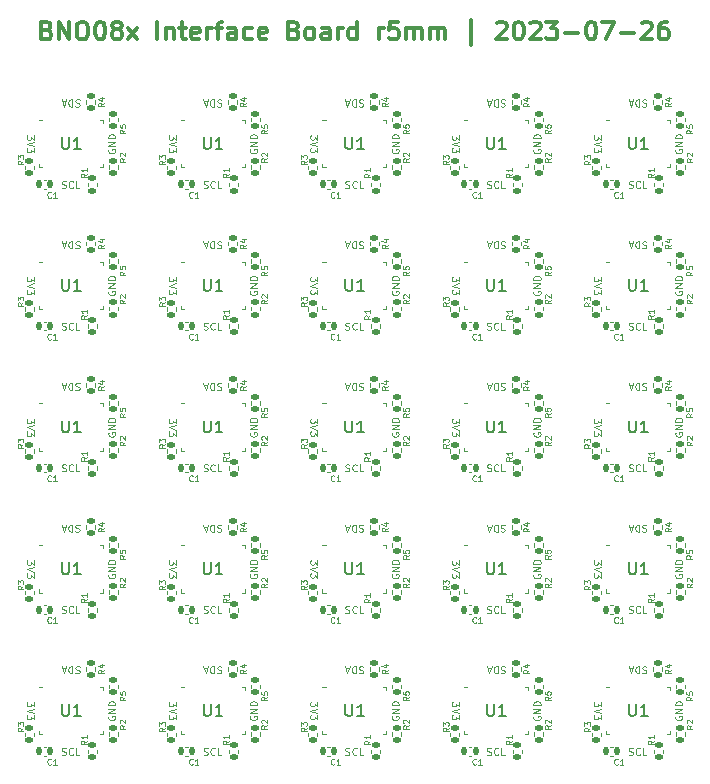
<source format=gbr>
%TF.GenerationSoftware,KiCad,Pcbnew,7.0.6-1.fc38*%
%TF.CreationDate,2023-07-26T15:00:37-04:00*%
%TF.ProjectId,bno085-i2c-board-v4-panel,626e6f30-3835-42d6-9932-632d626f6172,rev?*%
%TF.SameCoordinates,Original*%
%TF.FileFunction,Legend,Top*%
%TF.FilePolarity,Positive*%
%FSLAX46Y46*%
G04 Gerber Fmt 4.6, Leading zero omitted, Abs format (unit mm)*
G04 Created by KiCad (PCBNEW 7.0.6-1.fc38) date 2023-07-26 15:00:37*
%MOMM*%
%LPD*%
G01*
G04 APERTURE LIST*
G04 Aperture macros list*
%AMRoundRect*
0 Rectangle with rounded corners*
0 $1 Rounding radius*
0 $2 $3 $4 $5 $6 $7 $8 $9 X,Y pos of 4 corners*
0 Add a 4 corners polygon primitive as box body*
4,1,4,$2,$3,$4,$5,$6,$7,$8,$9,$2,$3,0*
0 Add four circle primitives for the rounded corners*
1,1,$1+$1,$2,$3*
1,1,$1+$1,$4,$5*
1,1,$1+$1,$6,$7*
1,1,$1+$1,$8,$9*
0 Add four rect primitives between the rounded corners*
20,1,$1+$1,$2,$3,$4,$5,0*
20,1,$1+$1,$4,$5,$6,$7,0*
20,1,$1+$1,$6,$7,$8,$9,0*
20,1,$1+$1,$8,$9,$2,$3,0*%
G04 Aperture macros list end*
%ADD10C,0.100000*%
%ADD11C,0.300000*%
%ADD12C,0.150000*%
%ADD13C,0.120000*%
%ADD14RoundRect,0.135000X-0.185000X0.135000X-0.185000X-0.135000X0.185000X-0.135000X0.185000X0.135000X0*%
%ADD15R,0.254000X0.975000*%
%ADD16R,0.950000X0.254000*%
%ADD17R,0.850000X0.850000*%
%ADD18C,0.500000*%
%ADD19RoundRect,0.140000X0.140000X0.170000X-0.140000X0.170000X-0.140000X-0.170000X0.140000X-0.170000X0*%
%ADD20RoundRect,0.135000X0.185000X-0.135000X0.185000X0.135000X-0.185000X0.135000X-0.185000X-0.135000X0*%
%ADD21C,1.000000*%
G04 APERTURE END LIST*
D10*
X59231792Y-15725884D02*
X59317507Y-15754455D01*
X59317507Y-15754455D02*
X59460364Y-15754455D01*
X59460364Y-15754455D02*
X59517507Y-15725884D01*
X59517507Y-15725884D02*
X59546078Y-15697312D01*
X59546078Y-15697312D02*
X59574649Y-15640169D01*
X59574649Y-15640169D02*
X59574649Y-15583026D01*
X59574649Y-15583026D02*
X59546078Y-15525884D01*
X59546078Y-15525884D02*
X59517507Y-15497312D01*
X59517507Y-15497312D02*
X59460364Y-15468741D01*
X59460364Y-15468741D02*
X59346078Y-15440169D01*
X59346078Y-15440169D02*
X59288935Y-15411598D01*
X59288935Y-15411598D02*
X59260364Y-15383026D01*
X59260364Y-15383026D02*
X59231792Y-15325884D01*
X59231792Y-15325884D02*
X59231792Y-15268741D01*
X59231792Y-15268741D02*
X59260364Y-15211598D01*
X59260364Y-15211598D02*
X59288935Y-15183026D01*
X59288935Y-15183026D02*
X59346078Y-15154455D01*
X59346078Y-15154455D02*
X59488935Y-15154455D01*
X59488935Y-15154455D02*
X59574649Y-15183026D01*
X60174650Y-15697312D02*
X60146078Y-15725884D01*
X60146078Y-15725884D02*
X60060364Y-15754455D01*
X60060364Y-15754455D02*
X60003221Y-15754455D01*
X60003221Y-15754455D02*
X59917507Y-15725884D01*
X59917507Y-15725884D02*
X59860364Y-15668741D01*
X59860364Y-15668741D02*
X59831793Y-15611598D01*
X59831793Y-15611598D02*
X59803221Y-15497312D01*
X59803221Y-15497312D02*
X59803221Y-15411598D01*
X59803221Y-15411598D02*
X59831793Y-15297312D01*
X59831793Y-15297312D02*
X59860364Y-15240169D01*
X59860364Y-15240169D02*
X59917507Y-15183026D01*
X59917507Y-15183026D02*
X60003221Y-15154455D01*
X60003221Y-15154455D02*
X60060364Y-15154455D01*
X60060364Y-15154455D02*
X60146078Y-15183026D01*
X60146078Y-15183026D02*
X60174650Y-15211598D01*
X60717507Y-15754455D02*
X60431793Y-15754455D01*
X60431793Y-15754455D02*
X60431793Y-15154455D01*
X27183248Y-24467733D02*
X27154677Y-24524876D01*
X27154677Y-24524876D02*
X27154677Y-24610590D01*
X27154677Y-24610590D02*
X27183248Y-24696304D01*
X27183248Y-24696304D02*
X27240391Y-24753447D01*
X27240391Y-24753447D02*
X27297534Y-24782018D01*
X27297534Y-24782018D02*
X27411820Y-24810590D01*
X27411820Y-24810590D02*
X27497534Y-24810590D01*
X27497534Y-24810590D02*
X27611820Y-24782018D01*
X27611820Y-24782018D02*
X27668963Y-24753447D01*
X27668963Y-24753447D02*
X27726106Y-24696304D01*
X27726106Y-24696304D02*
X27754677Y-24610590D01*
X27754677Y-24610590D02*
X27754677Y-24553447D01*
X27754677Y-24553447D02*
X27726106Y-24467733D01*
X27726106Y-24467733D02*
X27697534Y-24439161D01*
X27697534Y-24439161D02*
X27497534Y-24439161D01*
X27497534Y-24439161D02*
X27497534Y-24553447D01*
X27754677Y-24182018D02*
X27154677Y-24182018D01*
X27154677Y-24182018D02*
X27754677Y-23839161D01*
X27754677Y-23839161D02*
X27154677Y-23839161D01*
X27754677Y-23553447D02*
X27154677Y-23553447D01*
X27154677Y-23553447D02*
X27154677Y-23410590D01*
X27154677Y-23410590D02*
X27183248Y-23324876D01*
X27183248Y-23324876D02*
X27240391Y-23267733D01*
X27240391Y-23267733D02*
X27297534Y-23239162D01*
X27297534Y-23239162D02*
X27411820Y-23210590D01*
X27411820Y-23210590D02*
X27497534Y-23210590D01*
X27497534Y-23210590D02*
X27611820Y-23239162D01*
X27611820Y-23239162D02*
X27668963Y-23267733D01*
X27668963Y-23267733D02*
X27726106Y-23324876D01*
X27726106Y-23324876D02*
X27754677Y-23410590D01*
X27754677Y-23410590D02*
X27754677Y-23553447D01*
X36719978Y-44287155D02*
X36634264Y-44258583D01*
X36634264Y-44258583D02*
X36491406Y-44258583D01*
X36491406Y-44258583D02*
X36434264Y-44287155D01*
X36434264Y-44287155D02*
X36405692Y-44315726D01*
X36405692Y-44315726D02*
X36377121Y-44372869D01*
X36377121Y-44372869D02*
X36377121Y-44430012D01*
X36377121Y-44430012D02*
X36405692Y-44487155D01*
X36405692Y-44487155D02*
X36434264Y-44515726D01*
X36434264Y-44515726D02*
X36491406Y-44544297D01*
X36491406Y-44544297D02*
X36605692Y-44572869D01*
X36605692Y-44572869D02*
X36662835Y-44601440D01*
X36662835Y-44601440D02*
X36691406Y-44630012D01*
X36691406Y-44630012D02*
X36719978Y-44687155D01*
X36719978Y-44687155D02*
X36719978Y-44744297D01*
X36719978Y-44744297D02*
X36691406Y-44801440D01*
X36691406Y-44801440D02*
X36662835Y-44830012D01*
X36662835Y-44830012D02*
X36605692Y-44858583D01*
X36605692Y-44858583D02*
X36462835Y-44858583D01*
X36462835Y-44858583D02*
X36377121Y-44830012D01*
X36119977Y-44258583D02*
X36119977Y-44858583D01*
X36119977Y-44858583D02*
X35977120Y-44858583D01*
X35977120Y-44858583D02*
X35891406Y-44830012D01*
X35891406Y-44830012D02*
X35834263Y-44772869D01*
X35834263Y-44772869D02*
X35805692Y-44715726D01*
X35805692Y-44715726D02*
X35777120Y-44601440D01*
X35777120Y-44601440D02*
X35777120Y-44515726D01*
X35777120Y-44515726D02*
X35805692Y-44401440D01*
X35805692Y-44401440D02*
X35834263Y-44344297D01*
X35834263Y-44344297D02*
X35891406Y-44287155D01*
X35891406Y-44287155D02*
X35977120Y-44258583D01*
X35977120Y-44258583D02*
X36119977Y-44258583D01*
X35548549Y-44430012D02*
X35262835Y-44430012D01*
X35605692Y-44258583D02*
X35405692Y-44858583D01*
X35405692Y-44858583D02*
X35205692Y-44258583D01*
X12719978Y-56287155D02*
X12634264Y-56258583D01*
X12634264Y-56258583D02*
X12491406Y-56258583D01*
X12491406Y-56258583D02*
X12434264Y-56287155D01*
X12434264Y-56287155D02*
X12405692Y-56315726D01*
X12405692Y-56315726D02*
X12377121Y-56372869D01*
X12377121Y-56372869D02*
X12377121Y-56430012D01*
X12377121Y-56430012D02*
X12405692Y-56487155D01*
X12405692Y-56487155D02*
X12434264Y-56515726D01*
X12434264Y-56515726D02*
X12491406Y-56544297D01*
X12491406Y-56544297D02*
X12605692Y-56572869D01*
X12605692Y-56572869D02*
X12662835Y-56601440D01*
X12662835Y-56601440D02*
X12691406Y-56630012D01*
X12691406Y-56630012D02*
X12719978Y-56687155D01*
X12719978Y-56687155D02*
X12719978Y-56744297D01*
X12719978Y-56744297D02*
X12691406Y-56801440D01*
X12691406Y-56801440D02*
X12662835Y-56830012D01*
X12662835Y-56830012D02*
X12605692Y-56858583D01*
X12605692Y-56858583D02*
X12462835Y-56858583D01*
X12462835Y-56858583D02*
X12377121Y-56830012D01*
X12119977Y-56258583D02*
X12119977Y-56858583D01*
X12119977Y-56858583D02*
X11977120Y-56858583D01*
X11977120Y-56858583D02*
X11891406Y-56830012D01*
X11891406Y-56830012D02*
X11834263Y-56772869D01*
X11834263Y-56772869D02*
X11805692Y-56715726D01*
X11805692Y-56715726D02*
X11777120Y-56601440D01*
X11777120Y-56601440D02*
X11777120Y-56515726D01*
X11777120Y-56515726D02*
X11805692Y-56401440D01*
X11805692Y-56401440D02*
X11834263Y-56344297D01*
X11834263Y-56344297D02*
X11891406Y-56287155D01*
X11891406Y-56287155D02*
X11977120Y-56258583D01*
X11977120Y-56258583D02*
X12119977Y-56258583D01*
X11548549Y-56430012D02*
X11262835Y-56430012D01*
X11605692Y-56258583D02*
X11405692Y-56858583D01*
X11405692Y-56858583D02*
X11205692Y-56258583D01*
X59231792Y-27725884D02*
X59317507Y-27754455D01*
X59317507Y-27754455D02*
X59460364Y-27754455D01*
X59460364Y-27754455D02*
X59517507Y-27725884D01*
X59517507Y-27725884D02*
X59546078Y-27697312D01*
X59546078Y-27697312D02*
X59574649Y-27640169D01*
X59574649Y-27640169D02*
X59574649Y-27583026D01*
X59574649Y-27583026D02*
X59546078Y-27525884D01*
X59546078Y-27525884D02*
X59517507Y-27497312D01*
X59517507Y-27497312D02*
X59460364Y-27468741D01*
X59460364Y-27468741D02*
X59346078Y-27440169D01*
X59346078Y-27440169D02*
X59288935Y-27411598D01*
X59288935Y-27411598D02*
X59260364Y-27383026D01*
X59260364Y-27383026D02*
X59231792Y-27325884D01*
X59231792Y-27325884D02*
X59231792Y-27268741D01*
X59231792Y-27268741D02*
X59260364Y-27211598D01*
X59260364Y-27211598D02*
X59288935Y-27183026D01*
X59288935Y-27183026D02*
X59346078Y-27154455D01*
X59346078Y-27154455D02*
X59488935Y-27154455D01*
X59488935Y-27154455D02*
X59574649Y-27183026D01*
X60174650Y-27697312D02*
X60146078Y-27725884D01*
X60146078Y-27725884D02*
X60060364Y-27754455D01*
X60060364Y-27754455D02*
X60003221Y-27754455D01*
X60003221Y-27754455D02*
X59917507Y-27725884D01*
X59917507Y-27725884D02*
X59860364Y-27668741D01*
X59860364Y-27668741D02*
X59831793Y-27611598D01*
X59831793Y-27611598D02*
X59803221Y-27497312D01*
X59803221Y-27497312D02*
X59803221Y-27411598D01*
X59803221Y-27411598D02*
X59831793Y-27297312D01*
X59831793Y-27297312D02*
X59860364Y-27240169D01*
X59860364Y-27240169D02*
X59917507Y-27183026D01*
X59917507Y-27183026D02*
X60003221Y-27154455D01*
X60003221Y-27154455D02*
X60060364Y-27154455D01*
X60060364Y-27154455D02*
X60146078Y-27183026D01*
X60146078Y-27183026D02*
X60174650Y-27211598D01*
X60717507Y-27754455D02*
X60431793Y-27754455D01*
X60431793Y-27754455D02*
X60431793Y-27154455D01*
X36719978Y-8287155D02*
X36634264Y-8258583D01*
X36634264Y-8258583D02*
X36491406Y-8258583D01*
X36491406Y-8258583D02*
X36434264Y-8287155D01*
X36434264Y-8287155D02*
X36405692Y-8315726D01*
X36405692Y-8315726D02*
X36377121Y-8372869D01*
X36377121Y-8372869D02*
X36377121Y-8430012D01*
X36377121Y-8430012D02*
X36405692Y-8487155D01*
X36405692Y-8487155D02*
X36434264Y-8515726D01*
X36434264Y-8515726D02*
X36491406Y-8544297D01*
X36491406Y-8544297D02*
X36605692Y-8572869D01*
X36605692Y-8572869D02*
X36662835Y-8601440D01*
X36662835Y-8601440D02*
X36691406Y-8630012D01*
X36691406Y-8630012D02*
X36719978Y-8687155D01*
X36719978Y-8687155D02*
X36719978Y-8744297D01*
X36719978Y-8744297D02*
X36691406Y-8801440D01*
X36691406Y-8801440D02*
X36662835Y-8830012D01*
X36662835Y-8830012D02*
X36605692Y-8858583D01*
X36605692Y-8858583D02*
X36462835Y-8858583D01*
X36462835Y-8858583D02*
X36377121Y-8830012D01*
X36119977Y-8258583D02*
X36119977Y-8858583D01*
X36119977Y-8858583D02*
X35977120Y-8858583D01*
X35977120Y-8858583D02*
X35891406Y-8830012D01*
X35891406Y-8830012D02*
X35834263Y-8772869D01*
X35834263Y-8772869D02*
X35805692Y-8715726D01*
X35805692Y-8715726D02*
X35777120Y-8601440D01*
X35777120Y-8601440D02*
X35777120Y-8515726D01*
X35777120Y-8515726D02*
X35805692Y-8401440D01*
X35805692Y-8401440D02*
X35834263Y-8344297D01*
X35834263Y-8344297D02*
X35891406Y-8287155D01*
X35891406Y-8287155D02*
X35977120Y-8258583D01*
X35977120Y-8258583D02*
X36119977Y-8258583D01*
X35548549Y-8430012D02*
X35262835Y-8430012D01*
X35605692Y-8258583D02*
X35405692Y-8858583D01*
X35405692Y-8858583D02*
X35205692Y-8258583D01*
X24719978Y-44287155D02*
X24634264Y-44258583D01*
X24634264Y-44258583D02*
X24491406Y-44258583D01*
X24491406Y-44258583D02*
X24434264Y-44287155D01*
X24434264Y-44287155D02*
X24405692Y-44315726D01*
X24405692Y-44315726D02*
X24377121Y-44372869D01*
X24377121Y-44372869D02*
X24377121Y-44430012D01*
X24377121Y-44430012D02*
X24405692Y-44487155D01*
X24405692Y-44487155D02*
X24434264Y-44515726D01*
X24434264Y-44515726D02*
X24491406Y-44544297D01*
X24491406Y-44544297D02*
X24605692Y-44572869D01*
X24605692Y-44572869D02*
X24662835Y-44601440D01*
X24662835Y-44601440D02*
X24691406Y-44630012D01*
X24691406Y-44630012D02*
X24719978Y-44687155D01*
X24719978Y-44687155D02*
X24719978Y-44744297D01*
X24719978Y-44744297D02*
X24691406Y-44801440D01*
X24691406Y-44801440D02*
X24662835Y-44830012D01*
X24662835Y-44830012D02*
X24605692Y-44858583D01*
X24605692Y-44858583D02*
X24462835Y-44858583D01*
X24462835Y-44858583D02*
X24377121Y-44830012D01*
X24119977Y-44258583D02*
X24119977Y-44858583D01*
X24119977Y-44858583D02*
X23977120Y-44858583D01*
X23977120Y-44858583D02*
X23891406Y-44830012D01*
X23891406Y-44830012D02*
X23834263Y-44772869D01*
X23834263Y-44772869D02*
X23805692Y-44715726D01*
X23805692Y-44715726D02*
X23777120Y-44601440D01*
X23777120Y-44601440D02*
X23777120Y-44515726D01*
X23777120Y-44515726D02*
X23805692Y-44401440D01*
X23805692Y-44401440D02*
X23834263Y-44344297D01*
X23834263Y-44344297D02*
X23891406Y-44287155D01*
X23891406Y-44287155D02*
X23977120Y-44258583D01*
X23977120Y-44258583D02*
X24119977Y-44258583D01*
X23548549Y-44430012D02*
X23262835Y-44430012D01*
X23605692Y-44258583D02*
X23405692Y-44858583D01*
X23405692Y-44858583D02*
X23205692Y-44258583D01*
X11231792Y-27725884D02*
X11317507Y-27754455D01*
X11317507Y-27754455D02*
X11460364Y-27754455D01*
X11460364Y-27754455D02*
X11517507Y-27725884D01*
X11517507Y-27725884D02*
X11546078Y-27697312D01*
X11546078Y-27697312D02*
X11574649Y-27640169D01*
X11574649Y-27640169D02*
X11574649Y-27583026D01*
X11574649Y-27583026D02*
X11546078Y-27525884D01*
X11546078Y-27525884D02*
X11517507Y-27497312D01*
X11517507Y-27497312D02*
X11460364Y-27468741D01*
X11460364Y-27468741D02*
X11346078Y-27440169D01*
X11346078Y-27440169D02*
X11288935Y-27411598D01*
X11288935Y-27411598D02*
X11260364Y-27383026D01*
X11260364Y-27383026D02*
X11231792Y-27325884D01*
X11231792Y-27325884D02*
X11231792Y-27268741D01*
X11231792Y-27268741D02*
X11260364Y-27211598D01*
X11260364Y-27211598D02*
X11288935Y-27183026D01*
X11288935Y-27183026D02*
X11346078Y-27154455D01*
X11346078Y-27154455D02*
X11488935Y-27154455D01*
X11488935Y-27154455D02*
X11574649Y-27183026D01*
X12174650Y-27697312D02*
X12146078Y-27725884D01*
X12146078Y-27725884D02*
X12060364Y-27754455D01*
X12060364Y-27754455D02*
X12003221Y-27754455D01*
X12003221Y-27754455D02*
X11917507Y-27725884D01*
X11917507Y-27725884D02*
X11860364Y-27668741D01*
X11860364Y-27668741D02*
X11831793Y-27611598D01*
X11831793Y-27611598D02*
X11803221Y-27497312D01*
X11803221Y-27497312D02*
X11803221Y-27411598D01*
X11803221Y-27411598D02*
X11831793Y-27297312D01*
X11831793Y-27297312D02*
X11860364Y-27240169D01*
X11860364Y-27240169D02*
X11917507Y-27183026D01*
X11917507Y-27183026D02*
X12003221Y-27154455D01*
X12003221Y-27154455D02*
X12060364Y-27154455D01*
X12060364Y-27154455D02*
X12146078Y-27183026D01*
X12146078Y-27183026D02*
X12174650Y-27211598D01*
X12717507Y-27754455D02*
X12431793Y-27754455D01*
X12431793Y-27754455D02*
X12431793Y-27154455D01*
X20854876Y-35283663D02*
X20854876Y-35655091D01*
X20854876Y-35655091D02*
X20626305Y-35455091D01*
X20626305Y-35455091D02*
X20626305Y-35540806D01*
X20626305Y-35540806D02*
X20597733Y-35597949D01*
X20597733Y-35597949D02*
X20569162Y-35626520D01*
X20569162Y-35626520D02*
X20512019Y-35655091D01*
X20512019Y-35655091D02*
X20369162Y-35655091D01*
X20369162Y-35655091D02*
X20312019Y-35626520D01*
X20312019Y-35626520D02*
X20283448Y-35597949D01*
X20283448Y-35597949D02*
X20254876Y-35540806D01*
X20254876Y-35540806D02*
X20254876Y-35369377D01*
X20254876Y-35369377D02*
X20283448Y-35312234D01*
X20283448Y-35312234D02*
X20312019Y-35283663D01*
X20854876Y-35826520D02*
X20254876Y-36026520D01*
X20254876Y-36026520D02*
X20854876Y-36226520D01*
X20854876Y-36369378D02*
X20854876Y-36740806D01*
X20854876Y-36740806D02*
X20626305Y-36540806D01*
X20626305Y-36540806D02*
X20626305Y-36626521D01*
X20626305Y-36626521D02*
X20597733Y-36683664D01*
X20597733Y-36683664D02*
X20569162Y-36712235D01*
X20569162Y-36712235D02*
X20512019Y-36740806D01*
X20512019Y-36740806D02*
X20369162Y-36740806D01*
X20369162Y-36740806D02*
X20312019Y-36712235D01*
X20312019Y-36712235D02*
X20283448Y-36683664D01*
X20283448Y-36683664D02*
X20254876Y-36626521D01*
X20254876Y-36626521D02*
X20254876Y-36455092D01*
X20254876Y-36455092D02*
X20283448Y-36397949D01*
X20283448Y-36397949D02*
X20312019Y-36369378D01*
D11*
X9964287Y-2392614D02*
X10178573Y-2464042D01*
X10178573Y-2464042D02*
X10250002Y-2535471D01*
X10250002Y-2535471D02*
X10321430Y-2678328D01*
X10321430Y-2678328D02*
X10321430Y-2892614D01*
X10321430Y-2892614D02*
X10250002Y-3035471D01*
X10250002Y-3035471D02*
X10178573Y-3106900D01*
X10178573Y-3106900D02*
X10035716Y-3178328D01*
X10035716Y-3178328D02*
X9464287Y-3178328D01*
X9464287Y-3178328D02*
X9464287Y-1678328D01*
X9464287Y-1678328D02*
X9964287Y-1678328D01*
X9964287Y-1678328D02*
X10107145Y-1749757D01*
X10107145Y-1749757D02*
X10178573Y-1821185D01*
X10178573Y-1821185D02*
X10250002Y-1964042D01*
X10250002Y-1964042D02*
X10250002Y-2106900D01*
X10250002Y-2106900D02*
X10178573Y-2249757D01*
X10178573Y-2249757D02*
X10107145Y-2321185D01*
X10107145Y-2321185D02*
X9964287Y-2392614D01*
X9964287Y-2392614D02*
X9464287Y-2392614D01*
X10964287Y-3178328D02*
X10964287Y-1678328D01*
X10964287Y-1678328D02*
X11821430Y-3178328D01*
X11821430Y-3178328D02*
X11821430Y-1678328D01*
X12821431Y-1678328D02*
X13107145Y-1678328D01*
X13107145Y-1678328D02*
X13250002Y-1749757D01*
X13250002Y-1749757D02*
X13392859Y-1892614D01*
X13392859Y-1892614D02*
X13464288Y-2178328D01*
X13464288Y-2178328D02*
X13464288Y-2678328D01*
X13464288Y-2678328D02*
X13392859Y-2964042D01*
X13392859Y-2964042D02*
X13250002Y-3106900D01*
X13250002Y-3106900D02*
X13107145Y-3178328D01*
X13107145Y-3178328D02*
X12821431Y-3178328D01*
X12821431Y-3178328D02*
X12678574Y-3106900D01*
X12678574Y-3106900D02*
X12535716Y-2964042D01*
X12535716Y-2964042D02*
X12464288Y-2678328D01*
X12464288Y-2678328D02*
X12464288Y-2178328D01*
X12464288Y-2178328D02*
X12535716Y-1892614D01*
X12535716Y-1892614D02*
X12678574Y-1749757D01*
X12678574Y-1749757D02*
X12821431Y-1678328D01*
X14392860Y-1678328D02*
X14535717Y-1678328D01*
X14535717Y-1678328D02*
X14678574Y-1749757D01*
X14678574Y-1749757D02*
X14750003Y-1821185D01*
X14750003Y-1821185D02*
X14821431Y-1964042D01*
X14821431Y-1964042D02*
X14892860Y-2249757D01*
X14892860Y-2249757D02*
X14892860Y-2606900D01*
X14892860Y-2606900D02*
X14821431Y-2892614D01*
X14821431Y-2892614D02*
X14750003Y-3035471D01*
X14750003Y-3035471D02*
X14678574Y-3106900D01*
X14678574Y-3106900D02*
X14535717Y-3178328D01*
X14535717Y-3178328D02*
X14392860Y-3178328D01*
X14392860Y-3178328D02*
X14250003Y-3106900D01*
X14250003Y-3106900D02*
X14178574Y-3035471D01*
X14178574Y-3035471D02*
X14107145Y-2892614D01*
X14107145Y-2892614D02*
X14035717Y-2606900D01*
X14035717Y-2606900D02*
X14035717Y-2249757D01*
X14035717Y-2249757D02*
X14107145Y-1964042D01*
X14107145Y-1964042D02*
X14178574Y-1821185D01*
X14178574Y-1821185D02*
X14250003Y-1749757D01*
X14250003Y-1749757D02*
X14392860Y-1678328D01*
X15750002Y-2321185D02*
X15607145Y-2249757D01*
X15607145Y-2249757D02*
X15535716Y-2178328D01*
X15535716Y-2178328D02*
X15464288Y-2035471D01*
X15464288Y-2035471D02*
X15464288Y-1964042D01*
X15464288Y-1964042D02*
X15535716Y-1821185D01*
X15535716Y-1821185D02*
X15607145Y-1749757D01*
X15607145Y-1749757D02*
X15750002Y-1678328D01*
X15750002Y-1678328D02*
X16035716Y-1678328D01*
X16035716Y-1678328D02*
X16178574Y-1749757D01*
X16178574Y-1749757D02*
X16250002Y-1821185D01*
X16250002Y-1821185D02*
X16321431Y-1964042D01*
X16321431Y-1964042D02*
X16321431Y-2035471D01*
X16321431Y-2035471D02*
X16250002Y-2178328D01*
X16250002Y-2178328D02*
X16178574Y-2249757D01*
X16178574Y-2249757D02*
X16035716Y-2321185D01*
X16035716Y-2321185D02*
X15750002Y-2321185D01*
X15750002Y-2321185D02*
X15607145Y-2392614D01*
X15607145Y-2392614D02*
X15535716Y-2464042D01*
X15535716Y-2464042D02*
X15464288Y-2606900D01*
X15464288Y-2606900D02*
X15464288Y-2892614D01*
X15464288Y-2892614D02*
X15535716Y-3035471D01*
X15535716Y-3035471D02*
X15607145Y-3106900D01*
X15607145Y-3106900D02*
X15750002Y-3178328D01*
X15750002Y-3178328D02*
X16035716Y-3178328D01*
X16035716Y-3178328D02*
X16178574Y-3106900D01*
X16178574Y-3106900D02*
X16250002Y-3035471D01*
X16250002Y-3035471D02*
X16321431Y-2892614D01*
X16321431Y-2892614D02*
X16321431Y-2606900D01*
X16321431Y-2606900D02*
X16250002Y-2464042D01*
X16250002Y-2464042D02*
X16178574Y-2392614D01*
X16178574Y-2392614D02*
X16035716Y-2321185D01*
X16821430Y-3178328D02*
X17607145Y-2178328D01*
X16821430Y-2178328D02*
X17607145Y-3178328D01*
X19321430Y-3178328D02*
X19321430Y-1678328D01*
X20035716Y-2178328D02*
X20035716Y-3178328D01*
X20035716Y-2321185D02*
X20107145Y-2249757D01*
X20107145Y-2249757D02*
X20250002Y-2178328D01*
X20250002Y-2178328D02*
X20464288Y-2178328D01*
X20464288Y-2178328D02*
X20607145Y-2249757D01*
X20607145Y-2249757D02*
X20678574Y-2392614D01*
X20678574Y-2392614D02*
X20678574Y-3178328D01*
X21178574Y-2178328D02*
X21750002Y-2178328D01*
X21392859Y-1678328D02*
X21392859Y-2964042D01*
X21392859Y-2964042D02*
X21464288Y-3106900D01*
X21464288Y-3106900D02*
X21607145Y-3178328D01*
X21607145Y-3178328D02*
X21750002Y-3178328D01*
X22821431Y-3106900D02*
X22678574Y-3178328D01*
X22678574Y-3178328D02*
X22392860Y-3178328D01*
X22392860Y-3178328D02*
X22250002Y-3106900D01*
X22250002Y-3106900D02*
X22178574Y-2964042D01*
X22178574Y-2964042D02*
X22178574Y-2392614D01*
X22178574Y-2392614D02*
X22250002Y-2249757D01*
X22250002Y-2249757D02*
X22392860Y-2178328D01*
X22392860Y-2178328D02*
X22678574Y-2178328D01*
X22678574Y-2178328D02*
X22821431Y-2249757D01*
X22821431Y-2249757D02*
X22892860Y-2392614D01*
X22892860Y-2392614D02*
X22892860Y-2535471D01*
X22892860Y-2535471D02*
X22178574Y-2678328D01*
X23535716Y-3178328D02*
X23535716Y-2178328D01*
X23535716Y-2464042D02*
X23607145Y-2321185D01*
X23607145Y-2321185D02*
X23678574Y-2249757D01*
X23678574Y-2249757D02*
X23821431Y-2178328D01*
X23821431Y-2178328D02*
X23964288Y-2178328D01*
X24250002Y-2178328D02*
X24821430Y-2178328D01*
X24464287Y-3178328D02*
X24464287Y-1892614D01*
X24464287Y-1892614D02*
X24535716Y-1749757D01*
X24535716Y-1749757D02*
X24678573Y-1678328D01*
X24678573Y-1678328D02*
X24821430Y-1678328D01*
X25964288Y-3178328D02*
X25964288Y-2392614D01*
X25964288Y-2392614D02*
X25892859Y-2249757D01*
X25892859Y-2249757D02*
X25750002Y-2178328D01*
X25750002Y-2178328D02*
X25464288Y-2178328D01*
X25464288Y-2178328D02*
X25321430Y-2249757D01*
X25964288Y-3106900D02*
X25821430Y-3178328D01*
X25821430Y-3178328D02*
X25464288Y-3178328D01*
X25464288Y-3178328D02*
X25321430Y-3106900D01*
X25321430Y-3106900D02*
X25250002Y-2964042D01*
X25250002Y-2964042D02*
X25250002Y-2821185D01*
X25250002Y-2821185D02*
X25321430Y-2678328D01*
X25321430Y-2678328D02*
X25464288Y-2606900D01*
X25464288Y-2606900D02*
X25821430Y-2606900D01*
X25821430Y-2606900D02*
X25964288Y-2535471D01*
X27321431Y-3106900D02*
X27178573Y-3178328D01*
X27178573Y-3178328D02*
X26892859Y-3178328D01*
X26892859Y-3178328D02*
X26750002Y-3106900D01*
X26750002Y-3106900D02*
X26678573Y-3035471D01*
X26678573Y-3035471D02*
X26607145Y-2892614D01*
X26607145Y-2892614D02*
X26607145Y-2464042D01*
X26607145Y-2464042D02*
X26678573Y-2321185D01*
X26678573Y-2321185D02*
X26750002Y-2249757D01*
X26750002Y-2249757D02*
X26892859Y-2178328D01*
X26892859Y-2178328D02*
X27178573Y-2178328D01*
X27178573Y-2178328D02*
X27321431Y-2249757D01*
X28535716Y-3106900D02*
X28392859Y-3178328D01*
X28392859Y-3178328D02*
X28107145Y-3178328D01*
X28107145Y-3178328D02*
X27964287Y-3106900D01*
X27964287Y-3106900D02*
X27892859Y-2964042D01*
X27892859Y-2964042D02*
X27892859Y-2392614D01*
X27892859Y-2392614D02*
X27964287Y-2249757D01*
X27964287Y-2249757D02*
X28107145Y-2178328D01*
X28107145Y-2178328D02*
X28392859Y-2178328D01*
X28392859Y-2178328D02*
X28535716Y-2249757D01*
X28535716Y-2249757D02*
X28607145Y-2392614D01*
X28607145Y-2392614D02*
X28607145Y-2535471D01*
X28607145Y-2535471D02*
X27892859Y-2678328D01*
X30892858Y-2392614D02*
X31107144Y-2464042D01*
X31107144Y-2464042D02*
X31178573Y-2535471D01*
X31178573Y-2535471D02*
X31250001Y-2678328D01*
X31250001Y-2678328D02*
X31250001Y-2892614D01*
X31250001Y-2892614D02*
X31178573Y-3035471D01*
X31178573Y-3035471D02*
X31107144Y-3106900D01*
X31107144Y-3106900D02*
X30964287Y-3178328D01*
X30964287Y-3178328D02*
X30392858Y-3178328D01*
X30392858Y-3178328D02*
X30392858Y-1678328D01*
X30392858Y-1678328D02*
X30892858Y-1678328D01*
X30892858Y-1678328D02*
X31035716Y-1749757D01*
X31035716Y-1749757D02*
X31107144Y-1821185D01*
X31107144Y-1821185D02*
X31178573Y-1964042D01*
X31178573Y-1964042D02*
X31178573Y-2106900D01*
X31178573Y-2106900D02*
X31107144Y-2249757D01*
X31107144Y-2249757D02*
X31035716Y-2321185D01*
X31035716Y-2321185D02*
X30892858Y-2392614D01*
X30892858Y-2392614D02*
X30392858Y-2392614D01*
X32107144Y-3178328D02*
X31964287Y-3106900D01*
X31964287Y-3106900D02*
X31892858Y-3035471D01*
X31892858Y-3035471D02*
X31821430Y-2892614D01*
X31821430Y-2892614D02*
X31821430Y-2464042D01*
X31821430Y-2464042D02*
X31892858Y-2321185D01*
X31892858Y-2321185D02*
X31964287Y-2249757D01*
X31964287Y-2249757D02*
X32107144Y-2178328D01*
X32107144Y-2178328D02*
X32321430Y-2178328D01*
X32321430Y-2178328D02*
X32464287Y-2249757D01*
X32464287Y-2249757D02*
X32535716Y-2321185D01*
X32535716Y-2321185D02*
X32607144Y-2464042D01*
X32607144Y-2464042D02*
X32607144Y-2892614D01*
X32607144Y-2892614D02*
X32535716Y-3035471D01*
X32535716Y-3035471D02*
X32464287Y-3106900D01*
X32464287Y-3106900D02*
X32321430Y-3178328D01*
X32321430Y-3178328D02*
X32107144Y-3178328D01*
X33892859Y-3178328D02*
X33892859Y-2392614D01*
X33892859Y-2392614D02*
X33821430Y-2249757D01*
X33821430Y-2249757D02*
X33678573Y-2178328D01*
X33678573Y-2178328D02*
X33392859Y-2178328D01*
X33392859Y-2178328D02*
X33250001Y-2249757D01*
X33892859Y-3106900D02*
X33750001Y-3178328D01*
X33750001Y-3178328D02*
X33392859Y-3178328D01*
X33392859Y-3178328D02*
X33250001Y-3106900D01*
X33250001Y-3106900D02*
X33178573Y-2964042D01*
X33178573Y-2964042D02*
X33178573Y-2821185D01*
X33178573Y-2821185D02*
X33250001Y-2678328D01*
X33250001Y-2678328D02*
X33392859Y-2606900D01*
X33392859Y-2606900D02*
X33750001Y-2606900D01*
X33750001Y-2606900D02*
X33892859Y-2535471D01*
X34607144Y-3178328D02*
X34607144Y-2178328D01*
X34607144Y-2464042D02*
X34678573Y-2321185D01*
X34678573Y-2321185D02*
X34750002Y-2249757D01*
X34750002Y-2249757D02*
X34892859Y-2178328D01*
X34892859Y-2178328D02*
X35035716Y-2178328D01*
X36178573Y-3178328D02*
X36178573Y-1678328D01*
X36178573Y-3106900D02*
X36035715Y-3178328D01*
X36035715Y-3178328D02*
X35750001Y-3178328D01*
X35750001Y-3178328D02*
X35607144Y-3106900D01*
X35607144Y-3106900D02*
X35535715Y-3035471D01*
X35535715Y-3035471D02*
X35464287Y-2892614D01*
X35464287Y-2892614D02*
X35464287Y-2464042D01*
X35464287Y-2464042D02*
X35535715Y-2321185D01*
X35535715Y-2321185D02*
X35607144Y-2249757D01*
X35607144Y-2249757D02*
X35750001Y-2178328D01*
X35750001Y-2178328D02*
X36035715Y-2178328D01*
X36035715Y-2178328D02*
X36178573Y-2249757D01*
X38035715Y-3178328D02*
X38035715Y-2178328D01*
X38035715Y-2464042D02*
X38107144Y-2321185D01*
X38107144Y-2321185D02*
X38178573Y-2249757D01*
X38178573Y-2249757D02*
X38321430Y-2178328D01*
X38321430Y-2178328D02*
X38464287Y-2178328D01*
X39678572Y-1678328D02*
X38964286Y-1678328D01*
X38964286Y-1678328D02*
X38892858Y-2392614D01*
X38892858Y-2392614D02*
X38964286Y-2321185D01*
X38964286Y-2321185D02*
X39107144Y-2249757D01*
X39107144Y-2249757D02*
X39464286Y-2249757D01*
X39464286Y-2249757D02*
X39607144Y-2321185D01*
X39607144Y-2321185D02*
X39678572Y-2392614D01*
X39678572Y-2392614D02*
X39750001Y-2535471D01*
X39750001Y-2535471D02*
X39750001Y-2892614D01*
X39750001Y-2892614D02*
X39678572Y-3035471D01*
X39678572Y-3035471D02*
X39607144Y-3106900D01*
X39607144Y-3106900D02*
X39464286Y-3178328D01*
X39464286Y-3178328D02*
X39107144Y-3178328D01*
X39107144Y-3178328D02*
X38964286Y-3106900D01*
X38964286Y-3106900D02*
X38892858Y-3035471D01*
X40392857Y-3178328D02*
X40392857Y-2178328D01*
X40392857Y-2321185D02*
X40464286Y-2249757D01*
X40464286Y-2249757D02*
X40607143Y-2178328D01*
X40607143Y-2178328D02*
X40821429Y-2178328D01*
X40821429Y-2178328D02*
X40964286Y-2249757D01*
X40964286Y-2249757D02*
X41035715Y-2392614D01*
X41035715Y-2392614D02*
X41035715Y-3178328D01*
X41035715Y-2392614D02*
X41107143Y-2249757D01*
X41107143Y-2249757D02*
X41250000Y-2178328D01*
X41250000Y-2178328D02*
X41464286Y-2178328D01*
X41464286Y-2178328D02*
X41607143Y-2249757D01*
X41607143Y-2249757D02*
X41678572Y-2392614D01*
X41678572Y-2392614D02*
X41678572Y-3178328D01*
X42392857Y-3178328D02*
X42392857Y-2178328D01*
X42392857Y-2321185D02*
X42464286Y-2249757D01*
X42464286Y-2249757D02*
X42607143Y-2178328D01*
X42607143Y-2178328D02*
X42821429Y-2178328D01*
X42821429Y-2178328D02*
X42964286Y-2249757D01*
X42964286Y-2249757D02*
X43035715Y-2392614D01*
X43035715Y-2392614D02*
X43035715Y-3178328D01*
X43035715Y-2392614D02*
X43107143Y-2249757D01*
X43107143Y-2249757D02*
X43250000Y-2178328D01*
X43250000Y-2178328D02*
X43464286Y-2178328D01*
X43464286Y-2178328D02*
X43607143Y-2249757D01*
X43607143Y-2249757D02*
X43678572Y-2392614D01*
X43678572Y-2392614D02*
X43678572Y-3178328D01*
X45892857Y-3678328D02*
X45892857Y-1535471D01*
X48035714Y-1821185D02*
X48107142Y-1749757D01*
X48107142Y-1749757D02*
X48250000Y-1678328D01*
X48250000Y-1678328D02*
X48607142Y-1678328D01*
X48607142Y-1678328D02*
X48750000Y-1749757D01*
X48750000Y-1749757D02*
X48821428Y-1821185D01*
X48821428Y-1821185D02*
X48892857Y-1964042D01*
X48892857Y-1964042D02*
X48892857Y-2106900D01*
X48892857Y-2106900D02*
X48821428Y-2321185D01*
X48821428Y-2321185D02*
X47964285Y-3178328D01*
X47964285Y-3178328D02*
X48892857Y-3178328D01*
X49821428Y-1678328D02*
X49964285Y-1678328D01*
X49964285Y-1678328D02*
X50107142Y-1749757D01*
X50107142Y-1749757D02*
X50178571Y-1821185D01*
X50178571Y-1821185D02*
X50249999Y-1964042D01*
X50249999Y-1964042D02*
X50321428Y-2249757D01*
X50321428Y-2249757D02*
X50321428Y-2606900D01*
X50321428Y-2606900D02*
X50249999Y-2892614D01*
X50249999Y-2892614D02*
X50178571Y-3035471D01*
X50178571Y-3035471D02*
X50107142Y-3106900D01*
X50107142Y-3106900D02*
X49964285Y-3178328D01*
X49964285Y-3178328D02*
X49821428Y-3178328D01*
X49821428Y-3178328D02*
X49678571Y-3106900D01*
X49678571Y-3106900D02*
X49607142Y-3035471D01*
X49607142Y-3035471D02*
X49535713Y-2892614D01*
X49535713Y-2892614D02*
X49464285Y-2606900D01*
X49464285Y-2606900D02*
X49464285Y-2249757D01*
X49464285Y-2249757D02*
X49535713Y-1964042D01*
X49535713Y-1964042D02*
X49607142Y-1821185D01*
X49607142Y-1821185D02*
X49678571Y-1749757D01*
X49678571Y-1749757D02*
X49821428Y-1678328D01*
X50892856Y-1821185D02*
X50964284Y-1749757D01*
X50964284Y-1749757D02*
X51107142Y-1678328D01*
X51107142Y-1678328D02*
X51464284Y-1678328D01*
X51464284Y-1678328D02*
X51607142Y-1749757D01*
X51607142Y-1749757D02*
X51678570Y-1821185D01*
X51678570Y-1821185D02*
X51749999Y-1964042D01*
X51749999Y-1964042D02*
X51749999Y-2106900D01*
X51749999Y-2106900D02*
X51678570Y-2321185D01*
X51678570Y-2321185D02*
X50821427Y-3178328D01*
X50821427Y-3178328D02*
X51749999Y-3178328D01*
X52249998Y-1678328D02*
X53178570Y-1678328D01*
X53178570Y-1678328D02*
X52678570Y-2249757D01*
X52678570Y-2249757D02*
X52892855Y-2249757D01*
X52892855Y-2249757D02*
X53035713Y-2321185D01*
X53035713Y-2321185D02*
X53107141Y-2392614D01*
X53107141Y-2392614D02*
X53178570Y-2535471D01*
X53178570Y-2535471D02*
X53178570Y-2892614D01*
X53178570Y-2892614D02*
X53107141Y-3035471D01*
X53107141Y-3035471D02*
X53035713Y-3106900D01*
X53035713Y-3106900D02*
X52892855Y-3178328D01*
X52892855Y-3178328D02*
X52464284Y-3178328D01*
X52464284Y-3178328D02*
X52321427Y-3106900D01*
X52321427Y-3106900D02*
X52249998Y-3035471D01*
X53821426Y-2606900D02*
X54964284Y-2606900D01*
X55964284Y-1678328D02*
X56107141Y-1678328D01*
X56107141Y-1678328D02*
X56249998Y-1749757D01*
X56249998Y-1749757D02*
X56321427Y-1821185D01*
X56321427Y-1821185D02*
X56392855Y-1964042D01*
X56392855Y-1964042D02*
X56464284Y-2249757D01*
X56464284Y-2249757D02*
X56464284Y-2606900D01*
X56464284Y-2606900D02*
X56392855Y-2892614D01*
X56392855Y-2892614D02*
X56321427Y-3035471D01*
X56321427Y-3035471D02*
X56249998Y-3106900D01*
X56249998Y-3106900D02*
X56107141Y-3178328D01*
X56107141Y-3178328D02*
X55964284Y-3178328D01*
X55964284Y-3178328D02*
X55821427Y-3106900D01*
X55821427Y-3106900D02*
X55749998Y-3035471D01*
X55749998Y-3035471D02*
X55678569Y-2892614D01*
X55678569Y-2892614D02*
X55607141Y-2606900D01*
X55607141Y-2606900D02*
X55607141Y-2249757D01*
X55607141Y-2249757D02*
X55678569Y-1964042D01*
X55678569Y-1964042D02*
X55749998Y-1821185D01*
X55749998Y-1821185D02*
X55821427Y-1749757D01*
X55821427Y-1749757D02*
X55964284Y-1678328D01*
X56964283Y-1678328D02*
X57964283Y-1678328D01*
X57964283Y-1678328D02*
X57321426Y-3178328D01*
X58535711Y-2606900D02*
X59678569Y-2606900D01*
X60321426Y-1821185D02*
X60392854Y-1749757D01*
X60392854Y-1749757D02*
X60535712Y-1678328D01*
X60535712Y-1678328D02*
X60892854Y-1678328D01*
X60892854Y-1678328D02*
X61035712Y-1749757D01*
X61035712Y-1749757D02*
X61107140Y-1821185D01*
X61107140Y-1821185D02*
X61178569Y-1964042D01*
X61178569Y-1964042D02*
X61178569Y-2106900D01*
X61178569Y-2106900D02*
X61107140Y-2321185D01*
X61107140Y-2321185D02*
X60249997Y-3178328D01*
X60249997Y-3178328D02*
X61178569Y-3178328D01*
X62464283Y-1678328D02*
X62178568Y-1678328D01*
X62178568Y-1678328D02*
X62035711Y-1749757D01*
X62035711Y-1749757D02*
X61964283Y-1821185D01*
X61964283Y-1821185D02*
X61821425Y-2035471D01*
X61821425Y-2035471D02*
X61749997Y-2321185D01*
X61749997Y-2321185D02*
X61749997Y-2892614D01*
X61749997Y-2892614D02*
X61821425Y-3035471D01*
X61821425Y-3035471D02*
X61892854Y-3106900D01*
X61892854Y-3106900D02*
X62035711Y-3178328D01*
X62035711Y-3178328D02*
X62321425Y-3178328D01*
X62321425Y-3178328D02*
X62464283Y-3106900D01*
X62464283Y-3106900D02*
X62535711Y-3035471D01*
X62535711Y-3035471D02*
X62607140Y-2892614D01*
X62607140Y-2892614D02*
X62607140Y-2535471D01*
X62607140Y-2535471D02*
X62535711Y-2392614D01*
X62535711Y-2392614D02*
X62464283Y-2321185D01*
X62464283Y-2321185D02*
X62321425Y-2249757D01*
X62321425Y-2249757D02*
X62035711Y-2249757D01*
X62035711Y-2249757D02*
X61892854Y-2321185D01*
X61892854Y-2321185D02*
X61821425Y-2392614D01*
X61821425Y-2392614D02*
X61749997Y-2535471D01*
D10*
X24719978Y-20287155D02*
X24634264Y-20258583D01*
X24634264Y-20258583D02*
X24491406Y-20258583D01*
X24491406Y-20258583D02*
X24434264Y-20287155D01*
X24434264Y-20287155D02*
X24405692Y-20315726D01*
X24405692Y-20315726D02*
X24377121Y-20372869D01*
X24377121Y-20372869D02*
X24377121Y-20430012D01*
X24377121Y-20430012D02*
X24405692Y-20487155D01*
X24405692Y-20487155D02*
X24434264Y-20515726D01*
X24434264Y-20515726D02*
X24491406Y-20544297D01*
X24491406Y-20544297D02*
X24605692Y-20572869D01*
X24605692Y-20572869D02*
X24662835Y-20601440D01*
X24662835Y-20601440D02*
X24691406Y-20630012D01*
X24691406Y-20630012D02*
X24719978Y-20687155D01*
X24719978Y-20687155D02*
X24719978Y-20744297D01*
X24719978Y-20744297D02*
X24691406Y-20801440D01*
X24691406Y-20801440D02*
X24662835Y-20830012D01*
X24662835Y-20830012D02*
X24605692Y-20858583D01*
X24605692Y-20858583D02*
X24462835Y-20858583D01*
X24462835Y-20858583D02*
X24377121Y-20830012D01*
X24119977Y-20258583D02*
X24119977Y-20858583D01*
X24119977Y-20858583D02*
X23977120Y-20858583D01*
X23977120Y-20858583D02*
X23891406Y-20830012D01*
X23891406Y-20830012D02*
X23834263Y-20772869D01*
X23834263Y-20772869D02*
X23805692Y-20715726D01*
X23805692Y-20715726D02*
X23777120Y-20601440D01*
X23777120Y-20601440D02*
X23777120Y-20515726D01*
X23777120Y-20515726D02*
X23805692Y-20401440D01*
X23805692Y-20401440D02*
X23834263Y-20344297D01*
X23834263Y-20344297D02*
X23891406Y-20287155D01*
X23891406Y-20287155D02*
X23977120Y-20258583D01*
X23977120Y-20258583D02*
X24119977Y-20258583D01*
X23548549Y-20430012D02*
X23262835Y-20430012D01*
X23605692Y-20258583D02*
X23405692Y-20858583D01*
X23405692Y-20858583D02*
X23205692Y-20258583D01*
X56854876Y-23283663D02*
X56854876Y-23655091D01*
X56854876Y-23655091D02*
X56626305Y-23455091D01*
X56626305Y-23455091D02*
X56626305Y-23540806D01*
X56626305Y-23540806D02*
X56597733Y-23597949D01*
X56597733Y-23597949D02*
X56569162Y-23626520D01*
X56569162Y-23626520D02*
X56512019Y-23655091D01*
X56512019Y-23655091D02*
X56369162Y-23655091D01*
X56369162Y-23655091D02*
X56312019Y-23626520D01*
X56312019Y-23626520D02*
X56283448Y-23597949D01*
X56283448Y-23597949D02*
X56254876Y-23540806D01*
X56254876Y-23540806D02*
X56254876Y-23369377D01*
X56254876Y-23369377D02*
X56283448Y-23312234D01*
X56283448Y-23312234D02*
X56312019Y-23283663D01*
X56854876Y-23826520D02*
X56254876Y-24026520D01*
X56254876Y-24026520D02*
X56854876Y-24226520D01*
X56854876Y-24369378D02*
X56854876Y-24740806D01*
X56854876Y-24740806D02*
X56626305Y-24540806D01*
X56626305Y-24540806D02*
X56626305Y-24626521D01*
X56626305Y-24626521D02*
X56597733Y-24683664D01*
X56597733Y-24683664D02*
X56569162Y-24712235D01*
X56569162Y-24712235D02*
X56512019Y-24740806D01*
X56512019Y-24740806D02*
X56369162Y-24740806D01*
X56369162Y-24740806D02*
X56312019Y-24712235D01*
X56312019Y-24712235D02*
X56283448Y-24683664D01*
X56283448Y-24683664D02*
X56254876Y-24626521D01*
X56254876Y-24626521D02*
X56254876Y-24455092D01*
X56254876Y-24455092D02*
X56283448Y-24397949D01*
X56283448Y-24397949D02*
X56312019Y-24369378D01*
X11231792Y-39725884D02*
X11317507Y-39754455D01*
X11317507Y-39754455D02*
X11460364Y-39754455D01*
X11460364Y-39754455D02*
X11517507Y-39725884D01*
X11517507Y-39725884D02*
X11546078Y-39697312D01*
X11546078Y-39697312D02*
X11574649Y-39640169D01*
X11574649Y-39640169D02*
X11574649Y-39583026D01*
X11574649Y-39583026D02*
X11546078Y-39525884D01*
X11546078Y-39525884D02*
X11517507Y-39497312D01*
X11517507Y-39497312D02*
X11460364Y-39468741D01*
X11460364Y-39468741D02*
X11346078Y-39440169D01*
X11346078Y-39440169D02*
X11288935Y-39411598D01*
X11288935Y-39411598D02*
X11260364Y-39383026D01*
X11260364Y-39383026D02*
X11231792Y-39325884D01*
X11231792Y-39325884D02*
X11231792Y-39268741D01*
X11231792Y-39268741D02*
X11260364Y-39211598D01*
X11260364Y-39211598D02*
X11288935Y-39183026D01*
X11288935Y-39183026D02*
X11346078Y-39154455D01*
X11346078Y-39154455D02*
X11488935Y-39154455D01*
X11488935Y-39154455D02*
X11574649Y-39183026D01*
X12174650Y-39697312D02*
X12146078Y-39725884D01*
X12146078Y-39725884D02*
X12060364Y-39754455D01*
X12060364Y-39754455D02*
X12003221Y-39754455D01*
X12003221Y-39754455D02*
X11917507Y-39725884D01*
X11917507Y-39725884D02*
X11860364Y-39668741D01*
X11860364Y-39668741D02*
X11831793Y-39611598D01*
X11831793Y-39611598D02*
X11803221Y-39497312D01*
X11803221Y-39497312D02*
X11803221Y-39411598D01*
X11803221Y-39411598D02*
X11831793Y-39297312D01*
X11831793Y-39297312D02*
X11860364Y-39240169D01*
X11860364Y-39240169D02*
X11917507Y-39183026D01*
X11917507Y-39183026D02*
X12003221Y-39154455D01*
X12003221Y-39154455D02*
X12060364Y-39154455D01*
X12060364Y-39154455D02*
X12146078Y-39183026D01*
X12146078Y-39183026D02*
X12174650Y-39211598D01*
X12717507Y-39754455D02*
X12431793Y-39754455D01*
X12431793Y-39754455D02*
X12431793Y-39154455D01*
X12719978Y-44287155D02*
X12634264Y-44258583D01*
X12634264Y-44258583D02*
X12491406Y-44258583D01*
X12491406Y-44258583D02*
X12434264Y-44287155D01*
X12434264Y-44287155D02*
X12405692Y-44315726D01*
X12405692Y-44315726D02*
X12377121Y-44372869D01*
X12377121Y-44372869D02*
X12377121Y-44430012D01*
X12377121Y-44430012D02*
X12405692Y-44487155D01*
X12405692Y-44487155D02*
X12434264Y-44515726D01*
X12434264Y-44515726D02*
X12491406Y-44544297D01*
X12491406Y-44544297D02*
X12605692Y-44572869D01*
X12605692Y-44572869D02*
X12662835Y-44601440D01*
X12662835Y-44601440D02*
X12691406Y-44630012D01*
X12691406Y-44630012D02*
X12719978Y-44687155D01*
X12719978Y-44687155D02*
X12719978Y-44744297D01*
X12719978Y-44744297D02*
X12691406Y-44801440D01*
X12691406Y-44801440D02*
X12662835Y-44830012D01*
X12662835Y-44830012D02*
X12605692Y-44858583D01*
X12605692Y-44858583D02*
X12462835Y-44858583D01*
X12462835Y-44858583D02*
X12377121Y-44830012D01*
X12119977Y-44258583D02*
X12119977Y-44858583D01*
X12119977Y-44858583D02*
X11977120Y-44858583D01*
X11977120Y-44858583D02*
X11891406Y-44830012D01*
X11891406Y-44830012D02*
X11834263Y-44772869D01*
X11834263Y-44772869D02*
X11805692Y-44715726D01*
X11805692Y-44715726D02*
X11777120Y-44601440D01*
X11777120Y-44601440D02*
X11777120Y-44515726D01*
X11777120Y-44515726D02*
X11805692Y-44401440D01*
X11805692Y-44401440D02*
X11834263Y-44344297D01*
X11834263Y-44344297D02*
X11891406Y-44287155D01*
X11891406Y-44287155D02*
X11977120Y-44258583D01*
X11977120Y-44258583D02*
X12119977Y-44258583D01*
X11548549Y-44430012D02*
X11262835Y-44430012D01*
X11605692Y-44258583D02*
X11405692Y-44858583D01*
X11405692Y-44858583D02*
X11205692Y-44258583D01*
X39183248Y-60467733D02*
X39154677Y-60524876D01*
X39154677Y-60524876D02*
X39154677Y-60610590D01*
X39154677Y-60610590D02*
X39183248Y-60696304D01*
X39183248Y-60696304D02*
X39240391Y-60753447D01*
X39240391Y-60753447D02*
X39297534Y-60782018D01*
X39297534Y-60782018D02*
X39411820Y-60810590D01*
X39411820Y-60810590D02*
X39497534Y-60810590D01*
X39497534Y-60810590D02*
X39611820Y-60782018D01*
X39611820Y-60782018D02*
X39668963Y-60753447D01*
X39668963Y-60753447D02*
X39726106Y-60696304D01*
X39726106Y-60696304D02*
X39754677Y-60610590D01*
X39754677Y-60610590D02*
X39754677Y-60553447D01*
X39754677Y-60553447D02*
X39726106Y-60467733D01*
X39726106Y-60467733D02*
X39697534Y-60439161D01*
X39697534Y-60439161D02*
X39497534Y-60439161D01*
X39497534Y-60439161D02*
X39497534Y-60553447D01*
X39754677Y-60182018D02*
X39154677Y-60182018D01*
X39154677Y-60182018D02*
X39754677Y-59839161D01*
X39754677Y-59839161D02*
X39154677Y-59839161D01*
X39754677Y-59553447D02*
X39154677Y-59553447D01*
X39154677Y-59553447D02*
X39154677Y-59410590D01*
X39154677Y-59410590D02*
X39183248Y-59324876D01*
X39183248Y-59324876D02*
X39240391Y-59267733D01*
X39240391Y-59267733D02*
X39297534Y-59239162D01*
X39297534Y-59239162D02*
X39411820Y-59210590D01*
X39411820Y-59210590D02*
X39497534Y-59210590D01*
X39497534Y-59210590D02*
X39611820Y-59239162D01*
X39611820Y-59239162D02*
X39668963Y-59267733D01*
X39668963Y-59267733D02*
X39726106Y-59324876D01*
X39726106Y-59324876D02*
X39754677Y-59410590D01*
X39754677Y-59410590D02*
X39754677Y-59553447D01*
X56854876Y-11283663D02*
X56854876Y-11655091D01*
X56854876Y-11655091D02*
X56626305Y-11455091D01*
X56626305Y-11455091D02*
X56626305Y-11540806D01*
X56626305Y-11540806D02*
X56597733Y-11597949D01*
X56597733Y-11597949D02*
X56569162Y-11626520D01*
X56569162Y-11626520D02*
X56512019Y-11655091D01*
X56512019Y-11655091D02*
X56369162Y-11655091D01*
X56369162Y-11655091D02*
X56312019Y-11626520D01*
X56312019Y-11626520D02*
X56283448Y-11597949D01*
X56283448Y-11597949D02*
X56254876Y-11540806D01*
X56254876Y-11540806D02*
X56254876Y-11369377D01*
X56254876Y-11369377D02*
X56283448Y-11312234D01*
X56283448Y-11312234D02*
X56312019Y-11283663D01*
X56854876Y-11826520D02*
X56254876Y-12026520D01*
X56254876Y-12026520D02*
X56854876Y-12226520D01*
X56854876Y-12369378D02*
X56854876Y-12740806D01*
X56854876Y-12740806D02*
X56626305Y-12540806D01*
X56626305Y-12540806D02*
X56626305Y-12626521D01*
X56626305Y-12626521D02*
X56597733Y-12683664D01*
X56597733Y-12683664D02*
X56569162Y-12712235D01*
X56569162Y-12712235D02*
X56512019Y-12740806D01*
X56512019Y-12740806D02*
X56369162Y-12740806D01*
X56369162Y-12740806D02*
X56312019Y-12712235D01*
X56312019Y-12712235D02*
X56283448Y-12683664D01*
X56283448Y-12683664D02*
X56254876Y-12626521D01*
X56254876Y-12626521D02*
X56254876Y-12455092D01*
X56254876Y-12455092D02*
X56283448Y-12397949D01*
X56283448Y-12397949D02*
X56312019Y-12369378D01*
X32854876Y-47283663D02*
X32854876Y-47655091D01*
X32854876Y-47655091D02*
X32626305Y-47455091D01*
X32626305Y-47455091D02*
X32626305Y-47540806D01*
X32626305Y-47540806D02*
X32597733Y-47597949D01*
X32597733Y-47597949D02*
X32569162Y-47626520D01*
X32569162Y-47626520D02*
X32512019Y-47655091D01*
X32512019Y-47655091D02*
X32369162Y-47655091D01*
X32369162Y-47655091D02*
X32312019Y-47626520D01*
X32312019Y-47626520D02*
X32283448Y-47597949D01*
X32283448Y-47597949D02*
X32254876Y-47540806D01*
X32254876Y-47540806D02*
X32254876Y-47369377D01*
X32254876Y-47369377D02*
X32283448Y-47312234D01*
X32283448Y-47312234D02*
X32312019Y-47283663D01*
X32854876Y-47826520D02*
X32254876Y-48026520D01*
X32254876Y-48026520D02*
X32854876Y-48226520D01*
X32854876Y-48369378D02*
X32854876Y-48740806D01*
X32854876Y-48740806D02*
X32626305Y-48540806D01*
X32626305Y-48540806D02*
X32626305Y-48626521D01*
X32626305Y-48626521D02*
X32597733Y-48683664D01*
X32597733Y-48683664D02*
X32569162Y-48712235D01*
X32569162Y-48712235D02*
X32512019Y-48740806D01*
X32512019Y-48740806D02*
X32369162Y-48740806D01*
X32369162Y-48740806D02*
X32312019Y-48712235D01*
X32312019Y-48712235D02*
X32283448Y-48683664D01*
X32283448Y-48683664D02*
X32254876Y-48626521D01*
X32254876Y-48626521D02*
X32254876Y-48455092D01*
X32254876Y-48455092D02*
X32283448Y-48397949D01*
X32283448Y-48397949D02*
X32312019Y-48369378D01*
X32854876Y-11283663D02*
X32854876Y-11655091D01*
X32854876Y-11655091D02*
X32626305Y-11455091D01*
X32626305Y-11455091D02*
X32626305Y-11540806D01*
X32626305Y-11540806D02*
X32597733Y-11597949D01*
X32597733Y-11597949D02*
X32569162Y-11626520D01*
X32569162Y-11626520D02*
X32512019Y-11655091D01*
X32512019Y-11655091D02*
X32369162Y-11655091D01*
X32369162Y-11655091D02*
X32312019Y-11626520D01*
X32312019Y-11626520D02*
X32283448Y-11597949D01*
X32283448Y-11597949D02*
X32254876Y-11540806D01*
X32254876Y-11540806D02*
X32254876Y-11369377D01*
X32254876Y-11369377D02*
X32283448Y-11312234D01*
X32283448Y-11312234D02*
X32312019Y-11283663D01*
X32854876Y-11826520D02*
X32254876Y-12026520D01*
X32254876Y-12026520D02*
X32854876Y-12226520D01*
X32854876Y-12369378D02*
X32854876Y-12740806D01*
X32854876Y-12740806D02*
X32626305Y-12540806D01*
X32626305Y-12540806D02*
X32626305Y-12626521D01*
X32626305Y-12626521D02*
X32597733Y-12683664D01*
X32597733Y-12683664D02*
X32569162Y-12712235D01*
X32569162Y-12712235D02*
X32512019Y-12740806D01*
X32512019Y-12740806D02*
X32369162Y-12740806D01*
X32369162Y-12740806D02*
X32312019Y-12712235D01*
X32312019Y-12712235D02*
X32283448Y-12683664D01*
X32283448Y-12683664D02*
X32254876Y-12626521D01*
X32254876Y-12626521D02*
X32254876Y-12455092D01*
X32254876Y-12455092D02*
X32283448Y-12397949D01*
X32283448Y-12397949D02*
X32312019Y-12369378D01*
X11231792Y-51725884D02*
X11317507Y-51754455D01*
X11317507Y-51754455D02*
X11460364Y-51754455D01*
X11460364Y-51754455D02*
X11517507Y-51725884D01*
X11517507Y-51725884D02*
X11546078Y-51697312D01*
X11546078Y-51697312D02*
X11574649Y-51640169D01*
X11574649Y-51640169D02*
X11574649Y-51583026D01*
X11574649Y-51583026D02*
X11546078Y-51525884D01*
X11546078Y-51525884D02*
X11517507Y-51497312D01*
X11517507Y-51497312D02*
X11460364Y-51468741D01*
X11460364Y-51468741D02*
X11346078Y-51440169D01*
X11346078Y-51440169D02*
X11288935Y-51411598D01*
X11288935Y-51411598D02*
X11260364Y-51383026D01*
X11260364Y-51383026D02*
X11231792Y-51325884D01*
X11231792Y-51325884D02*
X11231792Y-51268741D01*
X11231792Y-51268741D02*
X11260364Y-51211598D01*
X11260364Y-51211598D02*
X11288935Y-51183026D01*
X11288935Y-51183026D02*
X11346078Y-51154455D01*
X11346078Y-51154455D02*
X11488935Y-51154455D01*
X11488935Y-51154455D02*
X11574649Y-51183026D01*
X12174650Y-51697312D02*
X12146078Y-51725884D01*
X12146078Y-51725884D02*
X12060364Y-51754455D01*
X12060364Y-51754455D02*
X12003221Y-51754455D01*
X12003221Y-51754455D02*
X11917507Y-51725884D01*
X11917507Y-51725884D02*
X11860364Y-51668741D01*
X11860364Y-51668741D02*
X11831793Y-51611598D01*
X11831793Y-51611598D02*
X11803221Y-51497312D01*
X11803221Y-51497312D02*
X11803221Y-51411598D01*
X11803221Y-51411598D02*
X11831793Y-51297312D01*
X11831793Y-51297312D02*
X11860364Y-51240169D01*
X11860364Y-51240169D02*
X11917507Y-51183026D01*
X11917507Y-51183026D02*
X12003221Y-51154455D01*
X12003221Y-51154455D02*
X12060364Y-51154455D01*
X12060364Y-51154455D02*
X12146078Y-51183026D01*
X12146078Y-51183026D02*
X12174650Y-51211598D01*
X12717507Y-51754455D02*
X12431793Y-51754455D01*
X12431793Y-51754455D02*
X12431793Y-51154455D01*
X27183248Y-48467733D02*
X27154677Y-48524876D01*
X27154677Y-48524876D02*
X27154677Y-48610590D01*
X27154677Y-48610590D02*
X27183248Y-48696304D01*
X27183248Y-48696304D02*
X27240391Y-48753447D01*
X27240391Y-48753447D02*
X27297534Y-48782018D01*
X27297534Y-48782018D02*
X27411820Y-48810590D01*
X27411820Y-48810590D02*
X27497534Y-48810590D01*
X27497534Y-48810590D02*
X27611820Y-48782018D01*
X27611820Y-48782018D02*
X27668963Y-48753447D01*
X27668963Y-48753447D02*
X27726106Y-48696304D01*
X27726106Y-48696304D02*
X27754677Y-48610590D01*
X27754677Y-48610590D02*
X27754677Y-48553447D01*
X27754677Y-48553447D02*
X27726106Y-48467733D01*
X27726106Y-48467733D02*
X27697534Y-48439161D01*
X27697534Y-48439161D02*
X27497534Y-48439161D01*
X27497534Y-48439161D02*
X27497534Y-48553447D01*
X27754677Y-48182018D02*
X27154677Y-48182018D01*
X27154677Y-48182018D02*
X27754677Y-47839161D01*
X27754677Y-47839161D02*
X27154677Y-47839161D01*
X27754677Y-47553447D02*
X27154677Y-47553447D01*
X27154677Y-47553447D02*
X27154677Y-47410590D01*
X27154677Y-47410590D02*
X27183248Y-47324876D01*
X27183248Y-47324876D02*
X27240391Y-47267733D01*
X27240391Y-47267733D02*
X27297534Y-47239162D01*
X27297534Y-47239162D02*
X27411820Y-47210590D01*
X27411820Y-47210590D02*
X27497534Y-47210590D01*
X27497534Y-47210590D02*
X27611820Y-47239162D01*
X27611820Y-47239162D02*
X27668963Y-47267733D01*
X27668963Y-47267733D02*
X27726106Y-47324876D01*
X27726106Y-47324876D02*
X27754677Y-47410590D01*
X27754677Y-47410590D02*
X27754677Y-47553447D01*
X36719978Y-32287155D02*
X36634264Y-32258583D01*
X36634264Y-32258583D02*
X36491406Y-32258583D01*
X36491406Y-32258583D02*
X36434264Y-32287155D01*
X36434264Y-32287155D02*
X36405692Y-32315726D01*
X36405692Y-32315726D02*
X36377121Y-32372869D01*
X36377121Y-32372869D02*
X36377121Y-32430012D01*
X36377121Y-32430012D02*
X36405692Y-32487155D01*
X36405692Y-32487155D02*
X36434264Y-32515726D01*
X36434264Y-32515726D02*
X36491406Y-32544297D01*
X36491406Y-32544297D02*
X36605692Y-32572869D01*
X36605692Y-32572869D02*
X36662835Y-32601440D01*
X36662835Y-32601440D02*
X36691406Y-32630012D01*
X36691406Y-32630012D02*
X36719978Y-32687155D01*
X36719978Y-32687155D02*
X36719978Y-32744297D01*
X36719978Y-32744297D02*
X36691406Y-32801440D01*
X36691406Y-32801440D02*
X36662835Y-32830012D01*
X36662835Y-32830012D02*
X36605692Y-32858583D01*
X36605692Y-32858583D02*
X36462835Y-32858583D01*
X36462835Y-32858583D02*
X36377121Y-32830012D01*
X36119977Y-32258583D02*
X36119977Y-32858583D01*
X36119977Y-32858583D02*
X35977120Y-32858583D01*
X35977120Y-32858583D02*
X35891406Y-32830012D01*
X35891406Y-32830012D02*
X35834263Y-32772869D01*
X35834263Y-32772869D02*
X35805692Y-32715726D01*
X35805692Y-32715726D02*
X35777120Y-32601440D01*
X35777120Y-32601440D02*
X35777120Y-32515726D01*
X35777120Y-32515726D02*
X35805692Y-32401440D01*
X35805692Y-32401440D02*
X35834263Y-32344297D01*
X35834263Y-32344297D02*
X35891406Y-32287155D01*
X35891406Y-32287155D02*
X35977120Y-32258583D01*
X35977120Y-32258583D02*
X36119977Y-32258583D01*
X35548549Y-32430012D02*
X35262835Y-32430012D01*
X35605692Y-32258583D02*
X35405692Y-32858583D01*
X35405692Y-32858583D02*
X35205692Y-32258583D01*
X63183248Y-60467733D02*
X63154677Y-60524876D01*
X63154677Y-60524876D02*
X63154677Y-60610590D01*
X63154677Y-60610590D02*
X63183248Y-60696304D01*
X63183248Y-60696304D02*
X63240391Y-60753447D01*
X63240391Y-60753447D02*
X63297534Y-60782018D01*
X63297534Y-60782018D02*
X63411820Y-60810590D01*
X63411820Y-60810590D02*
X63497534Y-60810590D01*
X63497534Y-60810590D02*
X63611820Y-60782018D01*
X63611820Y-60782018D02*
X63668963Y-60753447D01*
X63668963Y-60753447D02*
X63726106Y-60696304D01*
X63726106Y-60696304D02*
X63754677Y-60610590D01*
X63754677Y-60610590D02*
X63754677Y-60553447D01*
X63754677Y-60553447D02*
X63726106Y-60467733D01*
X63726106Y-60467733D02*
X63697534Y-60439161D01*
X63697534Y-60439161D02*
X63497534Y-60439161D01*
X63497534Y-60439161D02*
X63497534Y-60553447D01*
X63754677Y-60182018D02*
X63154677Y-60182018D01*
X63154677Y-60182018D02*
X63754677Y-59839161D01*
X63754677Y-59839161D02*
X63154677Y-59839161D01*
X63754677Y-59553447D02*
X63154677Y-59553447D01*
X63154677Y-59553447D02*
X63154677Y-59410590D01*
X63154677Y-59410590D02*
X63183248Y-59324876D01*
X63183248Y-59324876D02*
X63240391Y-59267733D01*
X63240391Y-59267733D02*
X63297534Y-59239162D01*
X63297534Y-59239162D02*
X63411820Y-59210590D01*
X63411820Y-59210590D02*
X63497534Y-59210590D01*
X63497534Y-59210590D02*
X63611820Y-59239162D01*
X63611820Y-59239162D02*
X63668963Y-59267733D01*
X63668963Y-59267733D02*
X63726106Y-59324876D01*
X63726106Y-59324876D02*
X63754677Y-59410590D01*
X63754677Y-59410590D02*
X63754677Y-59553447D01*
X35231792Y-27725884D02*
X35317507Y-27754455D01*
X35317507Y-27754455D02*
X35460364Y-27754455D01*
X35460364Y-27754455D02*
X35517507Y-27725884D01*
X35517507Y-27725884D02*
X35546078Y-27697312D01*
X35546078Y-27697312D02*
X35574649Y-27640169D01*
X35574649Y-27640169D02*
X35574649Y-27583026D01*
X35574649Y-27583026D02*
X35546078Y-27525884D01*
X35546078Y-27525884D02*
X35517507Y-27497312D01*
X35517507Y-27497312D02*
X35460364Y-27468741D01*
X35460364Y-27468741D02*
X35346078Y-27440169D01*
X35346078Y-27440169D02*
X35288935Y-27411598D01*
X35288935Y-27411598D02*
X35260364Y-27383026D01*
X35260364Y-27383026D02*
X35231792Y-27325884D01*
X35231792Y-27325884D02*
X35231792Y-27268741D01*
X35231792Y-27268741D02*
X35260364Y-27211598D01*
X35260364Y-27211598D02*
X35288935Y-27183026D01*
X35288935Y-27183026D02*
X35346078Y-27154455D01*
X35346078Y-27154455D02*
X35488935Y-27154455D01*
X35488935Y-27154455D02*
X35574649Y-27183026D01*
X36174650Y-27697312D02*
X36146078Y-27725884D01*
X36146078Y-27725884D02*
X36060364Y-27754455D01*
X36060364Y-27754455D02*
X36003221Y-27754455D01*
X36003221Y-27754455D02*
X35917507Y-27725884D01*
X35917507Y-27725884D02*
X35860364Y-27668741D01*
X35860364Y-27668741D02*
X35831793Y-27611598D01*
X35831793Y-27611598D02*
X35803221Y-27497312D01*
X35803221Y-27497312D02*
X35803221Y-27411598D01*
X35803221Y-27411598D02*
X35831793Y-27297312D01*
X35831793Y-27297312D02*
X35860364Y-27240169D01*
X35860364Y-27240169D02*
X35917507Y-27183026D01*
X35917507Y-27183026D02*
X36003221Y-27154455D01*
X36003221Y-27154455D02*
X36060364Y-27154455D01*
X36060364Y-27154455D02*
X36146078Y-27183026D01*
X36146078Y-27183026D02*
X36174650Y-27211598D01*
X36717507Y-27754455D02*
X36431793Y-27754455D01*
X36431793Y-27754455D02*
X36431793Y-27154455D01*
X51183248Y-48467733D02*
X51154677Y-48524876D01*
X51154677Y-48524876D02*
X51154677Y-48610590D01*
X51154677Y-48610590D02*
X51183248Y-48696304D01*
X51183248Y-48696304D02*
X51240391Y-48753447D01*
X51240391Y-48753447D02*
X51297534Y-48782018D01*
X51297534Y-48782018D02*
X51411820Y-48810590D01*
X51411820Y-48810590D02*
X51497534Y-48810590D01*
X51497534Y-48810590D02*
X51611820Y-48782018D01*
X51611820Y-48782018D02*
X51668963Y-48753447D01*
X51668963Y-48753447D02*
X51726106Y-48696304D01*
X51726106Y-48696304D02*
X51754677Y-48610590D01*
X51754677Y-48610590D02*
X51754677Y-48553447D01*
X51754677Y-48553447D02*
X51726106Y-48467733D01*
X51726106Y-48467733D02*
X51697534Y-48439161D01*
X51697534Y-48439161D02*
X51497534Y-48439161D01*
X51497534Y-48439161D02*
X51497534Y-48553447D01*
X51754677Y-48182018D02*
X51154677Y-48182018D01*
X51154677Y-48182018D02*
X51754677Y-47839161D01*
X51754677Y-47839161D02*
X51154677Y-47839161D01*
X51754677Y-47553447D02*
X51154677Y-47553447D01*
X51154677Y-47553447D02*
X51154677Y-47410590D01*
X51154677Y-47410590D02*
X51183248Y-47324876D01*
X51183248Y-47324876D02*
X51240391Y-47267733D01*
X51240391Y-47267733D02*
X51297534Y-47239162D01*
X51297534Y-47239162D02*
X51411820Y-47210590D01*
X51411820Y-47210590D02*
X51497534Y-47210590D01*
X51497534Y-47210590D02*
X51611820Y-47239162D01*
X51611820Y-47239162D02*
X51668963Y-47267733D01*
X51668963Y-47267733D02*
X51726106Y-47324876D01*
X51726106Y-47324876D02*
X51754677Y-47410590D01*
X51754677Y-47410590D02*
X51754677Y-47553447D01*
X44854876Y-35283663D02*
X44854876Y-35655091D01*
X44854876Y-35655091D02*
X44626305Y-35455091D01*
X44626305Y-35455091D02*
X44626305Y-35540806D01*
X44626305Y-35540806D02*
X44597733Y-35597949D01*
X44597733Y-35597949D02*
X44569162Y-35626520D01*
X44569162Y-35626520D02*
X44512019Y-35655091D01*
X44512019Y-35655091D02*
X44369162Y-35655091D01*
X44369162Y-35655091D02*
X44312019Y-35626520D01*
X44312019Y-35626520D02*
X44283448Y-35597949D01*
X44283448Y-35597949D02*
X44254876Y-35540806D01*
X44254876Y-35540806D02*
X44254876Y-35369377D01*
X44254876Y-35369377D02*
X44283448Y-35312234D01*
X44283448Y-35312234D02*
X44312019Y-35283663D01*
X44854876Y-35826520D02*
X44254876Y-36026520D01*
X44254876Y-36026520D02*
X44854876Y-36226520D01*
X44854876Y-36369378D02*
X44854876Y-36740806D01*
X44854876Y-36740806D02*
X44626305Y-36540806D01*
X44626305Y-36540806D02*
X44626305Y-36626521D01*
X44626305Y-36626521D02*
X44597733Y-36683664D01*
X44597733Y-36683664D02*
X44569162Y-36712235D01*
X44569162Y-36712235D02*
X44512019Y-36740806D01*
X44512019Y-36740806D02*
X44369162Y-36740806D01*
X44369162Y-36740806D02*
X44312019Y-36712235D01*
X44312019Y-36712235D02*
X44283448Y-36683664D01*
X44283448Y-36683664D02*
X44254876Y-36626521D01*
X44254876Y-36626521D02*
X44254876Y-36455092D01*
X44254876Y-36455092D02*
X44283448Y-36397949D01*
X44283448Y-36397949D02*
X44312019Y-36369378D01*
X60719978Y-32287155D02*
X60634264Y-32258583D01*
X60634264Y-32258583D02*
X60491406Y-32258583D01*
X60491406Y-32258583D02*
X60434264Y-32287155D01*
X60434264Y-32287155D02*
X60405692Y-32315726D01*
X60405692Y-32315726D02*
X60377121Y-32372869D01*
X60377121Y-32372869D02*
X60377121Y-32430012D01*
X60377121Y-32430012D02*
X60405692Y-32487155D01*
X60405692Y-32487155D02*
X60434264Y-32515726D01*
X60434264Y-32515726D02*
X60491406Y-32544297D01*
X60491406Y-32544297D02*
X60605692Y-32572869D01*
X60605692Y-32572869D02*
X60662835Y-32601440D01*
X60662835Y-32601440D02*
X60691406Y-32630012D01*
X60691406Y-32630012D02*
X60719978Y-32687155D01*
X60719978Y-32687155D02*
X60719978Y-32744297D01*
X60719978Y-32744297D02*
X60691406Y-32801440D01*
X60691406Y-32801440D02*
X60662835Y-32830012D01*
X60662835Y-32830012D02*
X60605692Y-32858583D01*
X60605692Y-32858583D02*
X60462835Y-32858583D01*
X60462835Y-32858583D02*
X60377121Y-32830012D01*
X60119977Y-32258583D02*
X60119977Y-32858583D01*
X60119977Y-32858583D02*
X59977120Y-32858583D01*
X59977120Y-32858583D02*
X59891406Y-32830012D01*
X59891406Y-32830012D02*
X59834263Y-32772869D01*
X59834263Y-32772869D02*
X59805692Y-32715726D01*
X59805692Y-32715726D02*
X59777120Y-32601440D01*
X59777120Y-32601440D02*
X59777120Y-32515726D01*
X59777120Y-32515726D02*
X59805692Y-32401440D01*
X59805692Y-32401440D02*
X59834263Y-32344297D01*
X59834263Y-32344297D02*
X59891406Y-32287155D01*
X59891406Y-32287155D02*
X59977120Y-32258583D01*
X59977120Y-32258583D02*
X60119977Y-32258583D01*
X59548549Y-32430012D02*
X59262835Y-32430012D01*
X59605692Y-32258583D02*
X59405692Y-32858583D01*
X59405692Y-32858583D02*
X59205692Y-32258583D01*
X51183248Y-60467733D02*
X51154677Y-60524876D01*
X51154677Y-60524876D02*
X51154677Y-60610590D01*
X51154677Y-60610590D02*
X51183248Y-60696304D01*
X51183248Y-60696304D02*
X51240391Y-60753447D01*
X51240391Y-60753447D02*
X51297534Y-60782018D01*
X51297534Y-60782018D02*
X51411820Y-60810590D01*
X51411820Y-60810590D02*
X51497534Y-60810590D01*
X51497534Y-60810590D02*
X51611820Y-60782018D01*
X51611820Y-60782018D02*
X51668963Y-60753447D01*
X51668963Y-60753447D02*
X51726106Y-60696304D01*
X51726106Y-60696304D02*
X51754677Y-60610590D01*
X51754677Y-60610590D02*
X51754677Y-60553447D01*
X51754677Y-60553447D02*
X51726106Y-60467733D01*
X51726106Y-60467733D02*
X51697534Y-60439161D01*
X51697534Y-60439161D02*
X51497534Y-60439161D01*
X51497534Y-60439161D02*
X51497534Y-60553447D01*
X51754677Y-60182018D02*
X51154677Y-60182018D01*
X51154677Y-60182018D02*
X51754677Y-59839161D01*
X51754677Y-59839161D02*
X51154677Y-59839161D01*
X51754677Y-59553447D02*
X51154677Y-59553447D01*
X51154677Y-59553447D02*
X51154677Y-59410590D01*
X51154677Y-59410590D02*
X51183248Y-59324876D01*
X51183248Y-59324876D02*
X51240391Y-59267733D01*
X51240391Y-59267733D02*
X51297534Y-59239162D01*
X51297534Y-59239162D02*
X51411820Y-59210590D01*
X51411820Y-59210590D02*
X51497534Y-59210590D01*
X51497534Y-59210590D02*
X51611820Y-59239162D01*
X51611820Y-59239162D02*
X51668963Y-59267733D01*
X51668963Y-59267733D02*
X51726106Y-59324876D01*
X51726106Y-59324876D02*
X51754677Y-59410590D01*
X51754677Y-59410590D02*
X51754677Y-59553447D01*
X24719978Y-32287155D02*
X24634264Y-32258583D01*
X24634264Y-32258583D02*
X24491406Y-32258583D01*
X24491406Y-32258583D02*
X24434264Y-32287155D01*
X24434264Y-32287155D02*
X24405692Y-32315726D01*
X24405692Y-32315726D02*
X24377121Y-32372869D01*
X24377121Y-32372869D02*
X24377121Y-32430012D01*
X24377121Y-32430012D02*
X24405692Y-32487155D01*
X24405692Y-32487155D02*
X24434264Y-32515726D01*
X24434264Y-32515726D02*
X24491406Y-32544297D01*
X24491406Y-32544297D02*
X24605692Y-32572869D01*
X24605692Y-32572869D02*
X24662835Y-32601440D01*
X24662835Y-32601440D02*
X24691406Y-32630012D01*
X24691406Y-32630012D02*
X24719978Y-32687155D01*
X24719978Y-32687155D02*
X24719978Y-32744297D01*
X24719978Y-32744297D02*
X24691406Y-32801440D01*
X24691406Y-32801440D02*
X24662835Y-32830012D01*
X24662835Y-32830012D02*
X24605692Y-32858583D01*
X24605692Y-32858583D02*
X24462835Y-32858583D01*
X24462835Y-32858583D02*
X24377121Y-32830012D01*
X24119977Y-32258583D02*
X24119977Y-32858583D01*
X24119977Y-32858583D02*
X23977120Y-32858583D01*
X23977120Y-32858583D02*
X23891406Y-32830012D01*
X23891406Y-32830012D02*
X23834263Y-32772869D01*
X23834263Y-32772869D02*
X23805692Y-32715726D01*
X23805692Y-32715726D02*
X23777120Y-32601440D01*
X23777120Y-32601440D02*
X23777120Y-32515726D01*
X23777120Y-32515726D02*
X23805692Y-32401440D01*
X23805692Y-32401440D02*
X23834263Y-32344297D01*
X23834263Y-32344297D02*
X23891406Y-32287155D01*
X23891406Y-32287155D02*
X23977120Y-32258583D01*
X23977120Y-32258583D02*
X24119977Y-32258583D01*
X23548549Y-32430012D02*
X23262835Y-32430012D01*
X23605692Y-32258583D02*
X23405692Y-32858583D01*
X23405692Y-32858583D02*
X23205692Y-32258583D01*
X60719978Y-56287155D02*
X60634264Y-56258583D01*
X60634264Y-56258583D02*
X60491406Y-56258583D01*
X60491406Y-56258583D02*
X60434264Y-56287155D01*
X60434264Y-56287155D02*
X60405692Y-56315726D01*
X60405692Y-56315726D02*
X60377121Y-56372869D01*
X60377121Y-56372869D02*
X60377121Y-56430012D01*
X60377121Y-56430012D02*
X60405692Y-56487155D01*
X60405692Y-56487155D02*
X60434264Y-56515726D01*
X60434264Y-56515726D02*
X60491406Y-56544297D01*
X60491406Y-56544297D02*
X60605692Y-56572869D01*
X60605692Y-56572869D02*
X60662835Y-56601440D01*
X60662835Y-56601440D02*
X60691406Y-56630012D01*
X60691406Y-56630012D02*
X60719978Y-56687155D01*
X60719978Y-56687155D02*
X60719978Y-56744297D01*
X60719978Y-56744297D02*
X60691406Y-56801440D01*
X60691406Y-56801440D02*
X60662835Y-56830012D01*
X60662835Y-56830012D02*
X60605692Y-56858583D01*
X60605692Y-56858583D02*
X60462835Y-56858583D01*
X60462835Y-56858583D02*
X60377121Y-56830012D01*
X60119977Y-56258583D02*
X60119977Y-56858583D01*
X60119977Y-56858583D02*
X59977120Y-56858583D01*
X59977120Y-56858583D02*
X59891406Y-56830012D01*
X59891406Y-56830012D02*
X59834263Y-56772869D01*
X59834263Y-56772869D02*
X59805692Y-56715726D01*
X59805692Y-56715726D02*
X59777120Y-56601440D01*
X59777120Y-56601440D02*
X59777120Y-56515726D01*
X59777120Y-56515726D02*
X59805692Y-56401440D01*
X59805692Y-56401440D02*
X59834263Y-56344297D01*
X59834263Y-56344297D02*
X59891406Y-56287155D01*
X59891406Y-56287155D02*
X59977120Y-56258583D01*
X59977120Y-56258583D02*
X60119977Y-56258583D01*
X59548549Y-56430012D02*
X59262835Y-56430012D01*
X59605692Y-56258583D02*
X59405692Y-56858583D01*
X59405692Y-56858583D02*
X59205692Y-56258583D01*
X20854876Y-47283663D02*
X20854876Y-47655091D01*
X20854876Y-47655091D02*
X20626305Y-47455091D01*
X20626305Y-47455091D02*
X20626305Y-47540806D01*
X20626305Y-47540806D02*
X20597733Y-47597949D01*
X20597733Y-47597949D02*
X20569162Y-47626520D01*
X20569162Y-47626520D02*
X20512019Y-47655091D01*
X20512019Y-47655091D02*
X20369162Y-47655091D01*
X20369162Y-47655091D02*
X20312019Y-47626520D01*
X20312019Y-47626520D02*
X20283448Y-47597949D01*
X20283448Y-47597949D02*
X20254876Y-47540806D01*
X20254876Y-47540806D02*
X20254876Y-47369377D01*
X20254876Y-47369377D02*
X20283448Y-47312234D01*
X20283448Y-47312234D02*
X20312019Y-47283663D01*
X20854876Y-47826520D02*
X20254876Y-48026520D01*
X20254876Y-48026520D02*
X20854876Y-48226520D01*
X20854876Y-48369378D02*
X20854876Y-48740806D01*
X20854876Y-48740806D02*
X20626305Y-48540806D01*
X20626305Y-48540806D02*
X20626305Y-48626521D01*
X20626305Y-48626521D02*
X20597733Y-48683664D01*
X20597733Y-48683664D02*
X20569162Y-48712235D01*
X20569162Y-48712235D02*
X20512019Y-48740806D01*
X20512019Y-48740806D02*
X20369162Y-48740806D01*
X20369162Y-48740806D02*
X20312019Y-48712235D01*
X20312019Y-48712235D02*
X20283448Y-48683664D01*
X20283448Y-48683664D02*
X20254876Y-48626521D01*
X20254876Y-48626521D02*
X20254876Y-48455092D01*
X20254876Y-48455092D02*
X20283448Y-48397949D01*
X20283448Y-48397949D02*
X20312019Y-48369378D01*
X39183248Y-24467733D02*
X39154677Y-24524876D01*
X39154677Y-24524876D02*
X39154677Y-24610590D01*
X39154677Y-24610590D02*
X39183248Y-24696304D01*
X39183248Y-24696304D02*
X39240391Y-24753447D01*
X39240391Y-24753447D02*
X39297534Y-24782018D01*
X39297534Y-24782018D02*
X39411820Y-24810590D01*
X39411820Y-24810590D02*
X39497534Y-24810590D01*
X39497534Y-24810590D02*
X39611820Y-24782018D01*
X39611820Y-24782018D02*
X39668963Y-24753447D01*
X39668963Y-24753447D02*
X39726106Y-24696304D01*
X39726106Y-24696304D02*
X39754677Y-24610590D01*
X39754677Y-24610590D02*
X39754677Y-24553447D01*
X39754677Y-24553447D02*
X39726106Y-24467733D01*
X39726106Y-24467733D02*
X39697534Y-24439161D01*
X39697534Y-24439161D02*
X39497534Y-24439161D01*
X39497534Y-24439161D02*
X39497534Y-24553447D01*
X39754677Y-24182018D02*
X39154677Y-24182018D01*
X39154677Y-24182018D02*
X39754677Y-23839161D01*
X39754677Y-23839161D02*
X39154677Y-23839161D01*
X39754677Y-23553447D02*
X39154677Y-23553447D01*
X39154677Y-23553447D02*
X39154677Y-23410590D01*
X39154677Y-23410590D02*
X39183248Y-23324876D01*
X39183248Y-23324876D02*
X39240391Y-23267733D01*
X39240391Y-23267733D02*
X39297534Y-23239162D01*
X39297534Y-23239162D02*
X39411820Y-23210590D01*
X39411820Y-23210590D02*
X39497534Y-23210590D01*
X39497534Y-23210590D02*
X39611820Y-23239162D01*
X39611820Y-23239162D02*
X39668963Y-23267733D01*
X39668963Y-23267733D02*
X39726106Y-23324876D01*
X39726106Y-23324876D02*
X39754677Y-23410590D01*
X39754677Y-23410590D02*
X39754677Y-23553447D01*
X36719978Y-56287155D02*
X36634264Y-56258583D01*
X36634264Y-56258583D02*
X36491406Y-56258583D01*
X36491406Y-56258583D02*
X36434264Y-56287155D01*
X36434264Y-56287155D02*
X36405692Y-56315726D01*
X36405692Y-56315726D02*
X36377121Y-56372869D01*
X36377121Y-56372869D02*
X36377121Y-56430012D01*
X36377121Y-56430012D02*
X36405692Y-56487155D01*
X36405692Y-56487155D02*
X36434264Y-56515726D01*
X36434264Y-56515726D02*
X36491406Y-56544297D01*
X36491406Y-56544297D02*
X36605692Y-56572869D01*
X36605692Y-56572869D02*
X36662835Y-56601440D01*
X36662835Y-56601440D02*
X36691406Y-56630012D01*
X36691406Y-56630012D02*
X36719978Y-56687155D01*
X36719978Y-56687155D02*
X36719978Y-56744297D01*
X36719978Y-56744297D02*
X36691406Y-56801440D01*
X36691406Y-56801440D02*
X36662835Y-56830012D01*
X36662835Y-56830012D02*
X36605692Y-56858583D01*
X36605692Y-56858583D02*
X36462835Y-56858583D01*
X36462835Y-56858583D02*
X36377121Y-56830012D01*
X36119977Y-56258583D02*
X36119977Y-56858583D01*
X36119977Y-56858583D02*
X35977120Y-56858583D01*
X35977120Y-56858583D02*
X35891406Y-56830012D01*
X35891406Y-56830012D02*
X35834263Y-56772869D01*
X35834263Y-56772869D02*
X35805692Y-56715726D01*
X35805692Y-56715726D02*
X35777120Y-56601440D01*
X35777120Y-56601440D02*
X35777120Y-56515726D01*
X35777120Y-56515726D02*
X35805692Y-56401440D01*
X35805692Y-56401440D02*
X35834263Y-56344297D01*
X35834263Y-56344297D02*
X35891406Y-56287155D01*
X35891406Y-56287155D02*
X35977120Y-56258583D01*
X35977120Y-56258583D02*
X36119977Y-56258583D01*
X35548549Y-56430012D02*
X35262835Y-56430012D01*
X35605692Y-56258583D02*
X35405692Y-56858583D01*
X35405692Y-56858583D02*
X35205692Y-56258583D01*
X51183248Y-24467733D02*
X51154677Y-24524876D01*
X51154677Y-24524876D02*
X51154677Y-24610590D01*
X51154677Y-24610590D02*
X51183248Y-24696304D01*
X51183248Y-24696304D02*
X51240391Y-24753447D01*
X51240391Y-24753447D02*
X51297534Y-24782018D01*
X51297534Y-24782018D02*
X51411820Y-24810590D01*
X51411820Y-24810590D02*
X51497534Y-24810590D01*
X51497534Y-24810590D02*
X51611820Y-24782018D01*
X51611820Y-24782018D02*
X51668963Y-24753447D01*
X51668963Y-24753447D02*
X51726106Y-24696304D01*
X51726106Y-24696304D02*
X51754677Y-24610590D01*
X51754677Y-24610590D02*
X51754677Y-24553447D01*
X51754677Y-24553447D02*
X51726106Y-24467733D01*
X51726106Y-24467733D02*
X51697534Y-24439161D01*
X51697534Y-24439161D02*
X51497534Y-24439161D01*
X51497534Y-24439161D02*
X51497534Y-24553447D01*
X51754677Y-24182018D02*
X51154677Y-24182018D01*
X51154677Y-24182018D02*
X51754677Y-23839161D01*
X51754677Y-23839161D02*
X51154677Y-23839161D01*
X51754677Y-23553447D02*
X51154677Y-23553447D01*
X51154677Y-23553447D02*
X51154677Y-23410590D01*
X51154677Y-23410590D02*
X51183248Y-23324876D01*
X51183248Y-23324876D02*
X51240391Y-23267733D01*
X51240391Y-23267733D02*
X51297534Y-23239162D01*
X51297534Y-23239162D02*
X51411820Y-23210590D01*
X51411820Y-23210590D02*
X51497534Y-23210590D01*
X51497534Y-23210590D02*
X51611820Y-23239162D01*
X51611820Y-23239162D02*
X51668963Y-23267733D01*
X51668963Y-23267733D02*
X51726106Y-23324876D01*
X51726106Y-23324876D02*
X51754677Y-23410590D01*
X51754677Y-23410590D02*
X51754677Y-23553447D01*
X8854876Y-35283663D02*
X8854876Y-35655091D01*
X8854876Y-35655091D02*
X8626305Y-35455091D01*
X8626305Y-35455091D02*
X8626305Y-35540806D01*
X8626305Y-35540806D02*
X8597733Y-35597949D01*
X8597733Y-35597949D02*
X8569162Y-35626520D01*
X8569162Y-35626520D02*
X8512019Y-35655091D01*
X8512019Y-35655091D02*
X8369162Y-35655091D01*
X8369162Y-35655091D02*
X8312019Y-35626520D01*
X8312019Y-35626520D02*
X8283448Y-35597949D01*
X8283448Y-35597949D02*
X8254876Y-35540806D01*
X8254876Y-35540806D02*
X8254876Y-35369377D01*
X8254876Y-35369377D02*
X8283448Y-35312234D01*
X8283448Y-35312234D02*
X8312019Y-35283663D01*
X8854876Y-35826520D02*
X8254876Y-36026520D01*
X8254876Y-36026520D02*
X8854876Y-36226520D01*
X8854876Y-36369378D02*
X8854876Y-36740806D01*
X8854876Y-36740806D02*
X8626305Y-36540806D01*
X8626305Y-36540806D02*
X8626305Y-36626521D01*
X8626305Y-36626521D02*
X8597733Y-36683664D01*
X8597733Y-36683664D02*
X8569162Y-36712235D01*
X8569162Y-36712235D02*
X8512019Y-36740806D01*
X8512019Y-36740806D02*
X8369162Y-36740806D01*
X8369162Y-36740806D02*
X8312019Y-36712235D01*
X8312019Y-36712235D02*
X8283448Y-36683664D01*
X8283448Y-36683664D02*
X8254876Y-36626521D01*
X8254876Y-36626521D02*
X8254876Y-36455092D01*
X8254876Y-36455092D02*
X8283448Y-36397949D01*
X8283448Y-36397949D02*
X8312019Y-36369378D01*
X36719978Y-20287155D02*
X36634264Y-20258583D01*
X36634264Y-20258583D02*
X36491406Y-20258583D01*
X36491406Y-20258583D02*
X36434264Y-20287155D01*
X36434264Y-20287155D02*
X36405692Y-20315726D01*
X36405692Y-20315726D02*
X36377121Y-20372869D01*
X36377121Y-20372869D02*
X36377121Y-20430012D01*
X36377121Y-20430012D02*
X36405692Y-20487155D01*
X36405692Y-20487155D02*
X36434264Y-20515726D01*
X36434264Y-20515726D02*
X36491406Y-20544297D01*
X36491406Y-20544297D02*
X36605692Y-20572869D01*
X36605692Y-20572869D02*
X36662835Y-20601440D01*
X36662835Y-20601440D02*
X36691406Y-20630012D01*
X36691406Y-20630012D02*
X36719978Y-20687155D01*
X36719978Y-20687155D02*
X36719978Y-20744297D01*
X36719978Y-20744297D02*
X36691406Y-20801440D01*
X36691406Y-20801440D02*
X36662835Y-20830012D01*
X36662835Y-20830012D02*
X36605692Y-20858583D01*
X36605692Y-20858583D02*
X36462835Y-20858583D01*
X36462835Y-20858583D02*
X36377121Y-20830012D01*
X36119977Y-20258583D02*
X36119977Y-20858583D01*
X36119977Y-20858583D02*
X35977120Y-20858583D01*
X35977120Y-20858583D02*
X35891406Y-20830012D01*
X35891406Y-20830012D02*
X35834263Y-20772869D01*
X35834263Y-20772869D02*
X35805692Y-20715726D01*
X35805692Y-20715726D02*
X35777120Y-20601440D01*
X35777120Y-20601440D02*
X35777120Y-20515726D01*
X35777120Y-20515726D02*
X35805692Y-20401440D01*
X35805692Y-20401440D02*
X35834263Y-20344297D01*
X35834263Y-20344297D02*
X35891406Y-20287155D01*
X35891406Y-20287155D02*
X35977120Y-20258583D01*
X35977120Y-20258583D02*
X36119977Y-20258583D01*
X35548549Y-20430012D02*
X35262835Y-20430012D01*
X35605692Y-20258583D02*
X35405692Y-20858583D01*
X35405692Y-20858583D02*
X35205692Y-20258583D01*
X63183248Y-48467733D02*
X63154677Y-48524876D01*
X63154677Y-48524876D02*
X63154677Y-48610590D01*
X63154677Y-48610590D02*
X63183248Y-48696304D01*
X63183248Y-48696304D02*
X63240391Y-48753447D01*
X63240391Y-48753447D02*
X63297534Y-48782018D01*
X63297534Y-48782018D02*
X63411820Y-48810590D01*
X63411820Y-48810590D02*
X63497534Y-48810590D01*
X63497534Y-48810590D02*
X63611820Y-48782018D01*
X63611820Y-48782018D02*
X63668963Y-48753447D01*
X63668963Y-48753447D02*
X63726106Y-48696304D01*
X63726106Y-48696304D02*
X63754677Y-48610590D01*
X63754677Y-48610590D02*
X63754677Y-48553447D01*
X63754677Y-48553447D02*
X63726106Y-48467733D01*
X63726106Y-48467733D02*
X63697534Y-48439161D01*
X63697534Y-48439161D02*
X63497534Y-48439161D01*
X63497534Y-48439161D02*
X63497534Y-48553447D01*
X63754677Y-48182018D02*
X63154677Y-48182018D01*
X63154677Y-48182018D02*
X63754677Y-47839161D01*
X63754677Y-47839161D02*
X63154677Y-47839161D01*
X63754677Y-47553447D02*
X63154677Y-47553447D01*
X63154677Y-47553447D02*
X63154677Y-47410590D01*
X63154677Y-47410590D02*
X63183248Y-47324876D01*
X63183248Y-47324876D02*
X63240391Y-47267733D01*
X63240391Y-47267733D02*
X63297534Y-47239162D01*
X63297534Y-47239162D02*
X63411820Y-47210590D01*
X63411820Y-47210590D02*
X63497534Y-47210590D01*
X63497534Y-47210590D02*
X63611820Y-47239162D01*
X63611820Y-47239162D02*
X63668963Y-47267733D01*
X63668963Y-47267733D02*
X63726106Y-47324876D01*
X63726106Y-47324876D02*
X63754677Y-47410590D01*
X63754677Y-47410590D02*
X63754677Y-47553447D01*
X11231792Y-15725884D02*
X11317507Y-15754455D01*
X11317507Y-15754455D02*
X11460364Y-15754455D01*
X11460364Y-15754455D02*
X11517507Y-15725884D01*
X11517507Y-15725884D02*
X11546078Y-15697312D01*
X11546078Y-15697312D02*
X11574649Y-15640169D01*
X11574649Y-15640169D02*
X11574649Y-15583026D01*
X11574649Y-15583026D02*
X11546078Y-15525884D01*
X11546078Y-15525884D02*
X11517507Y-15497312D01*
X11517507Y-15497312D02*
X11460364Y-15468741D01*
X11460364Y-15468741D02*
X11346078Y-15440169D01*
X11346078Y-15440169D02*
X11288935Y-15411598D01*
X11288935Y-15411598D02*
X11260364Y-15383026D01*
X11260364Y-15383026D02*
X11231792Y-15325884D01*
X11231792Y-15325884D02*
X11231792Y-15268741D01*
X11231792Y-15268741D02*
X11260364Y-15211598D01*
X11260364Y-15211598D02*
X11288935Y-15183026D01*
X11288935Y-15183026D02*
X11346078Y-15154455D01*
X11346078Y-15154455D02*
X11488935Y-15154455D01*
X11488935Y-15154455D02*
X11574649Y-15183026D01*
X12174650Y-15697312D02*
X12146078Y-15725884D01*
X12146078Y-15725884D02*
X12060364Y-15754455D01*
X12060364Y-15754455D02*
X12003221Y-15754455D01*
X12003221Y-15754455D02*
X11917507Y-15725884D01*
X11917507Y-15725884D02*
X11860364Y-15668741D01*
X11860364Y-15668741D02*
X11831793Y-15611598D01*
X11831793Y-15611598D02*
X11803221Y-15497312D01*
X11803221Y-15497312D02*
X11803221Y-15411598D01*
X11803221Y-15411598D02*
X11831793Y-15297312D01*
X11831793Y-15297312D02*
X11860364Y-15240169D01*
X11860364Y-15240169D02*
X11917507Y-15183026D01*
X11917507Y-15183026D02*
X12003221Y-15154455D01*
X12003221Y-15154455D02*
X12060364Y-15154455D01*
X12060364Y-15154455D02*
X12146078Y-15183026D01*
X12146078Y-15183026D02*
X12174650Y-15211598D01*
X12717507Y-15754455D02*
X12431793Y-15754455D01*
X12431793Y-15754455D02*
X12431793Y-15154455D01*
X23231792Y-39725884D02*
X23317507Y-39754455D01*
X23317507Y-39754455D02*
X23460364Y-39754455D01*
X23460364Y-39754455D02*
X23517507Y-39725884D01*
X23517507Y-39725884D02*
X23546078Y-39697312D01*
X23546078Y-39697312D02*
X23574649Y-39640169D01*
X23574649Y-39640169D02*
X23574649Y-39583026D01*
X23574649Y-39583026D02*
X23546078Y-39525884D01*
X23546078Y-39525884D02*
X23517507Y-39497312D01*
X23517507Y-39497312D02*
X23460364Y-39468741D01*
X23460364Y-39468741D02*
X23346078Y-39440169D01*
X23346078Y-39440169D02*
X23288935Y-39411598D01*
X23288935Y-39411598D02*
X23260364Y-39383026D01*
X23260364Y-39383026D02*
X23231792Y-39325884D01*
X23231792Y-39325884D02*
X23231792Y-39268741D01*
X23231792Y-39268741D02*
X23260364Y-39211598D01*
X23260364Y-39211598D02*
X23288935Y-39183026D01*
X23288935Y-39183026D02*
X23346078Y-39154455D01*
X23346078Y-39154455D02*
X23488935Y-39154455D01*
X23488935Y-39154455D02*
X23574649Y-39183026D01*
X24174650Y-39697312D02*
X24146078Y-39725884D01*
X24146078Y-39725884D02*
X24060364Y-39754455D01*
X24060364Y-39754455D02*
X24003221Y-39754455D01*
X24003221Y-39754455D02*
X23917507Y-39725884D01*
X23917507Y-39725884D02*
X23860364Y-39668741D01*
X23860364Y-39668741D02*
X23831793Y-39611598D01*
X23831793Y-39611598D02*
X23803221Y-39497312D01*
X23803221Y-39497312D02*
X23803221Y-39411598D01*
X23803221Y-39411598D02*
X23831793Y-39297312D01*
X23831793Y-39297312D02*
X23860364Y-39240169D01*
X23860364Y-39240169D02*
X23917507Y-39183026D01*
X23917507Y-39183026D02*
X24003221Y-39154455D01*
X24003221Y-39154455D02*
X24060364Y-39154455D01*
X24060364Y-39154455D02*
X24146078Y-39183026D01*
X24146078Y-39183026D02*
X24174650Y-39211598D01*
X24717507Y-39754455D02*
X24431793Y-39754455D01*
X24431793Y-39754455D02*
X24431793Y-39154455D01*
X15183248Y-60467733D02*
X15154677Y-60524876D01*
X15154677Y-60524876D02*
X15154677Y-60610590D01*
X15154677Y-60610590D02*
X15183248Y-60696304D01*
X15183248Y-60696304D02*
X15240391Y-60753447D01*
X15240391Y-60753447D02*
X15297534Y-60782018D01*
X15297534Y-60782018D02*
X15411820Y-60810590D01*
X15411820Y-60810590D02*
X15497534Y-60810590D01*
X15497534Y-60810590D02*
X15611820Y-60782018D01*
X15611820Y-60782018D02*
X15668963Y-60753447D01*
X15668963Y-60753447D02*
X15726106Y-60696304D01*
X15726106Y-60696304D02*
X15754677Y-60610590D01*
X15754677Y-60610590D02*
X15754677Y-60553447D01*
X15754677Y-60553447D02*
X15726106Y-60467733D01*
X15726106Y-60467733D02*
X15697534Y-60439161D01*
X15697534Y-60439161D02*
X15497534Y-60439161D01*
X15497534Y-60439161D02*
X15497534Y-60553447D01*
X15754677Y-60182018D02*
X15154677Y-60182018D01*
X15154677Y-60182018D02*
X15754677Y-59839161D01*
X15754677Y-59839161D02*
X15154677Y-59839161D01*
X15754677Y-59553447D02*
X15154677Y-59553447D01*
X15154677Y-59553447D02*
X15154677Y-59410590D01*
X15154677Y-59410590D02*
X15183248Y-59324876D01*
X15183248Y-59324876D02*
X15240391Y-59267733D01*
X15240391Y-59267733D02*
X15297534Y-59239162D01*
X15297534Y-59239162D02*
X15411820Y-59210590D01*
X15411820Y-59210590D02*
X15497534Y-59210590D01*
X15497534Y-59210590D02*
X15611820Y-59239162D01*
X15611820Y-59239162D02*
X15668963Y-59267733D01*
X15668963Y-59267733D02*
X15726106Y-59324876D01*
X15726106Y-59324876D02*
X15754677Y-59410590D01*
X15754677Y-59410590D02*
X15754677Y-59553447D01*
X11231792Y-63725884D02*
X11317507Y-63754455D01*
X11317507Y-63754455D02*
X11460364Y-63754455D01*
X11460364Y-63754455D02*
X11517507Y-63725884D01*
X11517507Y-63725884D02*
X11546078Y-63697312D01*
X11546078Y-63697312D02*
X11574649Y-63640169D01*
X11574649Y-63640169D02*
X11574649Y-63583026D01*
X11574649Y-63583026D02*
X11546078Y-63525884D01*
X11546078Y-63525884D02*
X11517507Y-63497312D01*
X11517507Y-63497312D02*
X11460364Y-63468741D01*
X11460364Y-63468741D02*
X11346078Y-63440169D01*
X11346078Y-63440169D02*
X11288935Y-63411598D01*
X11288935Y-63411598D02*
X11260364Y-63383026D01*
X11260364Y-63383026D02*
X11231792Y-63325884D01*
X11231792Y-63325884D02*
X11231792Y-63268741D01*
X11231792Y-63268741D02*
X11260364Y-63211598D01*
X11260364Y-63211598D02*
X11288935Y-63183026D01*
X11288935Y-63183026D02*
X11346078Y-63154455D01*
X11346078Y-63154455D02*
X11488935Y-63154455D01*
X11488935Y-63154455D02*
X11574649Y-63183026D01*
X12174650Y-63697312D02*
X12146078Y-63725884D01*
X12146078Y-63725884D02*
X12060364Y-63754455D01*
X12060364Y-63754455D02*
X12003221Y-63754455D01*
X12003221Y-63754455D02*
X11917507Y-63725884D01*
X11917507Y-63725884D02*
X11860364Y-63668741D01*
X11860364Y-63668741D02*
X11831793Y-63611598D01*
X11831793Y-63611598D02*
X11803221Y-63497312D01*
X11803221Y-63497312D02*
X11803221Y-63411598D01*
X11803221Y-63411598D02*
X11831793Y-63297312D01*
X11831793Y-63297312D02*
X11860364Y-63240169D01*
X11860364Y-63240169D02*
X11917507Y-63183026D01*
X11917507Y-63183026D02*
X12003221Y-63154455D01*
X12003221Y-63154455D02*
X12060364Y-63154455D01*
X12060364Y-63154455D02*
X12146078Y-63183026D01*
X12146078Y-63183026D02*
X12174650Y-63211598D01*
X12717507Y-63754455D02*
X12431793Y-63754455D01*
X12431793Y-63754455D02*
X12431793Y-63154455D01*
X32854876Y-35283663D02*
X32854876Y-35655091D01*
X32854876Y-35655091D02*
X32626305Y-35455091D01*
X32626305Y-35455091D02*
X32626305Y-35540806D01*
X32626305Y-35540806D02*
X32597733Y-35597949D01*
X32597733Y-35597949D02*
X32569162Y-35626520D01*
X32569162Y-35626520D02*
X32512019Y-35655091D01*
X32512019Y-35655091D02*
X32369162Y-35655091D01*
X32369162Y-35655091D02*
X32312019Y-35626520D01*
X32312019Y-35626520D02*
X32283448Y-35597949D01*
X32283448Y-35597949D02*
X32254876Y-35540806D01*
X32254876Y-35540806D02*
X32254876Y-35369377D01*
X32254876Y-35369377D02*
X32283448Y-35312234D01*
X32283448Y-35312234D02*
X32312019Y-35283663D01*
X32854876Y-35826520D02*
X32254876Y-36026520D01*
X32254876Y-36026520D02*
X32854876Y-36226520D01*
X32854876Y-36369378D02*
X32854876Y-36740806D01*
X32854876Y-36740806D02*
X32626305Y-36540806D01*
X32626305Y-36540806D02*
X32626305Y-36626521D01*
X32626305Y-36626521D02*
X32597733Y-36683664D01*
X32597733Y-36683664D02*
X32569162Y-36712235D01*
X32569162Y-36712235D02*
X32512019Y-36740806D01*
X32512019Y-36740806D02*
X32369162Y-36740806D01*
X32369162Y-36740806D02*
X32312019Y-36712235D01*
X32312019Y-36712235D02*
X32283448Y-36683664D01*
X32283448Y-36683664D02*
X32254876Y-36626521D01*
X32254876Y-36626521D02*
X32254876Y-36455092D01*
X32254876Y-36455092D02*
X32283448Y-36397949D01*
X32283448Y-36397949D02*
X32312019Y-36369378D01*
X8854876Y-59283663D02*
X8854876Y-59655091D01*
X8854876Y-59655091D02*
X8626305Y-59455091D01*
X8626305Y-59455091D02*
X8626305Y-59540806D01*
X8626305Y-59540806D02*
X8597733Y-59597949D01*
X8597733Y-59597949D02*
X8569162Y-59626520D01*
X8569162Y-59626520D02*
X8512019Y-59655091D01*
X8512019Y-59655091D02*
X8369162Y-59655091D01*
X8369162Y-59655091D02*
X8312019Y-59626520D01*
X8312019Y-59626520D02*
X8283448Y-59597949D01*
X8283448Y-59597949D02*
X8254876Y-59540806D01*
X8254876Y-59540806D02*
X8254876Y-59369377D01*
X8254876Y-59369377D02*
X8283448Y-59312234D01*
X8283448Y-59312234D02*
X8312019Y-59283663D01*
X8854876Y-59826520D02*
X8254876Y-60026520D01*
X8254876Y-60026520D02*
X8854876Y-60226520D01*
X8854876Y-60369378D02*
X8854876Y-60740806D01*
X8854876Y-60740806D02*
X8626305Y-60540806D01*
X8626305Y-60540806D02*
X8626305Y-60626521D01*
X8626305Y-60626521D02*
X8597733Y-60683664D01*
X8597733Y-60683664D02*
X8569162Y-60712235D01*
X8569162Y-60712235D02*
X8512019Y-60740806D01*
X8512019Y-60740806D02*
X8369162Y-60740806D01*
X8369162Y-60740806D02*
X8312019Y-60712235D01*
X8312019Y-60712235D02*
X8283448Y-60683664D01*
X8283448Y-60683664D02*
X8254876Y-60626521D01*
X8254876Y-60626521D02*
X8254876Y-60455092D01*
X8254876Y-60455092D02*
X8283448Y-60397949D01*
X8283448Y-60397949D02*
X8312019Y-60369378D01*
X8854876Y-11283663D02*
X8854876Y-11655091D01*
X8854876Y-11655091D02*
X8626305Y-11455091D01*
X8626305Y-11455091D02*
X8626305Y-11540806D01*
X8626305Y-11540806D02*
X8597733Y-11597949D01*
X8597733Y-11597949D02*
X8569162Y-11626520D01*
X8569162Y-11626520D02*
X8512019Y-11655091D01*
X8512019Y-11655091D02*
X8369162Y-11655091D01*
X8369162Y-11655091D02*
X8312019Y-11626520D01*
X8312019Y-11626520D02*
X8283448Y-11597949D01*
X8283448Y-11597949D02*
X8254876Y-11540806D01*
X8254876Y-11540806D02*
X8254876Y-11369377D01*
X8254876Y-11369377D02*
X8283448Y-11312234D01*
X8283448Y-11312234D02*
X8312019Y-11283663D01*
X8854876Y-11826520D02*
X8254876Y-12026520D01*
X8254876Y-12026520D02*
X8854876Y-12226520D01*
X8854876Y-12369378D02*
X8854876Y-12740806D01*
X8854876Y-12740806D02*
X8626305Y-12540806D01*
X8626305Y-12540806D02*
X8626305Y-12626521D01*
X8626305Y-12626521D02*
X8597733Y-12683664D01*
X8597733Y-12683664D02*
X8569162Y-12712235D01*
X8569162Y-12712235D02*
X8512019Y-12740806D01*
X8512019Y-12740806D02*
X8369162Y-12740806D01*
X8369162Y-12740806D02*
X8312019Y-12712235D01*
X8312019Y-12712235D02*
X8283448Y-12683664D01*
X8283448Y-12683664D02*
X8254876Y-12626521D01*
X8254876Y-12626521D02*
X8254876Y-12455092D01*
X8254876Y-12455092D02*
X8283448Y-12397949D01*
X8283448Y-12397949D02*
X8312019Y-12369378D01*
X63183248Y-24467733D02*
X63154677Y-24524876D01*
X63154677Y-24524876D02*
X63154677Y-24610590D01*
X63154677Y-24610590D02*
X63183248Y-24696304D01*
X63183248Y-24696304D02*
X63240391Y-24753447D01*
X63240391Y-24753447D02*
X63297534Y-24782018D01*
X63297534Y-24782018D02*
X63411820Y-24810590D01*
X63411820Y-24810590D02*
X63497534Y-24810590D01*
X63497534Y-24810590D02*
X63611820Y-24782018D01*
X63611820Y-24782018D02*
X63668963Y-24753447D01*
X63668963Y-24753447D02*
X63726106Y-24696304D01*
X63726106Y-24696304D02*
X63754677Y-24610590D01*
X63754677Y-24610590D02*
X63754677Y-24553447D01*
X63754677Y-24553447D02*
X63726106Y-24467733D01*
X63726106Y-24467733D02*
X63697534Y-24439161D01*
X63697534Y-24439161D02*
X63497534Y-24439161D01*
X63497534Y-24439161D02*
X63497534Y-24553447D01*
X63754677Y-24182018D02*
X63154677Y-24182018D01*
X63154677Y-24182018D02*
X63754677Y-23839161D01*
X63754677Y-23839161D02*
X63154677Y-23839161D01*
X63754677Y-23553447D02*
X63154677Y-23553447D01*
X63154677Y-23553447D02*
X63154677Y-23410590D01*
X63154677Y-23410590D02*
X63183248Y-23324876D01*
X63183248Y-23324876D02*
X63240391Y-23267733D01*
X63240391Y-23267733D02*
X63297534Y-23239162D01*
X63297534Y-23239162D02*
X63411820Y-23210590D01*
X63411820Y-23210590D02*
X63497534Y-23210590D01*
X63497534Y-23210590D02*
X63611820Y-23239162D01*
X63611820Y-23239162D02*
X63668963Y-23267733D01*
X63668963Y-23267733D02*
X63726106Y-23324876D01*
X63726106Y-23324876D02*
X63754677Y-23410590D01*
X63754677Y-23410590D02*
X63754677Y-23553447D01*
X56854876Y-47283663D02*
X56854876Y-47655091D01*
X56854876Y-47655091D02*
X56626305Y-47455091D01*
X56626305Y-47455091D02*
X56626305Y-47540806D01*
X56626305Y-47540806D02*
X56597733Y-47597949D01*
X56597733Y-47597949D02*
X56569162Y-47626520D01*
X56569162Y-47626520D02*
X56512019Y-47655091D01*
X56512019Y-47655091D02*
X56369162Y-47655091D01*
X56369162Y-47655091D02*
X56312019Y-47626520D01*
X56312019Y-47626520D02*
X56283448Y-47597949D01*
X56283448Y-47597949D02*
X56254876Y-47540806D01*
X56254876Y-47540806D02*
X56254876Y-47369377D01*
X56254876Y-47369377D02*
X56283448Y-47312234D01*
X56283448Y-47312234D02*
X56312019Y-47283663D01*
X56854876Y-47826520D02*
X56254876Y-48026520D01*
X56254876Y-48026520D02*
X56854876Y-48226520D01*
X56854876Y-48369378D02*
X56854876Y-48740806D01*
X56854876Y-48740806D02*
X56626305Y-48540806D01*
X56626305Y-48540806D02*
X56626305Y-48626521D01*
X56626305Y-48626521D02*
X56597733Y-48683664D01*
X56597733Y-48683664D02*
X56569162Y-48712235D01*
X56569162Y-48712235D02*
X56512019Y-48740806D01*
X56512019Y-48740806D02*
X56369162Y-48740806D01*
X56369162Y-48740806D02*
X56312019Y-48712235D01*
X56312019Y-48712235D02*
X56283448Y-48683664D01*
X56283448Y-48683664D02*
X56254876Y-48626521D01*
X56254876Y-48626521D02*
X56254876Y-48455092D01*
X56254876Y-48455092D02*
X56283448Y-48397949D01*
X56283448Y-48397949D02*
X56312019Y-48369378D01*
X23231792Y-51725884D02*
X23317507Y-51754455D01*
X23317507Y-51754455D02*
X23460364Y-51754455D01*
X23460364Y-51754455D02*
X23517507Y-51725884D01*
X23517507Y-51725884D02*
X23546078Y-51697312D01*
X23546078Y-51697312D02*
X23574649Y-51640169D01*
X23574649Y-51640169D02*
X23574649Y-51583026D01*
X23574649Y-51583026D02*
X23546078Y-51525884D01*
X23546078Y-51525884D02*
X23517507Y-51497312D01*
X23517507Y-51497312D02*
X23460364Y-51468741D01*
X23460364Y-51468741D02*
X23346078Y-51440169D01*
X23346078Y-51440169D02*
X23288935Y-51411598D01*
X23288935Y-51411598D02*
X23260364Y-51383026D01*
X23260364Y-51383026D02*
X23231792Y-51325884D01*
X23231792Y-51325884D02*
X23231792Y-51268741D01*
X23231792Y-51268741D02*
X23260364Y-51211598D01*
X23260364Y-51211598D02*
X23288935Y-51183026D01*
X23288935Y-51183026D02*
X23346078Y-51154455D01*
X23346078Y-51154455D02*
X23488935Y-51154455D01*
X23488935Y-51154455D02*
X23574649Y-51183026D01*
X24174650Y-51697312D02*
X24146078Y-51725884D01*
X24146078Y-51725884D02*
X24060364Y-51754455D01*
X24060364Y-51754455D02*
X24003221Y-51754455D01*
X24003221Y-51754455D02*
X23917507Y-51725884D01*
X23917507Y-51725884D02*
X23860364Y-51668741D01*
X23860364Y-51668741D02*
X23831793Y-51611598D01*
X23831793Y-51611598D02*
X23803221Y-51497312D01*
X23803221Y-51497312D02*
X23803221Y-51411598D01*
X23803221Y-51411598D02*
X23831793Y-51297312D01*
X23831793Y-51297312D02*
X23860364Y-51240169D01*
X23860364Y-51240169D02*
X23917507Y-51183026D01*
X23917507Y-51183026D02*
X24003221Y-51154455D01*
X24003221Y-51154455D02*
X24060364Y-51154455D01*
X24060364Y-51154455D02*
X24146078Y-51183026D01*
X24146078Y-51183026D02*
X24174650Y-51211598D01*
X24717507Y-51754455D02*
X24431793Y-51754455D01*
X24431793Y-51754455D02*
X24431793Y-51154455D01*
X27183248Y-36467733D02*
X27154677Y-36524876D01*
X27154677Y-36524876D02*
X27154677Y-36610590D01*
X27154677Y-36610590D02*
X27183248Y-36696304D01*
X27183248Y-36696304D02*
X27240391Y-36753447D01*
X27240391Y-36753447D02*
X27297534Y-36782018D01*
X27297534Y-36782018D02*
X27411820Y-36810590D01*
X27411820Y-36810590D02*
X27497534Y-36810590D01*
X27497534Y-36810590D02*
X27611820Y-36782018D01*
X27611820Y-36782018D02*
X27668963Y-36753447D01*
X27668963Y-36753447D02*
X27726106Y-36696304D01*
X27726106Y-36696304D02*
X27754677Y-36610590D01*
X27754677Y-36610590D02*
X27754677Y-36553447D01*
X27754677Y-36553447D02*
X27726106Y-36467733D01*
X27726106Y-36467733D02*
X27697534Y-36439161D01*
X27697534Y-36439161D02*
X27497534Y-36439161D01*
X27497534Y-36439161D02*
X27497534Y-36553447D01*
X27754677Y-36182018D02*
X27154677Y-36182018D01*
X27154677Y-36182018D02*
X27754677Y-35839161D01*
X27754677Y-35839161D02*
X27154677Y-35839161D01*
X27754677Y-35553447D02*
X27154677Y-35553447D01*
X27154677Y-35553447D02*
X27154677Y-35410590D01*
X27154677Y-35410590D02*
X27183248Y-35324876D01*
X27183248Y-35324876D02*
X27240391Y-35267733D01*
X27240391Y-35267733D02*
X27297534Y-35239162D01*
X27297534Y-35239162D02*
X27411820Y-35210590D01*
X27411820Y-35210590D02*
X27497534Y-35210590D01*
X27497534Y-35210590D02*
X27611820Y-35239162D01*
X27611820Y-35239162D02*
X27668963Y-35267733D01*
X27668963Y-35267733D02*
X27726106Y-35324876D01*
X27726106Y-35324876D02*
X27754677Y-35410590D01*
X27754677Y-35410590D02*
X27754677Y-35553447D01*
X20854876Y-23283663D02*
X20854876Y-23655091D01*
X20854876Y-23655091D02*
X20626305Y-23455091D01*
X20626305Y-23455091D02*
X20626305Y-23540806D01*
X20626305Y-23540806D02*
X20597733Y-23597949D01*
X20597733Y-23597949D02*
X20569162Y-23626520D01*
X20569162Y-23626520D02*
X20512019Y-23655091D01*
X20512019Y-23655091D02*
X20369162Y-23655091D01*
X20369162Y-23655091D02*
X20312019Y-23626520D01*
X20312019Y-23626520D02*
X20283448Y-23597949D01*
X20283448Y-23597949D02*
X20254876Y-23540806D01*
X20254876Y-23540806D02*
X20254876Y-23369377D01*
X20254876Y-23369377D02*
X20283448Y-23312234D01*
X20283448Y-23312234D02*
X20312019Y-23283663D01*
X20854876Y-23826520D02*
X20254876Y-24026520D01*
X20254876Y-24026520D02*
X20854876Y-24226520D01*
X20854876Y-24369378D02*
X20854876Y-24740806D01*
X20854876Y-24740806D02*
X20626305Y-24540806D01*
X20626305Y-24540806D02*
X20626305Y-24626521D01*
X20626305Y-24626521D02*
X20597733Y-24683664D01*
X20597733Y-24683664D02*
X20569162Y-24712235D01*
X20569162Y-24712235D02*
X20512019Y-24740806D01*
X20512019Y-24740806D02*
X20369162Y-24740806D01*
X20369162Y-24740806D02*
X20312019Y-24712235D01*
X20312019Y-24712235D02*
X20283448Y-24683664D01*
X20283448Y-24683664D02*
X20254876Y-24626521D01*
X20254876Y-24626521D02*
X20254876Y-24455092D01*
X20254876Y-24455092D02*
X20283448Y-24397949D01*
X20283448Y-24397949D02*
X20312019Y-24369378D01*
X47231792Y-51725884D02*
X47317507Y-51754455D01*
X47317507Y-51754455D02*
X47460364Y-51754455D01*
X47460364Y-51754455D02*
X47517507Y-51725884D01*
X47517507Y-51725884D02*
X47546078Y-51697312D01*
X47546078Y-51697312D02*
X47574649Y-51640169D01*
X47574649Y-51640169D02*
X47574649Y-51583026D01*
X47574649Y-51583026D02*
X47546078Y-51525884D01*
X47546078Y-51525884D02*
X47517507Y-51497312D01*
X47517507Y-51497312D02*
X47460364Y-51468741D01*
X47460364Y-51468741D02*
X47346078Y-51440169D01*
X47346078Y-51440169D02*
X47288935Y-51411598D01*
X47288935Y-51411598D02*
X47260364Y-51383026D01*
X47260364Y-51383026D02*
X47231792Y-51325884D01*
X47231792Y-51325884D02*
X47231792Y-51268741D01*
X47231792Y-51268741D02*
X47260364Y-51211598D01*
X47260364Y-51211598D02*
X47288935Y-51183026D01*
X47288935Y-51183026D02*
X47346078Y-51154455D01*
X47346078Y-51154455D02*
X47488935Y-51154455D01*
X47488935Y-51154455D02*
X47574649Y-51183026D01*
X48174650Y-51697312D02*
X48146078Y-51725884D01*
X48146078Y-51725884D02*
X48060364Y-51754455D01*
X48060364Y-51754455D02*
X48003221Y-51754455D01*
X48003221Y-51754455D02*
X47917507Y-51725884D01*
X47917507Y-51725884D02*
X47860364Y-51668741D01*
X47860364Y-51668741D02*
X47831793Y-51611598D01*
X47831793Y-51611598D02*
X47803221Y-51497312D01*
X47803221Y-51497312D02*
X47803221Y-51411598D01*
X47803221Y-51411598D02*
X47831793Y-51297312D01*
X47831793Y-51297312D02*
X47860364Y-51240169D01*
X47860364Y-51240169D02*
X47917507Y-51183026D01*
X47917507Y-51183026D02*
X48003221Y-51154455D01*
X48003221Y-51154455D02*
X48060364Y-51154455D01*
X48060364Y-51154455D02*
X48146078Y-51183026D01*
X48146078Y-51183026D02*
X48174650Y-51211598D01*
X48717507Y-51754455D02*
X48431793Y-51754455D01*
X48431793Y-51754455D02*
X48431793Y-51154455D01*
X15183248Y-24467733D02*
X15154677Y-24524876D01*
X15154677Y-24524876D02*
X15154677Y-24610590D01*
X15154677Y-24610590D02*
X15183248Y-24696304D01*
X15183248Y-24696304D02*
X15240391Y-24753447D01*
X15240391Y-24753447D02*
X15297534Y-24782018D01*
X15297534Y-24782018D02*
X15411820Y-24810590D01*
X15411820Y-24810590D02*
X15497534Y-24810590D01*
X15497534Y-24810590D02*
X15611820Y-24782018D01*
X15611820Y-24782018D02*
X15668963Y-24753447D01*
X15668963Y-24753447D02*
X15726106Y-24696304D01*
X15726106Y-24696304D02*
X15754677Y-24610590D01*
X15754677Y-24610590D02*
X15754677Y-24553447D01*
X15754677Y-24553447D02*
X15726106Y-24467733D01*
X15726106Y-24467733D02*
X15697534Y-24439161D01*
X15697534Y-24439161D02*
X15497534Y-24439161D01*
X15497534Y-24439161D02*
X15497534Y-24553447D01*
X15754677Y-24182018D02*
X15154677Y-24182018D01*
X15154677Y-24182018D02*
X15754677Y-23839161D01*
X15754677Y-23839161D02*
X15154677Y-23839161D01*
X15754677Y-23553447D02*
X15154677Y-23553447D01*
X15154677Y-23553447D02*
X15154677Y-23410590D01*
X15154677Y-23410590D02*
X15183248Y-23324876D01*
X15183248Y-23324876D02*
X15240391Y-23267733D01*
X15240391Y-23267733D02*
X15297534Y-23239162D01*
X15297534Y-23239162D02*
X15411820Y-23210590D01*
X15411820Y-23210590D02*
X15497534Y-23210590D01*
X15497534Y-23210590D02*
X15611820Y-23239162D01*
X15611820Y-23239162D02*
X15668963Y-23267733D01*
X15668963Y-23267733D02*
X15726106Y-23324876D01*
X15726106Y-23324876D02*
X15754677Y-23410590D01*
X15754677Y-23410590D02*
X15754677Y-23553447D01*
X35231792Y-63725884D02*
X35317507Y-63754455D01*
X35317507Y-63754455D02*
X35460364Y-63754455D01*
X35460364Y-63754455D02*
X35517507Y-63725884D01*
X35517507Y-63725884D02*
X35546078Y-63697312D01*
X35546078Y-63697312D02*
X35574649Y-63640169D01*
X35574649Y-63640169D02*
X35574649Y-63583026D01*
X35574649Y-63583026D02*
X35546078Y-63525884D01*
X35546078Y-63525884D02*
X35517507Y-63497312D01*
X35517507Y-63497312D02*
X35460364Y-63468741D01*
X35460364Y-63468741D02*
X35346078Y-63440169D01*
X35346078Y-63440169D02*
X35288935Y-63411598D01*
X35288935Y-63411598D02*
X35260364Y-63383026D01*
X35260364Y-63383026D02*
X35231792Y-63325884D01*
X35231792Y-63325884D02*
X35231792Y-63268741D01*
X35231792Y-63268741D02*
X35260364Y-63211598D01*
X35260364Y-63211598D02*
X35288935Y-63183026D01*
X35288935Y-63183026D02*
X35346078Y-63154455D01*
X35346078Y-63154455D02*
X35488935Y-63154455D01*
X35488935Y-63154455D02*
X35574649Y-63183026D01*
X36174650Y-63697312D02*
X36146078Y-63725884D01*
X36146078Y-63725884D02*
X36060364Y-63754455D01*
X36060364Y-63754455D02*
X36003221Y-63754455D01*
X36003221Y-63754455D02*
X35917507Y-63725884D01*
X35917507Y-63725884D02*
X35860364Y-63668741D01*
X35860364Y-63668741D02*
X35831793Y-63611598D01*
X35831793Y-63611598D02*
X35803221Y-63497312D01*
X35803221Y-63497312D02*
X35803221Y-63411598D01*
X35803221Y-63411598D02*
X35831793Y-63297312D01*
X35831793Y-63297312D02*
X35860364Y-63240169D01*
X35860364Y-63240169D02*
X35917507Y-63183026D01*
X35917507Y-63183026D02*
X36003221Y-63154455D01*
X36003221Y-63154455D02*
X36060364Y-63154455D01*
X36060364Y-63154455D02*
X36146078Y-63183026D01*
X36146078Y-63183026D02*
X36174650Y-63211598D01*
X36717507Y-63754455D02*
X36431793Y-63754455D01*
X36431793Y-63754455D02*
X36431793Y-63154455D01*
X44854876Y-11283663D02*
X44854876Y-11655091D01*
X44854876Y-11655091D02*
X44626305Y-11455091D01*
X44626305Y-11455091D02*
X44626305Y-11540806D01*
X44626305Y-11540806D02*
X44597733Y-11597949D01*
X44597733Y-11597949D02*
X44569162Y-11626520D01*
X44569162Y-11626520D02*
X44512019Y-11655091D01*
X44512019Y-11655091D02*
X44369162Y-11655091D01*
X44369162Y-11655091D02*
X44312019Y-11626520D01*
X44312019Y-11626520D02*
X44283448Y-11597949D01*
X44283448Y-11597949D02*
X44254876Y-11540806D01*
X44254876Y-11540806D02*
X44254876Y-11369377D01*
X44254876Y-11369377D02*
X44283448Y-11312234D01*
X44283448Y-11312234D02*
X44312019Y-11283663D01*
X44854876Y-11826520D02*
X44254876Y-12026520D01*
X44254876Y-12026520D02*
X44854876Y-12226520D01*
X44854876Y-12369378D02*
X44854876Y-12740806D01*
X44854876Y-12740806D02*
X44626305Y-12540806D01*
X44626305Y-12540806D02*
X44626305Y-12626521D01*
X44626305Y-12626521D02*
X44597733Y-12683664D01*
X44597733Y-12683664D02*
X44569162Y-12712235D01*
X44569162Y-12712235D02*
X44512019Y-12740806D01*
X44512019Y-12740806D02*
X44369162Y-12740806D01*
X44369162Y-12740806D02*
X44312019Y-12712235D01*
X44312019Y-12712235D02*
X44283448Y-12683664D01*
X44283448Y-12683664D02*
X44254876Y-12626521D01*
X44254876Y-12626521D02*
X44254876Y-12455092D01*
X44254876Y-12455092D02*
X44283448Y-12397949D01*
X44283448Y-12397949D02*
X44312019Y-12369378D01*
X47231792Y-39725884D02*
X47317507Y-39754455D01*
X47317507Y-39754455D02*
X47460364Y-39754455D01*
X47460364Y-39754455D02*
X47517507Y-39725884D01*
X47517507Y-39725884D02*
X47546078Y-39697312D01*
X47546078Y-39697312D02*
X47574649Y-39640169D01*
X47574649Y-39640169D02*
X47574649Y-39583026D01*
X47574649Y-39583026D02*
X47546078Y-39525884D01*
X47546078Y-39525884D02*
X47517507Y-39497312D01*
X47517507Y-39497312D02*
X47460364Y-39468741D01*
X47460364Y-39468741D02*
X47346078Y-39440169D01*
X47346078Y-39440169D02*
X47288935Y-39411598D01*
X47288935Y-39411598D02*
X47260364Y-39383026D01*
X47260364Y-39383026D02*
X47231792Y-39325884D01*
X47231792Y-39325884D02*
X47231792Y-39268741D01*
X47231792Y-39268741D02*
X47260364Y-39211598D01*
X47260364Y-39211598D02*
X47288935Y-39183026D01*
X47288935Y-39183026D02*
X47346078Y-39154455D01*
X47346078Y-39154455D02*
X47488935Y-39154455D01*
X47488935Y-39154455D02*
X47574649Y-39183026D01*
X48174650Y-39697312D02*
X48146078Y-39725884D01*
X48146078Y-39725884D02*
X48060364Y-39754455D01*
X48060364Y-39754455D02*
X48003221Y-39754455D01*
X48003221Y-39754455D02*
X47917507Y-39725884D01*
X47917507Y-39725884D02*
X47860364Y-39668741D01*
X47860364Y-39668741D02*
X47831793Y-39611598D01*
X47831793Y-39611598D02*
X47803221Y-39497312D01*
X47803221Y-39497312D02*
X47803221Y-39411598D01*
X47803221Y-39411598D02*
X47831793Y-39297312D01*
X47831793Y-39297312D02*
X47860364Y-39240169D01*
X47860364Y-39240169D02*
X47917507Y-39183026D01*
X47917507Y-39183026D02*
X48003221Y-39154455D01*
X48003221Y-39154455D02*
X48060364Y-39154455D01*
X48060364Y-39154455D02*
X48146078Y-39183026D01*
X48146078Y-39183026D02*
X48174650Y-39211598D01*
X48717507Y-39754455D02*
X48431793Y-39754455D01*
X48431793Y-39754455D02*
X48431793Y-39154455D01*
X44854876Y-23283663D02*
X44854876Y-23655091D01*
X44854876Y-23655091D02*
X44626305Y-23455091D01*
X44626305Y-23455091D02*
X44626305Y-23540806D01*
X44626305Y-23540806D02*
X44597733Y-23597949D01*
X44597733Y-23597949D02*
X44569162Y-23626520D01*
X44569162Y-23626520D02*
X44512019Y-23655091D01*
X44512019Y-23655091D02*
X44369162Y-23655091D01*
X44369162Y-23655091D02*
X44312019Y-23626520D01*
X44312019Y-23626520D02*
X44283448Y-23597949D01*
X44283448Y-23597949D02*
X44254876Y-23540806D01*
X44254876Y-23540806D02*
X44254876Y-23369377D01*
X44254876Y-23369377D02*
X44283448Y-23312234D01*
X44283448Y-23312234D02*
X44312019Y-23283663D01*
X44854876Y-23826520D02*
X44254876Y-24026520D01*
X44254876Y-24026520D02*
X44854876Y-24226520D01*
X44854876Y-24369378D02*
X44854876Y-24740806D01*
X44854876Y-24740806D02*
X44626305Y-24540806D01*
X44626305Y-24540806D02*
X44626305Y-24626521D01*
X44626305Y-24626521D02*
X44597733Y-24683664D01*
X44597733Y-24683664D02*
X44569162Y-24712235D01*
X44569162Y-24712235D02*
X44512019Y-24740806D01*
X44512019Y-24740806D02*
X44369162Y-24740806D01*
X44369162Y-24740806D02*
X44312019Y-24712235D01*
X44312019Y-24712235D02*
X44283448Y-24683664D01*
X44283448Y-24683664D02*
X44254876Y-24626521D01*
X44254876Y-24626521D02*
X44254876Y-24455092D01*
X44254876Y-24455092D02*
X44283448Y-24397949D01*
X44283448Y-24397949D02*
X44312019Y-24369378D01*
X48719978Y-32287155D02*
X48634264Y-32258583D01*
X48634264Y-32258583D02*
X48491406Y-32258583D01*
X48491406Y-32258583D02*
X48434264Y-32287155D01*
X48434264Y-32287155D02*
X48405692Y-32315726D01*
X48405692Y-32315726D02*
X48377121Y-32372869D01*
X48377121Y-32372869D02*
X48377121Y-32430012D01*
X48377121Y-32430012D02*
X48405692Y-32487155D01*
X48405692Y-32487155D02*
X48434264Y-32515726D01*
X48434264Y-32515726D02*
X48491406Y-32544297D01*
X48491406Y-32544297D02*
X48605692Y-32572869D01*
X48605692Y-32572869D02*
X48662835Y-32601440D01*
X48662835Y-32601440D02*
X48691406Y-32630012D01*
X48691406Y-32630012D02*
X48719978Y-32687155D01*
X48719978Y-32687155D02*
X48719978Y-32744297D01*
X48719978Y-32744297D02*
X48691406Y-32801440D01*
X48691406Y-32801440D02*
X48662835Y-32830012D01*
X48662835Y-32830012D02*
X48605692Y-32858583D01*
X48605692Y-32858583D02*
X48462835Y-32858583D01*
X48462835Y-32858583D02*
X48377121Y-32830012D01*
X48119977Y-32258583D02*
X48119977Y-32858583D01*
X48119977Y-32858583D02*
X47977120Y-32858583D01*
X47977120Y-32858583D02*
X47891406Y-32830012D01*
X47891406Y-32830012D02*
X47834263Y-32772869D01*
X47834263Y-32772869D02*
X47805692Y-32715726D01*
X47805692Y-32715726D02*
X47777120Y-32601440D01*
X47777120Y-32601440D02*
X47777120Y-32515726D01*
X47777120Y-32515726D02*
X47805692Y-32401440D01*
X47805692Y-32401440D02*
X47834263Y-32344297D01*
X47834263Y-32344297D02*
X47891406Y-32287155D01*
X47891406Y-32287155D02*
X47977120Y-32258583D01*
X47977120Y-32258583D02*
X48119977Y-32258583D01*
X47548549Y-32430012D02*
X47262835Y-32430012D01*
X47605692Y-32258583D02*
X47405692Y-32858583D01*
X47405692Y-32858583D02*
X47205692Y-32258583D01*
X63183248Y-36467733D02*
X63154677Y-36524876D01*
X63154677Y-36524876D02*
X63154677Y-36610590D01*
X63154677Y-36610590D02*
X63183248Y-36696304D01*
X63183248Y-36696304D02*
X63240391Y-36753447D01*
X63240391Y-36753447D02*
X63297534Y-36782018D01*
X63297534Y-36782018D02*
X63411820Y-36810590D01*
X63411820Y-36810590D02*
X63497534Y-36810590D01*
X63497534Y-36810590D02*
X63611820Y-36782018D01*
X63611820Y-36782018D02*
X63668963Y-36753447D01*
X63668963Y-36753447D02*
X63726106Y-36696304D01*
X63726106Y-36696304D02*
X63754677Y-36610590D01*
X63754677Y-36610590D02*
X63754677Y-36553447D01*
X63754677Y-36553447D02*
X63726106Y-36467733D01*
X63726106Y-36467733D02*
X63697534Y-36439161D01*
X63697534Y-36439161D02*
X63497534Y-36439161D01*
X63497534Y-36439161D02*
X63497534Y-36553447D01*
X63754677Y-36182018D02*
X63154677Y-36182018D01*
X63154677Y-36182018D02*
X63754677Y-35839161D01*
X63754677Y-35839161D02*
X63154677Y-35839161D01*
X63754677Y-35553447D02*
X63154677Y-35553447D01*
X63154677Y-35553447D02*
X63154677Y-35410590D01*
X63154677Y-35410590D02*
X63183248Y-35324876D01*
X63183248Y-35324876D02*
X63240391Y-35267733D01*
X63240391Y-35267733D02*
X63297534Y-35239162D01*
X63297534Y-35239162D02*
X63411820Y-35210590D01*
X63411820Y-35210590D02*
X63497534Y-35210590D01*
X63497534Y-35210590D02*
X63611820Y-35239162D01*
X63611820Y-35239162D02*
X63668963Y-35267733D01*
X63668963Y-35267733D02*
X63726106Y-35324876D01*
X63726106Y-35324876D02*
X63754677Y-35410590D01*
X63754677Y-35410590D02*
X63754677Y-35553447D01*
X39183248Y-48467733D02*
X39154677Y-48524876D01*
X39154677Y-48524876D02*
X39154677Y-48610590D01*
X39154677Y-48610590D02*
X39183248Y-48696304D01*
X39183248Y-48696304D02*
X39240391Y-48753447D01*
X39240391Y-48753447D02*
X39297534Y-48782018D01*
X39297534Y-48782018D02*
X39411820Y-48810590D01*
X39411820Y-48810590D02*
X39497534Y-48810590D01*
X39497534Y-48810590D02*
X39611820Y-48782018D01*
X39611820Y-48782018D02*
X39668963Y-48753447D01*
X39668963Y-48753447D02*
X39726106Y-48696304D01*
X39726106Y-48696304D02*
X39754677Y-48610590D01*
X39754677Y-48610590D02*
X39754677Y-48553447D01*
X39754677Y-48553447D02*
X39726106Y-48467733D01*
X39726106Y-48467733D02*
X39697534Y-48439161D01*
X39697534Y-48439161D02*
X39497534Y-48439161D01*
X39497534Y-48439161D02*
X39497534Y-48553447D01*
X39754677Y-48182018D02*
X39154677Y-48182018D01*
X39154677Y-48182018D02*
X39754677Y-47839161D01*
X39754677Y-47839161D02*
X39154677Y-47839161D01*
X39754677Y-47553447D02*
X39154677Y-47553447D01*
X39154677Y-47553447D02*
X39154677Y-47410590D01*
X39154677Y-47410590D02*
X39183248Y-47324876D01*
X39183248Y-47324876D02*
X39240391Y-47267733D01*
X39240391Y-47267733D02*
X39297534Y-47239162D01*
X39297534Y-47239162D02*
X39411820Y-47210590D01*
X39411820Y-47210590D02*
X39497534Y-47210590D01*
X39497534Y-47210590D02*
X39611820Y-47239162D01*
X39611820Y-47239162D02*
X39668963Y-47267733D01*
X39668963Y-47267733D02*
X39726106Y-47324876D01*
X39726106Y-47324876D02*
X39754677Y-47410590D01*
X39754677Y-47410590D02*
X39754677Y-47553447D01*
X59231792Y-51725884D02*
X59317507Y-51754455D01*
X59317507Y-51754455D02*
X59460364Y-51754455D01*
X59460364Y-51754455D02*
X59517507Y-51725884D01*
X59517507Y-51725884D02*
X59546078Y-51697312D01*
X59546078Y-51697312D02*
X59574649Y-51640169D01*
X59574649Y-51640169D02*
X59574649Y-51583026D01*
X59574649Y-51583026D02*
X59546078Y-51525884D01*
X59546078Y-51525884D02*
X59517507Y-51497312D01*
X59517507Y-51497312D02*
X59460364Y-51468741D01*
X59460364Y-51468741D02*
X59346078Y-51440169D01*
X59346078Y-51440169D02*
X59288935Y-51411598D01*
X59288935Y-51411598D02*
X59260364Y-51383026D01*
X59260364Y-51383026D02*
X59231792Y-51325884D01*
X59231792Y-51325884D02*
X59231792Y-51268741D01*
X59231792Y-51268741D02*
X59260364Y-51211598D01*
X59260364Y-51211598D02*
X59288935Y-51183026D01*
X59288935Y-51183026D02*
X59346078Y-51154455D01*
X59346078Y-51154455D02*
X59488935Y-51154455D01*
X59488935Y-51154455D02*
X59574649Y-51183026D01*
X60174650Y-51697312D02*
X60146078Y-51725884D01*
X60146078Y-51725884D02*
X60060364Y-51754455D01*
X60060364Y-51754455D02*
X60003221Y-51754455D01*
X60003221Y-51754455D02*
X59917507Y-51725884D01*
X59917507Y-51725884D02*
X59860364Y-51668741D01*
X59860364Y-51668741D02*
X59831793Y-51611598D01*
X59831793Y-51611598D02*
X59803221Y-51497312D01*
X59803221Y-51497312D02*
X59803221Y-51411598D01*
X59803221Y-51411598D02*
X59831793Y-51297312D01*
X59831793Y-51297312D02*
X59860364Y-51240169D01*
X59860364Y-51240169D02*
X59917507Y-51183026D01*
X59917507Y-51183026D02*
X60003221Y-51154455D01*
X60003221Y-51154455D02*
X60060364Y-51154455D01*
X60060364Y-51154455D02*
X60146078Y-51183026D01*
X60146078Y-51183026D02*
X60174650Y-51211598D01*
X60717507Y-51754455D02*
X60431793Y-51754455D01*
X60431793Y-51754455D02*
X60431793Y-51154455D01*
X27183248Y-12467733D02*
X27154677Y-12524876D01*
X27154677Y-12524876D02*
X27154677Y-12610590D01*
X27154677Y-12610590D02*
X27183248Y-12696304D01*
X27183248Y-12696304D02*
X27240391Y-12753447D01*
X27240391Y-12753447D02*
X27297534Y-12782018D01*
X27297534Y-12782018D02*
X27411820Y-12810590D01*
X27411820Y-12810590D02*
X27497534Y-12810590D01*
X27497534Y-12810590D02*
X27611820Y-12782018D01*
X27611820Y-12782018D02*
X27668963Y-12753447D01*
X27668963Y-12753447D02*
X27726106Y-12696304D01*
X27726106Y-12696304D02*
X27754677Y-12610590D01*
X27754677Y-12610590D02*
X27754677Y-12553447D01*
X27754677Y-12553447D02*
X27726106Y-12467733D01*
X27726106Y-12467733D02*
X27697534Y-12439161D01*
X27697534Y-12439161D02*
X27497534Y-12439161D01*
X27497534Y-12439161D02*
X27497534Y-12553447D01*
X27754677Y-12182018D02*
X27154677Y-12182018D01*
X27154677Y-12182018D02*
X27754677Y-11839161D01*
X27754677Y-11839161D02*
X27154677Y-11839161D01*
X27754677Y-11553447D02*
X27154677Y-11553447D01*
X27154677Y-11553447D02*
X27154677Y-11410590D01*
X27154677Y-11410590D02*
X27183248Y-11324876D01*
X27183248Y-11324876D02*
X27240391Y-11267733D01*
X27240391Y-11267733D02*
X27297534Y-11239162D01*
X27297534Y-11239162D02*
X27411820Y-11210590D01*
X27411820Y-11210590D02*
X27497534Y-11210590D01*
X27497534Y-11210590D02*
X27611820Y-11239162D01*
X27611820Y-11239162D02*
X27668963Y-11267733D01*
X27668963Y-11267733D02*
X27726106Y-11324876D01*
X27726106Y-11324876D02*
X27754677Y-11410590D01*
X27754677Y-11410590D02*
X27754677Y-11553447D01*
X32854876Y-23283663D02*
X32854876Y-23655091D01*
X32854876Y-23655091D02*
X32626305Y-23455091D01*
X32626305Y-23455091D02*
X32626305Y-23540806D01*
X32626305Y-23540806D02*
X32597733Y-23597949D01*
X32597733Y-23597949D02*
X32569162Y-23626520D01*
X32569162Y-23626520D02*
X32512019Y-23655091D01*
X32512019Y-23655091D02*
X32369162Y-23655091D01*
X32369162Y-23655091D02*
X32312019Y-23626520D01*
X32312019Y-23626520D02*
X32283448Y-23597949D01*
X32283448Y-23597949D02*
X32254876Y-23540806D01*
X32254876Y-23540806D02*
X32254876Y-23369377D01*
X32254876Y-23369377D02*
X32283448Y-23312234D01*
X32283448Y-23312234D02*
X32312019Y-23283663D01*
X32854876Y-23826520D02*
X32254876Y-24026520D01*
X32254876Y-24026520D02*
X32854876Y-24226520D01*
X32854876Y-24369378D02*
X32854876Y-24740806D01*
X32854876Y-24740806D02*
X32626305Y-24540806D01*
X32626305Y-24540806D02*
X32626305Y-24626521D01*
X32626305Y-24626521D02*
X32597733Y-24683664D01*
X32597733Y-24683664D02*
X32569162Y-24712235D01*
X32569162Y-24712235D02*
X32512019Y-24740806D01*
X32512019Y-24740806D02*
X32369162Y-24740806D01*
X32369162Y-24740806D02*
X32312019Y-24712235D01*
X32312019Y-24712235D02*
X32283448Y-24683664D01*
X32283448Y-24683664D02*
X32254876Y-24626521D01*
X32254876Y-24626521D02*
X32254876Y-24455092D01*
X32254876Y-24455092D02*
X32283448Y-24397949D01*
X32283448Y-24397949D02*
X32312019Y-24369378D01*
X20854876Y-59283663D02*
X20854876Y-59655091D01*
X20854876Y-59655091D02*
X20626305Y-59455091D01*
X20626305Y-59455091D02*
X20626305Y-59540806D01*
X20626305Y-59540806D02*
X20597733Y-59597949D01*
X20597733Y-59597949D02*
X20569162Y-59626520D01*
X20569162Y-59626520D02*
X20512019Y-59655091D01*
X20512019Y-59655091D02*
X20369162Y-59655091D01*
X20369162Y-59655091D02*
X20312019Y-59626520D01*
X20312019Y-59626520D02*
X20283448Y-59597949D01*
X20283448Y-59597949D02*
X20254876Y-59540806D01*
X20254876Y-59540806D02*
X20254876Y-59369377D01*
X20254876Y-59369377D02*
X20283448Y-59312234D01*
X20283448Y-59312234D02*
X20312019Y-59283663D01*
X20854876Y-59826520D02*
X20254876Y-60026520D01*
X20254876Y-60026520D02*
X20854876Y-60226520D01*
X20854876Y-60369378D02*
X20854876Y-60740806D01*
X20854876Y-60740806D02*
X20626305Y-60540806D01*
X20626305Y-60540806D02*
X20626305Y-60626521D01*
X20626305Y-60626521D02*
X20597733Y-60683664D01*
X20597733Y-60683664D02*
X20569162Y-60712235D01*
X20569162Y-60712235D02*
X20512019Y-60740806D01*
X20512019Y-60740806D02*
X20369162Y-60740806D01*
X20369162Y-60740806D02*
X20312019Y-60712235D01*
X20312019Y-60712235D02*
X20283448Y-60683664D01*
X20283448Y-60683664D02*
X20254876Y-60626521D01*
X20254876Y-60626521D02*
X20254876Y-60455092D01*
X20254876Y-60455092D02*
X20283448Y-60397949D01*
X20283448Y-60397949D02*
X20312019Y-60369378D01*
X23231792Y-63725884D02*
X23317507Y-63754455D01*
X23317507Y-63754455D02*
X23460364Y-63754455D01*
X23460364Y-63754455D02*
X23517507Y-63725884D01*
X23517507Y-63725884D02*
X23546078Y-63697312D01*
X23546078Y-63697312D02*
X23574649Y-63640169D01*
X23574649Y-63640169D02*
X23574649Y-63583026D01*
X23574649Y-63583026D02*
X23546078Y-63525884D01*
X23546078Y-63525884D02*
X23517507Y-63497312D01*
X23517507Y-63497312D02*
X23460364Y-63468741D01*
X23460364Y-63468741D02*
X23346078Y-63440169D01*
X23346078Y-63440169D02*
X23288935Y-63411598D01*
X23288935Y-63411598D02*
X23260364Y-63383026D01*
X23260364Y-63383026D02*
X23231792Y-63325884D01*
X23231792Y-63325884D02*
X23231792Y-63268741D01*
X23231792Y-63268741D02*
X23260364Y-63211598D01*
X23260364Y-63211598D02*
X23288935Y-63183026D01*
X23288935Y-63183026D02*
X23346078Y-63154455D01*
X23346078Y-63154455D02*
X23488935Y-63154455D01*
X23488935Y-63154455D02*
X23574649Y-63183026D01*
X24174650Y-63697312D02*
X24146078Y-63725884D01*
X24146078Y-63725884D02*
X24060364Y-63754455D01*
X24060364Y-63754455D02*
X24003221Y-63754455D01*
X24003221Y-63754455D02*
X23917507Y-63725884D01*
X23917507Y-63725884D02*
X23860364Y-63668741D01*
X23860364Y-63668741D02*
X23831793Y-63611598D01*
X23831793Y-63611598D02*
X23803221Y-63497312D01*
X23803221Y-63497312D02*
X23803221Y-63411598D01*
X23803221Y-63411598D02*
X23831793Y-63297312D01*
X23831793Y-63297312D02*
X23860364Y-63240169D01*
X23860364Y-63240169D02*
X23917507Y-63183026D01*
X23917507Y-63183026D02*
X24003221Y-63154455D01*
X24003221Y-63154455D02*
X24060364Y-63154455D01*
X24060364Y-63154455D02*
X24146078Y-63183026D01*
X24146078Y-63183026D02*
X24174650Y-63211598D01*
X24717507Y-63754455D02*
X24431793Y-63754455D01*
X24431793Y-63754455D02*
X24431793Y-63154455D01*
X27183248Y-60467733D02*
X27154677Y-60524876D01*
X27154677Y-60524876D02*
X27154677Y-60610590D01*
X27154677Y-60610590D02*
X27183248Y-60696304D01*
X27183248Y-60696304D02*
X27240391Y-60753447D01*
X27240391Y-60753447D02*
X27297534Y-60782018D01*
X27297534Y-60782018D02*
X27411820Y-60810590D01*
X27411820Y-60810590D02*
X27497534Y-60810590D01*
X27497534Y-60810590D02*
X27611820Y-60782018D01*
X27611820Y-60782018D02*
X27668963Y-60753447D01*
X27668963Y-60753447D02*
X27726106Y-60696304D01*
X27726106Y-60696304D02*
X27754677Y-60610590D01*
X27754677Y-60610590D02*
X27754677Y-60553447D01*
X27754677Y-60553447D02*
X27726106Y-60467733D01*
X27726106Y-60467733D02*
X27697534Y-60439161D01*
X27697534Y-60439161D02*
X27497534Y-60439161D01*
X27497534Y-60439161D02*
X27497534Y-60553447D01*
X27754677Y-60182018D02*
X27154677Y-60182018D01*
X27154677Y-60182018D02*
X27754677Y-59839161D01*
X27754677Y-59839161D02*
X27154677Y-59839161D01*
X27754677Y-59553447D02*
X27154677Y-59553447D01*
X27154677Y-59553447D02*
X27154677Y-59410590D01*
X27154677Y-59410590D02*
X27183248Y-59324876D01*
X27183248Y-59324876D02*
X27240391Y-59267733D01*
X27240391Y-59267733D02*
X27297534Y-59239162D01*
X27297534Y-59239162D02*
X27411820Y-59210590D01*
X27411820Y-59210590D02*
X27497534Y-59210590D01*
X27497534Y-59210590D02*
X27611820Y-59239162D01*
X27611820Y-59239162D02*
X27668963Y-59267733D01*
X27668963Y-59267733D02*
X27726106Y-59324876D01*
X27726106Y-59324876D02*
X27754677Y-59410590D01*
X27754677Y-59410590D02*
X27754677Y-59553447D01*
X48719978Y-56287155D02*
X48634264Y-56258583D01*
X48634264Y-56258583D02*
X48491406Y-56258583D01*
X48491406Y-56258583D02*
X48434264Y-56287155D01*
X48434264Y-56287155D02*
X48405692Y-56315726D01*
X48405692Y-56315726D02*
X48377121Y-56372869D01*
X48377121Y-56372869D02*
X48377121Y-56430012D01*
X48377121Y-56430012D02*
X48405692Y-56487155D01*
X48405692Y-56487155D02*
X48434264Y-56515726D01*
X48434264Y-56515726D02*
X48491406Y-56544297D01*
X48491406Y-56544297D02*
X48605692Y-56572869D01*
X48605692Y-56572869D02*
X48662835Y-56601440D01*
X48662835Y-56601440D02*
X48691406Y-56630012D01*
X48691406Y-56630012D02*
X48719978Y-56687155D01*
X48719978Y-56687155D02*
X48719978Y-56744297D01*
X48719978Y-56744297D02*
X48691406Y-56801440D01*
X48691406Y-56801440D02*
X48662835Y-56830012D01*
X48662835Y-56830012D02*
X48605692Y-56858583D01*
X48605692Y-56858583D02*
X48462835Y-56858583D01*
X48462835Y-56858583D02*
X48377121Y-56830012D01*
X48119977Y-56258583D02*
X48119977Y-56858583D01*
X48119977Y-56858583D02*
X47977120Y-56858583D01*
X47977120Y-56858583D02*
X47891406Y-56830012D01*
X47891406Y-56830012D02*
X47834263Y-56772869D01*
X47834263Y-56772869D02*
X47805692Y-56715726D01*
X47805692Y-56715726D02*
X47777120Y-56601440D01*
X47777120Y-56601440D02*
X47777120Y-56515726D01*
X47777120Y-56515726D02*
X47805692Y-56401440D01*
X47805692Y-56401440D02*
X47834263Y-56344297D01*
X47834263Y-56344297D02*
X47891406Y-56287155D01*
X47891406Y-56287155D02*
X47977120Y-56258583D01*
X47977120Y-56258583D02*
X48119977Y-56258583D01*
X47548549Y-56430012D02*
X47262835Y-56430012D01*
X47605692Y-56258583D02*
X47405692Y-56858583D01*
X47405692Y-56858583D02*
X47205692Y-56258583D01*
X32854876Y-59283663D02*
X32854876Y-59655091D01*
X32854876Y-59655091D02*
X32626305Y-59455091D01*
X32626305Y-59455091D02*
X32626305Y-59540806D01*
X32626305Y-59540806D02*
X32597733Y-59597949D01*
X32597733Y-59597949D02*
X32569162Y-59626520D01*
X32569162Y-59626520D02*
X32512019Y-59655091D01*
X32512019Y-59655091D02*
X32369162Y-59655091D01*
X32369162Y-59655091D02*
X32312019Y-59626520D01*
X32312019Y-59626520D02*
X32283448Y-59597949D01*
X32283448Y-59597949D02*
X32254876Y-59540806D01*
X32254876Y-59540806D02*
X32254876Y-59369377D01*
X32254876Y-59369377D02*
X32283448Y-59312234D01*
X32283448Y-59312234D02*
X32312019Y-59283663D01*
X32854876Y-59826520D02*
X32254876Y-60026520D01*
X32254876Y-60026520D02*
X32854876Y-60226520D01*
X32854876Y-60369378D02*
X32854876Y-60740806D01*
X32854876Y-60740806D02*
X32626305Y-60540806D01*
X32626305Y-60540806D02*
X32626305Y-60626521D01*
X32626305Y-60626521D02*
X32597733Y-60683664D01*
X32597733Y-60683664D02*
X32569162Y-60712235D01*
X32569162Y-60712235D02*
X32512019Y-60740806D01*
X32512019Y-60740806D02*
X32369162Y-60740806D01*
X32369162Y-60740806D02*
X32312019Y-60712235D01*
X32312019Y-60712235D02*
X32283448Y-60683664D01*
X32283448Y-60683664D02*
X32254876Y-60626521D01*
X32254876Y-60626521D02*
X32254876Y-60455092D01*
X32254876Y-60455092D02*
X32283448Y-60397949D01*
X32283448Y-60397949D02*
X32312019Y-60369378D01*
X8854876Y-47283663D02*
X8854876Y-47655091D01*
X8854876Y-47655091D02*
X8626305Y-47455091D01*
X8626305Y-47455091D02*
X8626305Y-47540806D01*
X8626305Y-47540806D02*
X8597733Y-47597949D01*
X8597733Y-47597949D02*
X8569162Y-47626520D01*
X8569162Y-47626520D02*
X8512019Y-47655091D01*
X8512019Y-47655091D02*
X8369162Y-47655091D01*
X8369162Y-47655091D02*
X8312019Y-47626520D01*
X8312019Y-47626520D02*
X8283448Y-47597949D01*
X8283448Y-47597949D02*
X8254876Y-47540806D01*
X8254876Y-47540806D02*
X8254876Y-47369377D01*
X8254876Y-47369377D02*
X8283448Y-47312234D01*
X8283448Y-47312234D02*
X8312019Y-47283663D01*
X8854876Y-47826520D02*
X8254876Y-48026520D01*
X8254876Y-48026520D02*
X8854876Y-48226520D01*
X8854876Y-48369378D02*
X8854876Y-48740806D01*
X8854876Y-48740806D02*
X8626305Y-48540806D01*
X8626305Y-48540806D02*
X8626305Y-48626521D01*
X8626305Y-48626521D02*
X8597733Y-48683664D01*
X8597733Y-48683664D02*
X8569162Y-48712235D01*
X8569162Y-48712235D02*
X8512019Y-48740806D01*
X8512019Y-48740806D02*
X8369162Y-48740806D01*
X8369162Y-48740806D02*
X8312019Y-48712235D01*
X8312019Y-48712235D02*
X8283448Y-48683664D01*
X8283448Y-48683664D02*
X8254876Y-48626521D01*
X8254876Y-48626521D02*
X8254876Y-48455092D01*
X8254876Y-48455092D02*
X8283448Y-48397949D01*
X8283448Y-48397949D02*
X8312019Y-48369378D01*
X48719978Y-44287155D02*
X48634264Y-44258583D01*
X48634264Y-44258583D02*
X48491406Y-44258583D01*
X48491406Y-44258583D02*
X48434264Y-44287155D01*
X48434264Y-44287155D02*
X48405692Y-44315726D01*
X48405692Y-44315726D02*
X48377121Y-44372869D01*
X48377121Y-44372869D02*
X48377121Y-44430012D01*
X48377121Y-44430012D02*
X48405692Y-44487155D01*
X48405692Y-44487155D02*
X48434264Y-44515726D01*
X48434264Y-44515726D02*
X48491406Y-44544297D01*
X48491406Y-44544297D02*
X48605692Y-44572869D01*
X48605692Y-44572869D02*
X48662835Y-44601440D01*
X48662835Y-44601440D02*
X48691406Y-44630012D01*
X48691406Y-44630012D02*
X48719978Y-44687155D01*
X48719978Y-44687155D02*
X48719978Y-44744297D01*
X48719978Y-44744297D02*
X48691406Y-44801440D01*
X48691406Y-44801440D02*
X48662835Y-44830012D01*
X48662835Y-44830012D02*
X48605692Y-44858583D01*
X48605692Y-44858583D02*
X48462835Y-44858583D01*
X48462835Y-44858583D02*
X48377121Y-44830012D01*
X48119977Y-44258583D02*
X48119977Y-44858583D01*
X48119977Y-44858583D02*
X47977120Y-44858583D01*
X47977120Y-44858583D02*
X47891406Y-44830012D01*
X47891406Y-44830012D02*
X47834263Y-44772869D01*
X47834263Y-44772869D02*
X47805692Y-44715726D01*
X47805692Y-44715726D02*
X47777120Y-44601440D01*
X47777120Y-44601440D02*
X47777120Y-44515726D01*
X47777120Y-44515726D02*
X47805692Y-44401440D01*
X47805692Y-44401440D02*
X47834263Y-44344297D01*
X47834263Y-44344297D02*
X47891406Y-44287155D01*
X47891406Y-44287155D02*
X47977120Y-44258583D01*
X47977120Y-44258583D02*
X48119977Y-44258583D01*
X47548549Y-44430012D02*
X47262835Y-44430012D01*
X47605692Y-44258583D02*
X47405692Y-44858583D01*
X47405692Y-44858583D02*
X47205692Y-44258583D01*
X47231792Y-27725884D02*
X47317507Y-27754455D01*
X47317507Y-27754455D02*
X47460364Y-27754455D01*
X47460364Y-27754455D02*
X47517507Y-27725884D01*
X47517507Y-27725884D02*
X47546078Y-27697312D01*
X47546078Y-27697312D02*
X47574649Y-27640169D01*
X47574649Y-27640169D02*
X47574649Y-27583026D01*
X47574649Y-27583026D02*
X47546078Y-27525884D01*
X47546078Y-27525884D02*
X47517507Y-27497312D01*
X47517507Y-27497312D02*
X47460364Y-27468741D01*
X47460364Y-27468741D02*
X47346078Y-27440169D01*
X47346078Y-27440169D02*
X47288935Y-27411598D01*
X47288935Y-27411598D02*
X47260364Y-27383026D01*
X47260364Y-27383026D02*
X47231792Y-27325884D01*
X47231792Y-27325884D02*
X47231792Y-27268741D01*
X47231792Y-27268741D02*
X47260364Y-27211598D01*
X47260364Y-27211598D02*
X47288935Y-27183026D01*
X47288935Y-27183026D02*
X47346078Y-27154455D01*
X47346078Y-27154455D02*
X47488935Y-27154455D01*
X47488935Y-27154455D02*
X47574649Y-27183026D01*
X48174650Y-27697312D02*
X48146078Y-27725884D01*
X48146078Y-27725884D02*
X48060364Y-27754455D01*
X48060364Y-27754455D02*
X48003221Y-27754455D01*
X48003221Y-27754455D02*
X47917507Y-27725884D01*
X47917507Y-27725884D02*
X47860364Y-27668741D01*
X47860364Y-27668741D02*
X47831793Y-27611598D01*
X47831793Y-27611598D02*
X47803221Y-27497312D01*
X47803221Y-27497312D02*
X47803221Y-27411598D01*
X47803221Y-27411598D02*
X47831793Y-27297312D01*
X47831793Y-27297312D02*
X47860364Y-27240169D01*
X47860364Y-27240169D02*
X47917507Y-27183026D01*
X47917507Y-27183026D02*
X48003221Y-27154455D01*
X48003221Y-27154455D02*
X48060364Y-27154455D01*
X48060364Y-27154455D02*
X48146078Y-27183026D01*
X48146078Y-27183026D02*
X48174650Y-27211598D01*
X48717507Y-27754455D02*
X48431793Y-27754455D01*
X48431793Y-27754455D02*
X48431793Y-27154455D01*
X12719978Y-32287155D02*
X12634264Y-32258583D01*
X12634264Y-32258583D02*
X12491406Y-32258583D01*
X12491406Y-32258583D02*
X12434264Y-32287155D01*
X12434264Y-32287155D02*
X12405692Y-32315726D01*
X12405692Y-32315726D02*
X12377121Y-32372869D01*
X12377121Y-32372869D02*
X12377121Y-32430012D01*
X12377121Y-32430012D02*
X12405692Y-32487155D01*
X12405692Y-32487155D02*
X12434264Y-32515726D01*
X12434264Y-32515726D02*
X12491406Y-32544297D01*
X12491406Y-32544297D02*
X12605692Y-32572869D01*
X12605692Y-32572869D02*
X12662835Y-32601440D01*
X12662835Y-32601440D02*
X12691406Y-32630012D01*
X12691406Y-32630012D02*
X12719978Y-32687155D01*
X12719978Y-32687155D02*
X12719978Y-32744297D01*
X12719978Y-32744297D02*
X12691406Y-32801440D01*
X12691406Y-32801440D02*
X12662835Y-32830012D01*
X12662835Y-32830012D02*
X12605692Y-32858583D01*
X12605692Y-32858583D02*
X12462835Y-32858583D01*
X12462835Y-32858583D02*
X12377121Y-32830012D01*
X12119977Y-32258583D02*
X12119977Y-32858583D01*
X12119977Y-32858583D02*
X11977120Y-32858583D01*
X11977120Y-32858583D02*
X11891406Y-32830012D01*
X11891406Y-32830012D02*
X11834263Y-32772869D01*
X11834263Y-32772869D02*
X11805692Y-32715726D01*
X11805692Y-32715726D02*
X11777120Y-32601440D01*
X11777120Y-32601440D02*
X11777120Y-32515726D01*
X11777120Y-32515726D02*
X11805692Y-32401440D01*
X11805692Y-32401440D02*
X11834263Y-32344297D01*
X11834263Y-32344297D02*
X11891406Y-32287155D01*
X11891406Y-32287155D02*
X11977120Y-32258583D01*
X11977120Y-32258583D02*
X12119977Y-32258583D01*
X11548549Y-32430012D02*
X11262835Y-32430012D01*
X11605692Y-32258583D02*
X11405692Y-32858583D01*
X11405692Y-32858583D02*
X11205692Y-32258583D01*
X12719978Y-8287155D02*
X12634264Y-8258583D01*
X12634264Y-8258583D02*
X12491406Y-8258583D01*
X12491406Y-8258583D02*
X12434264Y-8287155D01*
X12434264Y-8287155D02*
X12405692Y-8315726D01*
X12405692Y-8315726D02*
X12377121Y-8372869D01*
X12377121Y-8372869D02*
X12377121Y-8430012D01*
X12377121Y-8430012D02*
X12405692Y-8487155D01*
X12405692Y-8487155D02*
X12434264Y-8515726D01*
X12434264Y-8515726D02*
X12491406Y-8544297D01*
X12491406Y-8544297D02*
X12605692Y-8572869D01*
X12605692Y-8572869D02*
X12662835Y-8601440D01*
X12662835Y-8601440D02*
X12691406Y-8630012D01*
X12691406Y-8630012D02*
X12719978Y-8687155D01*
X12719978Y-8687155D02*
X12719978Y-8744297D01*
X12719978Y-8744297D02*
X12691406Y-8801440D01*
X12691406Y-8801440D02*
X12662835Y-8830012D01*
X12662835Y-8830012D02*
X12605692Y-8858583D01*
X12605692Y-8858583D02*
X12462835Y-8858583D01*
X12462835Y-8858583D02*
X12377121Y-8830012D01*
X12119977Y-8258583D02*
X12119977Y-8858583D01*
X12119977Y-8858583D02*
X11977120Y-8858583D01*
X11977120Y-8858583D02*
X11891406Y-8830012D01*
X11891406Y-8830012D02*
X11834263Y-8772869D01*
X11834263Y-8772869D02*
X11805692Y-8715726D01*
X11805692Y-8715726D02*
X11777120Y-8601440D01*
X11777120Y-8601440D02*
X11777120Y-8515726D01*
X11777120Y-8515726D02*
X11805692Y-8401440D01*
X11805692Y-8401440D02*
X11834263Y-8344297D01*
X11834263Y-8344297D02*
X11891406Y-8287155D01*
X11891406Y-8287155D02*
X11977120Y-8258583D01*
X11977120Y-8258583D02*
X12119977Y-8258583D01*
X11548549Y-8430012D02*
X11262835Y-8430012D01*
X11605692Y-8258583D02*
X11405692Y-8858583D01*
X11405692Y-8858583D02*
X11205692Y-8258583D01*
X15183248Y-12467733D02*
X15154677Y-12524876D01*
X15154677Y-12524876D02*
X15154677Y-12610590D01*
X15154677Y-12610590D02*
X15183248Y-12696304D01*
X15183248Y-12696304D02*
X15240391Y-12753447D01*
X15240391Y-12753447D02*
X15297534Y-12782018D01*
X15297534Y-12782018D02*
X15411820Y-12810590D01*
X15411820Y-12810590D02*
X15497534Y-12810590D01*
X15497534Y-12810590D02*
X15611820Y-12782018D01*
X15611820Y-12782018D02*
X15668963Y-12753447D01*
X15668963Y-12753447D02*
X15726106Y-12696304D01*
X15726106Y-12696304D02*
X15754677Y-12610590D01*
X15754677Y-12610590D02*
X15754677Y-12553447D01*
X15754677Y-12553447D02*
X15726106Y-12467733D01*
X15726106Y-12467733D02*
X15697534Y-12439161D01*
X15697534Y-12439161D02*
X15497534Y-12439161D01*
X15497534Y-12439161D02*
X15497534Y-12553447D01*
X15754677Y-12182018D02*
X15154677Y-12182018D01*
X15154677Y-12182018D02*
X15754677Y-11839161D01*
X15754677Y-11839161D02*
X15154677Y-11839161D01*
X15754677Y-11553447D02*
X15154677Y-11553447D01*
X15154677Y-11553447D02*
X15154677Y-11410590D01*
X15154677Y-11410590D02*
X15183248Y-11324876D01*
X15183248Y-11324876D02*
X15240391Y-11267733D01*
X15240391Y-11267733D02*
X15297534Y-11239162D01*
X15297534Y-11239162D02*
X15411820Y-11210590D01*
X15411820Y-11210590D02*
X15497534Y-11210590D01*
X15497534Y-11210590D02*
X15611820Y-11239162D01*
X15611820Y-11239162D02*
X15668963Y-11267733D01*
X15668963Y-11267733D02*
X15726106Y-11324876D01*
X15726106Y-11324876D02*
X15754677Y-11410590D01*
X15754677Y-11410590D02*
X15754677Y-11553447D01*
X15183248Y-36467733D02*
X15154677Y-36524876D01*
X15154677Y-36524876D02*
X15154677Y-36610590D01*
X15154677Y-36610590D02*
X15183248Y-36696304D01*
X15183248Y-36696304D02*
X15240391Y-36753447D01*
X15240391Y-36753447D02*
X15297534Y-36782018D01*
X15297534Y-36782018D02*
X15411820Y-36810590D01*
X15411820Y-36810590D02*
X15497534Y-36810590D01*
X15497534Y-36810590D02*
X15611820Y-36782018D01*
X15611820Y-36782018D02*
X15668963Y-36753447D01*
X15668963Y-36753447D02*
X15726106Y-36696304D01*
X15726106Y-36696304D02*
X15754677Y-36610590D01*
X15754677Y-36610590D02*
X15754677Y-36553447D01*
X15754677Y-36553447D02*
X15726106Y-36467733D01*
X15726106Y-36467733D02*
X15697534Y-36439161D01*
X15697534Y-36439161D02*
X15497534Y-36439161D01*
X15497534Y-36439161D02*
X15497534Y-36553447D01*
X15754677Y-36182018D02*
X15154677Y-36182018D01*
X15154677Y-36182018D02*
X15754677Y-35839161D01*
X15754677Y-35839161D02*
X15154677Y-35839161D01*
X15754677Y-35553447D02*
X15154677Y-35553447D01*
X15154677Y-35553447D02*
X15154677Y-35410590D01*
X15154677Y-35410590D02*
X15183248Y-35324876D01*
X15183248Y-35324876D02*
X15240391Y-35267733D01*
X15240391Y-35267733D02*
X15297534Y-35239162D01*
X15297534Y-35239162D02*
X15411820Y-35210590D01*
X15411820Y-35210590D02*
X15497534Y-35210590D01*
X15497534Y-35210590D02*
X15611820Y-35239162D01*
X15611820Y-35239162D02*
X15668963Y-35267733D01*
X15668963Y-35267733D02*
X15726106Y-35324876D01*
X15726106Y-35324876D02*
X15754677Y-35410590D01*
X15754677Y-35410590D02*
X15754677Y-35553447D01*
X63183248Y-12467733D02*
X63154677Y-12524876D01*
X63154677Y-12524876D02*
X63154677Y-12610590D01*
X63154677Y-12610590D02*
X63183248Y-12696304D01*
X63183248Y-12696304D02*
X63240391Y-12753447D01*
X63240391Y-12753447D02*
X63297534Y-12782018D01*
X63297534Y-12782018D02*
X63411820Y-12810590D01*
X63411820Y-12810590D02*
X63497534Y-12810590D01*
X63497534Y-12810590D02*
X63611820Y-12782018D01*
X63611820Y-12782018D02*
X63668963Y-12753447D01*
X63668963Y-12753447D02*
X63726106Y-12696304D01*
X63726106Y-12696304D02*
X63754677Y-12610590D01*
X63754677Y-12610590D02*
X63754677Y-12553447D01*
X63754677Y-12553447D02*
X63726106Y-12467733D01*
X63726106Y-12467733D02*
X63697534Y-12439161D01*
X63697534Y-12439161D02*
X63497534Y-12439161D01*
X63497534Y-12439161D02*
X63497534Y-12553447D01*
X63754677Y-12182018D02*
X63154677Y-12182018D01*
X63154677Y-12182018D02*
X63754677Y-11839161D01*
X63754677Y-11839161D02*
X63154677Y-11839161D01*
X63754677Y-11553447D02*
X63154677Y-11553447D01*
X63154677Y-11553447D02*
X63154677Y-11410590D01*
X63154677Y-11410590D02*
X63183248Y-11324876D01*
X63183248Y-11324876D02*
X63240391Y-11267733D01*
X63240391Y-11267733D02*
X63297534Y-11239162D01*
X63297534Y-11239162D02*
X63411820Y-11210590D01*
X63411820Y-11210590D02*
X63497534Y-11210590D01*
X63497534Y-11210590D02*
X63611820Y-11239162D01*
X63611820Y-11239162D02*
X63668963Y-11267733D01*
X63668963Y-11267733D02*
X63726106Y-11324876D01*
X63726106Y-11324876D02*
X63754677Y-11410590D01*
X63754677Y-11410590D02*
X63754677Y-11553447D01*
X23231792Y-15725884D02*
X23317507Y-15754455D01*
X23317507Y-15754455D02*
X23460364Y-15754455D01*
X23460364Y-15754455D02*
X23517507Y-15725884D01*
X23517507Y-15725884D02*
X23546078Y-15697312D01*
X23546078Y-15697312D02*
X23574649Y-15640169D01*
X23574649Y-15640169D02*
X23574649Y-15583026D01*
X23574649Y-15583026D02*
X23546078Y-15525884D01*
X23546078Y-15525884D02*
X23517507Y-15497312D01*
X23517507Y-15497312D02*
X23460364Y-15468741D01*
X23460364Y-15468741D02*
X23346078Y-15440169D01*
X23346078Y-15440169D02*
X23288935Y-15411598D01*
X23288935Y-15411598D02*
X23260364Y-15383026D01*
X23260364Y-15383026D02*
X23231792Y-15325884D01*
X23231792Y-15325884D02*
X23231792Y-15268741D01*
X23231792Y-15268741D02*
X23260364Y-15211598D01*
X23260364Y-15211598D02*
X23288935Y-15183026D01*
X23288935Y-15183026D02*
X23346078Y-15154455D01*
X23346078Y-15154455D02*
X23488935Y-15154455D01*
X23488935Y-15154455D02*
X23574649Y-15183026D01*
X24174650Y-15697312D02*
X24146078Y-15725884D01*
X24146078Y-15725884D02*
X24060364Y-15754455D01*
X24060364Y-15754455D02*
X24003221Y-15754455D01*
X24003221Y-15754455D02*
X23917507Y-15725884D01*
X23917507Y-15725884D02*
X23860364Y-15668741D01*
X23860364Y-15668741D02*
X23831793Y-15611598D01*
X23831793Y-15611598D02*
X23803221Y-15497312D01*
X23803221Y-15497312D02*
X23803221Y-15411598D01*
X23803221Y-15411598D02*
X23831793Y-15297312D01*
X23831793Y-15297312D02*
X23860364Y-15240169D01*
X23860364Y-15240169D02*
X23917507Y-15183026D01*
X23917507Y-15183026D02*
X24003221Y-15154455D01*
X24003221Y-15154455D02*
X24060364Y-15154455D01*
X24060364Y-15154455D02*
X24146078Y-15183026D01*
X24146078Y-15183026D02*
X24174650Y-15211598D01*
X24717507Y-15754455D02*
X24431793Y-15754455D01*
X24431793Y-15754455D02*
X24431793Y-15154455D01*
X59231792Y-63725884D02*
X59317507Y-63754455D01*
X59317507Y-63754455D02*
X59460364Y-63754455D01*
X59460364Y-63754455D02*
X59517507Y-63725884D01*
X59517507Y-63725884D02*
X59546078Y-63697312D01*
X59546078Y-63697312D02*
X59574649Y-63640169D01*
X59574649Y-63640169D02*
X59574649Y-63583026D01*
X59574649Y-63583026D02*
X59546078Y-63525884D01*
X59546078Y-63525884D02*
X59517507Y-63497312D01*
X59517507Y-63497312D02*
X59460364Y-63468741D01*
X59460364Y-63468741D02*
X59346078Y-63440169D01*
X59346078Y-63440169D02*
X59288935Y-63411598D01*
X59288935Y-63411598D02*
X59260364Y-63383026D01*
X59260364Y-63383026D02*
X59231792Y-63325884D01*
X59231792Y-63325884D02*
X59231792Y-63268741D01*
X59231792Y-63268741D02*
X59260364Y-63211598D01*
X59260364Y-63211598D02*
X59288935Y-63183026D01*
X59288935Y-63183026D02*
X59346078Y-63154455D01*
X59346078Y-63154455D02*
X59488935Y-63154455D01*
X59488935Y-63154455D02*
X59574649Y-63183026D01*
X60174650Y-63697312D02*
X60146078Y-63725884D01*
X60146078Y-63725884D02*
X60060364Y-63754455D01*
X60060364Y-63754455D02*
X60003221Y-63754455D01*
X60003221Y-63754455D02*
X59917507Y-63725884D01*
X59917507Y-63725884D02*
X59860364Y-63668741D01*
X59860364Y-63668741D02*
X59831793Y-63611598D01*
X59831793Y-63611598D02*
X59803221Y-63497312D01*
X59803221Y-63497312D02*
X59803221Y-63411598D01*
X59803221Y-63411598D02*
X59831793Y-63297312D01*
X59831793Y-63297312D02*
X59860364Y-63240169D01*
X59860364Y-63240169D02*
X59917507Y-63183026D01*
X59917507Y-63183026D02*
X60003221Y-63154455D01*
X60003221Y-63154455D02*
X60060364Y-63154455D01*
X60060364Y-63154455D02*
X60146078Y-63183026D01*
X60146078Y-63183026D02*
X60174650Y-63211598D01*
X60717507Y-63754455D02*
X60431793Y-63754455D01*
X60431793Y-63754455D02*
X60431793Y-63154455D01*
X24719978Y-56287155D02*
X24634264Y-56258583D01*
X24634264Y-56258583D02*
X24491406Y-56258583D01*
X24491406Y-56258583D02*
X24434264Y-56287155D01*
X24434264Y-56287155D02*
X24405692Y-56315726D01*
X24405692Y-56315726D02*
X24377121Y-56372869D01*
X24377121Y-56372869D02*
X24377121Y-56430012D01*
X24377121Y-56430012D02*
X24405692Y-56487155D01*
X24405692Y-56487155D02*
X24434264Y-56515726D01*
X24434264Y-56515726D02*
X24491406Y-56544297D01*
X24491406Y-56544297D02*
X24605692Y-56572869D01*
X24605692Y-56572869D02*
X24662835Y-56601440D01*
X24662835Y-56601440D02*
X24691406Y-56630012D01*
X24691406Y-56630012D02*
X24719978Y-56687155D01*
X24719978Y-56687155D02*
X24719978Y-56744297D01*
X24719978Y-56744297D02*
X24691406Y-56801440D01*
X24691406Y-56801440D02*
X24662835Y-56830012D01*
X24662835Y-56830012D02*
X24605692Y-56858583D01*
X24605692Y-56858583D02*
X24462835Y-56858583D01*
X24462835Y-56858583D02*
X24377121Y-56830012D01*
X24119977Y-56258583D02*
X24119977Y-56858583D01*
X24119977Y-56858583D02*
X23977120Y-56858583D01*
X23977120Y-56858583D02*
X23891406Y-56830012D01*
X23891406Y-56830012D02*
X23834263Y-56772869D01*
X23834263Y-56772869D02*
X23805692Y-56715726D01*
X23805692Y-56715726D02*
X23777120Y-56601440D01*
X23777120Y-56601440D02*
X23777120Y-56515726D01*
X23777120Y-56515726D02*
X23805692Y-56401440D01*
X23805692Y-56401440D02*
X23834263Y-56344297D01*
X23834263Y-56344297D02*
X23891406Y-56287155D01*
X23891406Y-56287155D02*
X23977120Y-56258583D01*
X23977120Y-56258583D02*
X24119977Y-56258583D01*
X23548549Y-56430012D02*
X23262835Y-56430012D01*
X23605692Y-56258583D02*
X23405692Y-56858583D01*
X23405692Y-56858583D02*
X23205692Y-56258583D01*
X44854876Y-59283663D02*
X44854876Y-59655091D01*
X44854876Y-59655091D02*
X44626305Y-59455091D01*
X44626305Y-59455091D02*
X44626305Y-59540806D01*
X44626305Y-59540806D02*
X44597733Y-59597949D01*
X44597733Y-59597949D02*
X44569162Y-59626520D01*
X44569162Y-59626520D02*
X44512019Y-59655091D01*
X44512019Y-59655091D02*
X44369162Y-59655091D01*
X44369162Y-59655091D02*
X44312019Y-59626520D01*
X44312019Y-59626520D02*
X44283448Y-59597949D01*
X44283448Y-59597949D02*
X44254876Y-59540806D01*
X44254876Y-59540806D02*
X44254876Y-59369377D01*
X44254876Y-59369377D02*
X44283448Y-59312234D01*
X44283448Y-59312234D02*
X44312019Y-59283663D01*
X44854876Y-59826520D02*
X44254876Y-60026520D01*
X44254876Y-60026520D02*
X44854876Y-60226520D01*
X44854876Y-60369378D02*
X44854876Y-60740806D01*
X44854876Y-60740806D02*
X44626305Y-60540806D01*
X44626305Y-60540806D02*
X44626305Y-60626521D01*
X44626305Y-60626521D02*
X44597733Y-60683664D01*
X44597733Y-60683664D02*
X44569162Y-60712235D01*
X44569162Y-60712235D02*
X44512019Y-60740806D01*
X44512019Y-60740806D02*
X44369162Y-60740806D01*
X44369162Y-60740806D02*
X44312019Y-60712235D01*
X44312019Y-60712235D02*
X44283448Y-60683664D01*
X44283448Y-60683664D02*
X44254876Y-60626521D01*
X44254876Y-60626521D02*
X44254876Y-60455092D01*
X44254876Y-60455092D02*
X44283448Y-60397949D01*
X44283448Y-60397949D02*
X44312019Y-60369378D01*
X35231792Y-39725884D02*
X35317507Y-39754455D01*
X35317507Y-39754455D02*
X35460364Y-39754455D01*
X35460364Y-39754455D02*
X35517507Y-39725884D01*
X35517507Y-39725884D02*
X35546078Y-39697312D01*
X35546078Y-39697312D02*
X35574649Y-39640169D01*
X35574649Y-39640169D02*
X35574649Y-39583026D01*
X35574649Y-39583026D02*
X35546078Y-39525884D01*
X35546078Y-39525884D02*
X35517507Y-39497312D01*
X35517507Y-39497312D02*
X35460364Y-39468741D01*
X35460364Y-39468741D02*
X35346078Y-39440169D01*
X35346078Y-39440169D02*
X35288935Y-39411598D01*
X35288935Y-39411598D02*
X35260364Y-39383026D01*
X35260364Y-39383026D02*
X35231792Y-39325884D01*
X35231792Y-39325884D02*
X35231792Y-39268741D01*
X35231792Y-39268741D02*
X35260364Y-39211598D01*
X35260364Y-39211598D02*
X35288935Y-39183026D01*
X35288935Y-39183026D02*
X35346078Y-39154455D01*
X35346078Y-39154455D02*
X35488935Y-39154455D01*
X35488935Y-39154455D02*
X35574649Y-39183026D01*
X36174650Y-39697312D02*
X36146078Y-39725884D01*
X36146078Y-39725884D02*
X36060364Y-39754455D01*
X36060364Y-39754455D02*
X36003221Y-39754455D01*
X36003221Y-39754455D02*
X35917507Y-39725884D01*
X35917507Y-39725884D02*
X35860364Y-39668741D01*
X35860364Y-39668741D02*
X35831793Y-39611598D01*
X35831793Y-39611598D02*
X35803221Y-39497312D01*
X35803221Y-39497312D02*
X35803221Y-39411598D01*
X35803221Y-39411598D02*
X35831793Y-39297312D01*
X35831793Y-39297312D02*
X35860364Y-39240169D01*
X35860364Y-39240169D02*
X35917507Y-39183026D01*
X35917507Y-39183026D02*
X36003221Y-39154455D01*
X36003221Y-39154455D02*
X36060364Y-39154455D01*
X36060364Y-39154455D02*
X36146078Y-39183026D01*
X36146078Y-39183026D02*
X36174650Y-39211598D01*
X36717507Y-39754455D02*
X36431793Y-39754455D01*
X36431793Y-39754455D02*
X36431793Y-39154455D01*
X24719978Y-8287155D02*
X24634264Y-8258583D01*
X24634264Y-8258583D02*
X24491406Y-8258583D01*
X24491406Y-8258583D02*
X24434264Y-8287155D01*
X24434264Y-8287155D02*
X24405692Y-8315726D01*
X24405692Y-8315726D02*
X24377121Y-8372869D01*
X24377121Y-8372869D02*
X24377121Y-8430012D01*
X24377121Y-8430012D02*
X24405692Y-8487155D01*
X24405692Y-8487155D02*
X24434264Y-8515726D01*
X24434264Y-8515726D02*
X24491406Y-8544297D01*
X24491406Y-8544297D02*
X24605692Y-8572869D01*
X24605692Y-8572869D02*
X24662835Y-8601440D01*
X24662835Y-8601440D02*
X24691406Y-8630012D01*
X24691406Y-8630012D02*
X24719978Y-8687155D01*
X24719978Y-8687155D02*
X24719978Y-8744297D01*
X24719978Y-8744297D02*
X24691406Y-8801440D01*
X24691406Y-8801440D02*
X24662835Y-8830012D01*
X24662835Y-8830012D02*
X24605692Y-8858583D01*
X24605692Y-8858583D02*
X24462835Y-8858583D01*
X24462835Y-8858583D02*
X24377121Y-8830012D01*
X24119977Y-8258583D02*
X24119977Y-8858583D01*
X24119977Y-8858583D02*
X23977120Y-8858583D01*
X23977120Y-8858583D02*
X23891406Y-8830012D01*
X23891406Y-8830012D02*
X23834263Y-8772869D01*
X23834263Y-8772869D02*
X23805692Y-8715726D01*
X23805692Y-8715726D02*
X23777120Y-8601440D01*
X23777120Y-8601440D02*
X23777120Y-8515726D01*
X23777120Y-8515726D02*
X23805692Y-8401440D01*
X23805692Y-8401440D02*
X23834263Y-8344297D01*
X23834263Y-8344297D02*
X23891406Y-8287155D01*
X23891406Y-8287155D02*
X23977120Y-8258583D01*
X23977120Y-8258583D02*
X24119977Y-8258583D01*
X23548549Y-8430012D02*
X23262835Y-8430012D01*
X23605692Y-8258583D02*
X23405692Y-8858583D01*
X23405692Y-8858583D02*
X23205692Y-8258583D01*
X60719978Y-8287155D02*
X60634264Y-8258583D01*
X60634264Y-8258583D02*
X60491406Y-8258583D01*
X60491406Y-8258583D02*
X60434264Y-8287155D01*
X60434264Y-8287155D02*
X60405692Y-8315726D01*
X60405692Y-8315726D02*
X60377121Y-8372869D01*
X60377121Y-8372869D02*
X60377121Y-8430012D01*
X60377121Y-8430012D02*
X60405692Y-8487155D01*
X60405692Y-8487155D02*
X60434264Y-8515726D01*
X60434264Y-8515726D02*
X60491406Y-8544297D01*
X60491406Y-8544297D02*
X60605692Y-8572869D01*
X60605692Y-8572869D02*
X60662835Y-8601440D01*
X60662835Y-8601440D02*
X60691406Y-8630012D01*
X60691406Y-8630012D02*
X60719978Y-8687155D01*
X60719978Y-8687155D02*
X60719978Y-8744297D01*
X60719978Y-8744297D02*
X60691406Y-8801440D01*
X60691406Y-8801440D02*
X60662835Y-8830012D01*
X60662835Y-8830012D02*
X60605692Y-8858583D01*
X60605692Y-8858583D02*
X60462835Y-8858583D01*
X60462835Y-8858583D02*
X60377121Y-8830012D01*
X60119977Y-8258583D02*
X60119977Y-8858583D01*
X60119977Y-8858583D02*
X59977120Y-8858583D01*
X59977120Y-8858583D02*
X59891406Y-8830012D01*
X59891406Y-8830012D02*
X59834263Y-8772869D01*
X59834263Y-8772869D02*
X59805692Y-8715726D01*
X59805692Y-8715726D02*
X59777120Y-8601440D01*
X59777120Y-8601440D02*
X59777120Y-8515726D01*
X59777120Y-8515726D02*
X59805692Y-8401440D01*
X59805692Y-8401440D02*
X59834263Y-8344297D01*
X59834263Y-8344297D02*
X59891406Y-8287155D01*
X59891406Y-8287155D02*
X59977120Y-8258583D01*
X59977120Y-8258583D02*
X60119977Y-8258583D01*
X59548549Y-8430012D02*
X59262835Y-8430012D01*
X59605692Y-8258583D02*
X59405692Y-8858583D01*
X59405692Y-8858583D02*
X59205692Y-8258583D01*
X44854876Y-47283663D02*
X44854876Y-47655091D01*
X44854876Y-47655091D02*
X44626305Y-47455091D01*
X44626305Y-47455091D02*
X44626305Y-47540806D01*
X44626305Y-47540806D02*
X44597733Y-47597949D01*
X44597733Y-47597949D02*
X44569162Y-47626520D01*
X44569162Y-47626520D02*
X44512019Y-47655091D01*
X44512019Y-47655091D02*
X44369162Y-47655091D01*
X44369162Y-47655091D02*
X44312019Y-47626520D01*
X44312019Y-47626520D02*
X44283448Y-47597949D01*
X44283448Y-47597949D02*
X44254876Y-47540806D01*
X44254876Y-47540806D02*
X44254876Y-47369377D01*
X44254876Y-47369377D02*
X44283448Y-47312234D01*
X44283448Y-47312234D02*
X44312019Y-47283663D01*
X44854876Y-47826520D02*
X44254876Y-48026520D01*
X44254876Y-48026520D02*
X44854876Y-48226520D01*
X44854876Y-48369378D02*
X44854876Y-48740806D01*
X44854876Y-48740806D02*
X44626305Y-48540806D01*
X44626305Y-48540806D02*
X44626305Y-48626521D01*
X44626305Y-48626521D02*
X44597733Y-48683664D01*
X44597733Y-48683664D02*
X44569162Y-48712235D01*
X44569162Y-48712235D02*
X44512019Y-48740806D01*
X44512019Y-48740806D02*
X44369162Y-48740806D01*
X44369162Y-48740806D02*
X44312019Y-48712235D01*
X44312019Y-48712235D02*
X44283448Y-48683664D01*
X44283448Y-48683664D02*
X44254876Y-48626521D01*
X44254876Y-48626521D02*
X44254876Y-48455092D01*
X44254876Y-48455092D02*
X44283448Y-48397949D01*
X44283448Y-48397949D02*
X44312019Y-48369378D01*
X39183248Y-12467733D02*
X39154677Y-12524876D01*
X39154677Y-12524876D02*
X39154677Y-12610590D01*
X39154677Y-12610590D02*
X39183248Y-12696304D01*
X39183248Y-12696304D02*
X39240391Y-12753447D01*
X39240391Y-12753447D02*
X39297534Y-12782018D01*
X39297534Y-12782018D02*
X39411820Y-12810590D01*
X39411820Y-12810590D02*
X39497534Y-12810590D01*
X39497534Y-12810590D02*
X39611820Y-12782018D01*
X39611820Y-12782018D02*
X39668963Y-12753447D01*
X39668963Y-12753447D02*
X39726106Y-12696304D01*
X39726106Y-12696304D02*
X39754677Y-12610590D01*
X39754677Y-12610590D02*
X39754677Y-12553447D01*
X39754677Y-12553447D02*
X39726106Y-12467733D01*
X39726106Y-12467733D02*
X39697534Y-12439161D01*
X39697534Y-12439161D02*
X39497534Y-12439161D01*
X39497534Y-12439161D02*
X39497534Y-12553447D01*
X39754677Y-12182018D02*
X39154677Y-12182018D01*
X39154677Y-12182018D02*
X39754677Y-11839161D01*
X39754677Y-11839161D02*
X39154677Y-11839161D01*
X39754677Y-11553447D02*
X39154677Y-11553447D01*
X39154677Y-11553447D02*
X39154677Y-11410590D01*
X39154677Y-11410590D02*
X39183248Y-11324876D01*
X39183248Y-11324876D02*
X39240391Y-11267733D01*
X39240391Y-11267733D02*
X39297534Y-11239162D01*
X39297534Y-11239162D02*
X39411820Y-11210590D01*
X39411820Y-11210590D02*
X39497534Y-11210590D01*
X39497534Y-11210590D02*
X39611820Y-11239162D01*
X39611820Y-11239162D02*
X39668963Y-11267733D01*
X39668963Y-11267733D02*
X39726106Y-11324876D01*
X39726106Y-11324876D02*
X39754677Y-11410590D01*
X39754677Y-11410590D02*
X39754677Y-11553447D01*
X47231792Y-15725884D02*
X47317507Y-15754455D01*
X47317507Y-15754455D02*
X47460364Y-15754455D01*
X47460364Y-15754455D02*
X47517507Y-15725884D01*
X47517507Y-15725884D02*
X47546078Y-15697312D01*
X47546078Y-15697312D02*
X47574649Y-15640169D01*
X47574649Y-15640169D02*
X47574649Y-15583026D01*
X47574649Y-15583026D02*
X47546078Y-15525884D01*
X47546078Y-15525884D02*
X47517507Y-15497312D01*
X47517507Y-15497312D02*
X47460364Y-15468741D01*
X47460364Y-15468741D02*
X47346078Y-15440169D01*
X47346078Y-15440169D02*
X47288935Y-15411598D01*
X47288935Y-15411598D02*
X47260364Y-15383026D01*
X47260364Y-15383026D02*
X47231792Y-15325884D01*
X47231792Y-15325884D02*
X47231792Y-15268741D01*
X47231792Y-15268741D02*
X47260364Y-15211598D01*
X47260364Y-15211598D02*
X47288935Y-15183026D01*
X47288935Y-15183026D02*
X47346078Y-15154455D01*
X47346078Y-15154455D02*
X47488935Y-15154455D01*
X47488935Y-15154455D02*
X47574649Y-15183026D01*
X48174650Y-15697312D02*
X48146078Y-15725884D01*
X48146078Y-15725884D02*
X48060364Y-15754455D01*
X48060364Y-15754455D02*
X48003221Y-15754455D01*
X48003221Y-15754455D02*
X47917507Y-15725884D01*
X47917507Y-15725884D02*
X47860364Y-15668741D01*
X47860364Y-15668741D02*
X47831793Y-15611598D01*
X47831793Y-15611598D02*
X47803221Y-15497312D01*
X47803221Y-15497312D02*
X47803221Y-15411598D01*
X47803221Y-15411598D02*
X47831793Y-15297312D01*
X47831793Y-15297312D02*
X47860364Y-15240169D01*
X47860364Y-15240169D02*
X47917507Y-15183026D01*
X47917507Y-15183026D02*
X48003221Y-15154455D01*
X48003221Y-15154455D02*
X48060364Y-15154455D01*
X48060364Y-15154455D02*
X48146078Y-15183026D01*
X48146078Y-15183026D02*
X48174650Y-15211598D01*
X48717507Y-15754455D02*
X48431793Y-15754455D01*
X48431793Y-15754455D02*
X48431793Y-15154455D01*
X35231792Y-51725884D02*
X35317507Y-51754455D01*
X35317507Y-51754455D02*
X35460364Y-51754455D01*
X35460364Y-51754455D02*
X35517507Y-51725884D01*
X35517507Y-51725884D02*
X35546078Y-51697312D01*
X35546078Y-51697312D02*
X35574649Y-51640169D01*
X35574649Y-51640169D02*
X35574649Y-51583026D01*
X35574649Y-51583026D02*
X35546078Y-51525884D01*
X35546078Y-51525884D02*
X35517507Y-51497312D01*
X35517507Y-51497312D02*
X35460364Y-51468741D01*
X35460364Y-51468741D02*
X35346078Y-51440169D01*
X35346078Y-51440169D02*
X35288935Y-51411598D01*
X35288935Y-51411598D02*
X35260364Y-51383026D01*
X35260364Y-51383026D02*
X35231792Y-51325884D01*
X35231792Y-51325884D02*
X35231792Y-51268741D01*
X35231792Y-51268741D02*
X35260364Y-51211598D01*
X35260364Y-51211598D02*
X35288935Y-51183026D01*
X35288935Y-51183026D02*
X35346078Y-51154455D01*
X35346078Y-51154455D02*
X35488935Y-51154455D01*
X35488935Y-51154455D02*
X35574649Y-51183026D01*
X36174650Y-51697312D02*
X36146078Y-51725884D01*
X36146078Y-51725884D02*
X36060364Y-51754455D01*
X36060364Y-51754455D02*
X36003221Y-51754455D01*
X36003221Y-51754455D02*
X35917507Y-51725884D01*
X35917507Y-51725884D02*
X35860364Y-51668741D01*
X35860364Y-51668741D02*
X35831793Y-51611598D01*
X35831793Y-51611598D02*
X35803221Y-51497312D01*
X35803221Y-51497312D02*
X35803221Y-51411598D01*
X35803221Y-51411598D02*
X35831793Y-51297312D01*
X35831793Y-51297312D02*
X35860364Y-51240169D01*
X35860364Y-51240169D02*
X35917507Y-51183026D01*
X35917507Y-51183026D02*
X36003221Y-51154455D01*
X36003221Y-51154455D02*
X36060364Y-51154455D01*
X36060364Y-51154455D02*
X36146078Y-51183026D01*
X36146078Y-51183026D02*
X36174650Y-51211598D01*
X36717507Y-51754455D02*
X36431793Y-51754455D01*
X36431793Y-51754455D02*
X36431793Y-51154455D01*
X48719978Y-8287155D02*
X48634264Y-8258583D01*
X48634264Y-8258583D02*
X48491406Y-8258583D01*
X48491406Y-8258583D02*
X48434264Y-8287155D01*
X48434264Y-8287155D02*
X48405692Y-8315726D01*
X48405692Y-8315726D02*
X48377121Y-8372869D01*
X48377121Y-8372869D02*
X48377121Y-8430012D01*
X48377121Y-8430012D02*
X48405692Y-8487155D01*
X48405692Y-8487155D02*
X48434264Y-8515726D01*
X48434264Y-8515726D02*
X48491406Y-8544297D01*
X48491406Y-8544297D02*
X48605692Y-8572869D01*
X48605692Y-8572869D02*
X48662835Y-8601440D01*
X48662835Y-8601440D02*
X48691406Y-8630012D01*
X48691406Y-8630012D02*
X48719978Y-8687155D01*
X48719978Y-8687155D02*
X48719978Y-8744297D01*
X48719978Y-8744297D02*
X48691406Y-8801440D01*
X48691406Y-8801440D02*
X48662835Y-8830012D01*
X48662835Y-8830012D02*
X48605692Y-8858583D01*
X48605692Y-8858583D02*
X48462835Y-8858583D01*
X48462835Y-8858583D02*
X48377121Y-8830012D01*
X48119977Y-8258583D02*
X48119977Y-8858583D01*
X48119977Y-8858583D02*
X47977120Y-8858583D01*
X47977120Y-8858583D02*
X47891406Y-8830012D01*
X47891406Y-8830012D02*
X47834263Y-8772869D01*
X47834263Y-8772869D02*
X47805692Y-8715726D01*
X47805692Y-8715726D02*
X47777120Y-8601440D01*
X47777120Y-8601440D02*
X47777120Y-8515726D01*
X47777120Y-8515726D02*
X47805692Y-8401440D01*
X47805692Y-8401440D02*
X47834263Y-8344297D01*
X47834263Y-8344297D02*
X47891406Y-8287155D01*
X47891406Y-8287155D02*
X47977120Y-8258583D01*
X47977120Y-8258583D02*
X48119977Y-8258583D01*
X47548549Y-8430012D02*
X47262835Y-8430012D01*
X47605692Y-8258583D02*
X47405692Y-8858583D01*
X47405692Y-8858583D02*
X47205692Y-8258583D01*
X23231792Y-27725884D02*
X23317507Y-27754455D01*
X23317507Y-27754455D02*
X23460364Y-27754455D01*
X23460364Y-27754455D02*
X23517507Y-27725884D01*
X23517507Y-27725884D02*
X23546078Y-27697312D01*
X23546078Y-27697312D02*
X23574649Y-27640169D01*
X23574649Y-27640169D02*
X23574649Y-27583026D01*
X23574649Y-27583026D02*
X23546078Y-27525884D01*
X23546078Y-27525884D02*
X23517507Y-27497312D01*
X23517507Y-27497312D02*
X23460364Y-27468741D01*
X23460364Y-27468741D02*
X23346078Y-27440169D01*
X23346078Y-27440169D02*
X23288935Y-27411598D01*
X23288935Y-27411598D02*
X23260364Y-27383026D01*
X23260364Y-27383026D02*
X23231792Y-27325884D01*
X23231792Y-27325884D02*
X23231792Y-27268741D01*
X23231792Y-27268741D02*
X23260364Y-27211598D01*
X23260364Y-27211598D02*
X23288935Y-27183026D01*
X23288935Y-27183026D02*
X23346078Y-27154455D01*
X23346078Y-27154455D02*
X23488935Y-27154455D01*
X23488935Y-27154455D02*
X23574649Y-27183026D01*
X24174650Y-27697312D02*
X24146078Y-27725884D01*
X24146078Y-27725884D02*
X24060364Y-27754455D01*
X24060364Y-27754455D02*
X24003221Y-27754455D01*
X24003221Y-27754455D02*
X23917507Y-27725884D01*
X23917507Y-27725884D02*
X23860364Y-27668741D01*
X23860364Y-27668741D02*
X23831793Y-27611598D01*
X23831793Y-27611598D02*
X23803221Y-27497312D01*
X23803221Y-27497312D02*
X23803221Y-27411598D01*
X23803221Y-27411598D02*
X23831793Y-27297312D01*
X23831793Y-27297312D02*
X23860364Y-27240169D01*
X23860364Y-27240169D02*
X23917507Y-27183026D01*
X23917507Y-27183026D02*
X24003221Y-27154455D01*
X24003221Y-27154455D02*
X24060364Y-27154455D01*
X24060364Y-27154455D02*
X24146078Y-27183026D01*
X24146078Y-27183026D02*
X24174650Y-27211598D01*
X24717507Y-27754455D02*
X24431793Y-27754455D01*
X24431793Y-27754455D02*
X24431793Y-27154455D01*
X15183248Y-48467733D02*
X15154677Y-48524876D01*
X15154677Y-48524876D02*
X15154677Y-48610590D01*
X15154677Y-48610590D02*
X15183248Y-48696304D01*
X15183248Y-48696304D02*
X15240391Y-48753447D01*
X15240391Y-48753447D02*
X15297534Y-48782018D01*
X15297534Y-48782018D02*
X15411820Y-48810590D01*
X15411820Y-48810590D02*
X15497534Y-48810590D01*
X15497534Y-48810590D02*
X15611820Y-48782018D01*
X15611820Y-48782018D02*
X15668963Y-48753447D01*
X15668963Y-48753447D02*
X15726106Y-48696304D01*
X15726106Y-48696304D02*
X15754677Y-48610590D01*
X15754677Y-48610590D02*
X15754677Y-48553447D01*
X15754677Y-48553447D02*
X15726106Y-48467733D01*
X15726106Y-48467733D02*
X15697534Y-48439161D01*
X15697534Y-48439161D02*
X15497534Y-48439161D01*
X15497534Y-48439161D02*
X15497534Y-48553447D01*
X15754677Y-48182018D02*
X15154677Y-48182018D01*
X15154677Y-48182018D02*
X15754677Y-47839161D01*
X15754677Y-47839161D02*
X15154677Y-47839161D01*
X15754677Y-47553447D02*
X15154677Y-47553447D01*
X15154677Y-47553447D02*
X15154677Y-47410590D01*
X15154677Y-47410590D02*
X15183248Y-47324876D01*
X15183248Y-47324876D02*
X15240391Y-47267733D01*
X15240391Y-47267733D02*
X15297534Y-47239162D01*
X15297534Y-47239162D02*
X15411820Y-47210590D01*
X15411820Y-47210590D02*
X15497534Y-47210590D01*
X15497534Y-47210590D02*
X15611820Y-47239162D01*
X15611820Y-47239162D02*
X15668963Y-47267733D01*
X15668963Y-47267733D02*
X15726106Y-47324876D01*
X15726106Y-47324876D02*
X15754677Y-47410590D01*
X15754677Y-47410590D02*
X15754677Y-47553447D01*
X56854876Y-35283663D02*
X56854876Y-35655091D01*
X56854876Y-35655091D02*
X56626305Y-35455091D01*
X56626305Y-35455091D02*
X56626305Y-35540806D01*
X56626305Y-35540806D02*
X56597733Y-35597949D01*
X56597733Y-35597949D02*
X56569162Y-35626520D01*
X56569162Y-35626520D02*
X56512019Y-35655091D01*
X56512019Y-35655091D02*
X56369162Y-35655091D01*
X56369162Y-35655091D02*
X56312019Y-35626520D01*
X56312019Y-35626520D02*
X56283448Y-35597949D01*
X56283448Y-35597949D02*
X56254876Y-35540806D01*
X56254876Y-35540806D02*
X56254876Y-35369377D01*
X56254876Y-35369377D02*
X56283448Y-35312234D01*
X56283448Y-35312234D02*
X56312019Y-35283663D01*
X56854876Y-35826520D02*
X56254876Y-36026520D01*
X56254876Y-36026520D02*
X56854876Y-36226520D01*
X56854876Y-36369378D02*
X56854876Y-36740806D01*
X56854876Y-36740806D02*
X56626305Y-36540806D01*
X56626305Y-36540806D02*
X56626305Y-36626521D01*
X56626305Y-36626521D02*
X56597733Y-36683664D01*
X56597733Y-36683664D02*
X56569162Y-36712235D01*
X56569162Y-36712235D02*
X56512019Y-36740806D01*
X56512019Y-36740806D02*
X56369162Y-36740806D01*
X56369162Y-36740806D02*
X56312019Y-36712235D01*
X56312019Y-36712235D02*
X56283448Y-36683664D01*
X56283448Y-36683664D02*
X56254876Y-36626521D01*
X56254876Y-36626521D02*
X56254876Y-36455092D01*
X56254876Y-36455092D02*
X56283448Y-36397949D01*
X56283448Y-36397949D02*
X56312019Y-36369378D01*
X39183248Y-36467733D02*
X39154677Y-36524876D01*
X39154677Y-36524876D02*
X39154677Y-36610590D01*
X39154677Y-36610590D02*
X39183248Y-36696304D01*
X39183248Y-36696304D02*
X39240391Y-36753447D01*
X39240391Y-36753447D02*
X39297534Y-36782018D01*
X39297534Y-36782018D02*
X39411820Y-36810590D01*
X39411820Y-36810590D02*
X39497534Y-36810590D01*
X39497534Y-36810590D02*
X39611820Y-36782018D01*
X39611820Y-36782018D02*
X39668963Y-36753447D01*
X39668963Y-36753447D02*
X39726106Y-36696304D01*
X39726106Y-36696304D02*
X39754677Y-36610590D01*
X39754677Y-36610590D02*
X39754677Y-36553447D01*
X39754677Y-36553447D02*
X39726106Y-36467733D01*
X39726106Y-36467733D02*
X39697534Y-36439161D01*
X39697534Y-36439161D02*
X39497534Y-36439161D01*
X39497534Y-36439161D02*
X39497534Y-36553447D01*
X39754677Y-36182018D02*
X39154677Y-36182018D01*
X39154677Y-36182018D02*
X39754677Y-35839161D01*
X39754677Y-35839161D02*
X39154677Y-35839161D01*
X39754677Y-35553447D02*
X39154677Y-35553447D01*
X39154677Y-35553447D02*
X39154677Y-35410590D01*
X39154677Y-35410590D02*
X39183248Y-35324876D01*
X39183248Y-35324876D02*
X39240391Y-35267733D01*
X39240391Y-35267733D02*
X39297534Y-35239162D01*
X39297534Y-35239162D02*
X39411820Y-35210590D01*
X39411820Y-35210590D02*
X39497534Y-35210590D01*
X39497534Y-35210590D02*
X39611820Y-35239162D01*
X39611820Y-35239162D02*
X39668963Y-35267733D01*
X39668963Y-35267733D02*
X39726106Y-35324876D01*
X39726106Y-35324876D02*
X39754677Y-35410590D01*
X39754677Y-35410590D02*
X39754677Y-35553447D01*
X48719978Y-20287155D02*
X48634264Y-20258583D01*
X48634264Y-20258583D02*
X48491406Y-20258583D01*
X48491406Y-20258583D02*
X48434264Y-20287155D01*
X48434264Y-20287155D02*
X48405692Y-20315726D01*
X48405692Y-20315726D02*
X48377121Y-20372869D01*
X48377121Y-20372869D02*
X48377121Y-20430012D01*
X48377121Y-20430012D02*
X48405692Y-20487155D01*
X48405692Y-20487155D02*
X48434264Y-20515726D01*
X48434264Y-20515726D02*
X48491406Y-20544297D01*
X48491406Y-20544297D02*
X48605692Y-20572869D01*
X48605692Y-20572869D02*
X48662835Y-20601440D01*
X48662835Y-20601440D02*
X48691406Y-20630012D01*
X48691406Y-20630012D02*
X48719978Y-20687155D01*
X48719978Y-20687155D02*
X48719978Y-20744297D01*
X48719978Y-20744297D02*
X48691406Y-20801440D01*
X48691406Y-20801440D02*
X48662835Y-20830012D01*
X48662835Y-20830012D02*
X48605692Y-20858583D01*
X48605692Y-20858583D02*
X48462835Y-20858583D01*
X48462835Y-20858583D02*
X48377121Y-20830012D01*
X48119977Y-20258583D02*
X48119977Y-20858583D01*
X48119977Y-20858583D02*
X47977120Y-20858583D01*
X47977120Y-20858583D02*
X47891406Y-20830012D01*
X47891406Y-20830012D02*
X47834263Y-20772869D01*
X47834263Y-20772869D02*
X47805692Y-20715726D01*
X47805692Y-20715726D02*
X47777120Y-20601440D01*
X47777120Y-20601440D02*
X47777120Y-20515726D01*
X47777120Y-20515726D02*
X47805692Y-20401440D01*
X47805692Y-20401440D02*
X47834263Y-20344297D01*
X47834263Y-20344297D02*
X47891406Y-20287155D01*
X47891406Y-20287155D02*
X47977120Y-20258583D01*
X47977120Y-20258583D02*
X48119977Y-20258583D01*
X47548549Y-20430012D02*
X47262835Y-20430012D01*
X47605692Y-20258583D02*
X47405692Y-20858583D01*
X47405692Y-20858583D02*
X47205692Y-20258583D01*
X47231792Y-63725884D02*
X47317507Y-63754455D01*
X47317507Y-63754455D02*
X47460364Y-63754455D01*
X47460364Y-63754455D02*
X47517507Y-63725884D01*
X47517507Y-63725884D02*
X47546078Y-63697312D01*
X47546078Y-63697312D02*
X47574649Y-63640169D01*
X47574649Y-63640169D02*
X47574649Y-63583026D01*
X47574649Y-63583026D02*
X47546078Y-63525884D01*
X47546078Y-63525884D02*
X47517507Y-63497312D01*
X47517507Y-63497312D02*
X47460364Y-63468741D01*
X47460364Y-63468741D02*
X47346078Y-63440169D01*
X47346078Y-63440169D02*
X47288935Y-63411598D01*
X47288935Y-63411598D02*
X47260364Y-63383026D01*
X47260364Y-63383026D02*
X47231792Y-63325884D01*
X47231792Y-63325884D02*
X47231792Y-63268741D01*
X47231792Y-63268741D02*
X47260364Y-63211598D01*
X47260364Y-63211598D02*
X47288935Y-63183026D01*
X47288935Y-63183026D02*
X47346078Y-63154455D01*
X47346078Y-63154455D02*
X47488935Y-63154455D01*
X47488935Y-63154455D02*
X47574649Y-63183026D01*
X48174650Y-63697312D02*
X48146078Y-63725884D01*
X48146078Y-63725884D02*
X48060364Y-63754455D01*
X48060364Y-63754455D02*
X48003221Y-63754455D01*
X48003221Y-63754455D02*
X47917507Y-63725884D01*
X47917507Y-63725884D02*
X47860364Y-63668741D01*
X47860364Y-63668741D02*
X47831793Y-63611598D01*
X47831793Y-63611598D02*
X47803221Y-63497312D01*
X47803221Y-63497312D02*
X47803221Y-63411598D01*
X47803221Y-63411598D02*
X47831793Y-63297312D01*
X47831793Y-63297312D02*
X47860364Y-63240169D01*
X47860364Y-63240169D02*
X47917507Y-63183026D01*
X47917507Y-63183026D02*
X48003221Y-63154455D01*
X48003221Y-63154455D02*
X48060364Y-63154455D01*
X48060364Y-63154455D02*
X48146078Y-63183026D01*
X48146078Y-63183026D02*
X48174650Y-63211598D01*
X48717507Y-63754455D02*
X48431793Y-63754455D01*
X48431793Y-63754455D02*
X48431793Y-63154455D01*
X60719978Y-44287155D02*
X60634264Y-44258583D01*
X60634264Y-44258583D02*
X60491406Y-44258583D01*
X60491406Y-44258583D02*
X60434264Y-44287155D01*
X60434264Y-44287155D02*
X60405692Y-44315726D01*
X60405692Y-44315726D02*
X60377121Y-44372869D01*
X60377121Y-44372869D02*
X60377121Y-44430012D01*
X60377121Y-44430012D02*
X60405692Y-44487155D01*
X60405692Y-44487155D02*
X60434264Y-44515726D01*
X60434264Y-44515726D02*
X60491406Y-44544297D01*
X60491406Y-44544297D02*
X60605692Y-44572869D01*
X60605692Y-44572869D02*
X60662835Y-44601440D01*
X60662835Y-44601440D02*
X60691406Y-44630012D01*
X60691406Y-44630012D02*
X60719978Y-44687155D01*
X60719978Y-44687155D02*
X60719978Y-44744297D01*
X60719978Y-44744297D02*
X60691406Y-44801440D01*
X60691406Y-44801440D02*
X60662835Y-44830012D01*
X60662835Y-44830012D02*
X60605692Y-44858583D01*
X60605692Y-44858583D02*
X60462835Y-44858583D01*
X60462835Y-44858583D02*
X60377121Y-44830012D01*
X60119977Y-44258583D02*
X60119977Y-44858583D01*
X60119977Y-44858583D02*
X59977120Y-44858583D01*
X59977120Y-44858583D02*
X59891406Y-44830012D01*
X59891406Y-44830012D02*
X59834263Y-44772869D01*
X59834263Y-44772869D02*
X59805692Y-44715726D01*
X59805692Y-44715726D02*
X59777120Y-44601440D01*
X59777120Y-44601440D02*
X59777120Y-44515726D01*
X59777120Y-44515726D02*
X59805692Y-44401440D01*
X59805692Y-44401440D02*
X59834263Y-44344297D01*
X59834263Y-44344297D02*
X59891406Y-44287155D01*
X59891406Y-44287155D02*
X59977120Y-44258583D01*
X59977120Y-44258583D02*
X60119977Y-44258583D01*
X59548549Y-44430012D02*
X59262835Y-44430012D01*
X59605692Y-44258583D02*
X59405692Y-44858583D01*
X59405692Y-44858583D02*
X59205692Y-44258583D01*
X56854876Y-59283663D02*
X56854876Y-59655091D01*
X56854876Y-59655091D02*
X56626305Y-59455091D01*
X56626305Y-59455091D02*
X56626305Y-59540806D01*
X56626305Y-59540806D02*
X56597733Y-59597949D01*
X56597733Y-59597949D02*
X56569162Y-59626520D01*
X56569162Y-59626520D02*
X56512019Y-59655091D01*
X56512019Y-59655091D02*
X56369162Y-59655091D01*
X56369162Y-59655091D02*
X56312019Y-59626520D01*
X56312019Y-59626520D02*
X56283448Y-59597949D01*
X56283448Y-59597949D02*
X56254876Y-59540806D01*
X56254876Y-59540806D02*
X56254876Y-59369377D01*
X56254876Y-59369377D02*
X56283448Y-59312234D01*
X56283448Y-59312234D02*
X56312019Y-59283663D01*
X56854876Y-59826520D02*
X56254876Y-60026520D01*
X56254876Y-60026520D02*
X56854876Y-60226520D01*
X56854876Y-60369378D02*
X56854876Y-60740806D01*
X56854876Y-60740806D02*
X56626305Y-60540806D01*
X56626305Y-60540806D02*
X56626305Y-60626521D01*
X56626305Y-60626521D02*
X56597733Y-60683664D01*
X56597733Y-60683664D02*
X56569162Y-60712235D01*
X56569162Y-60712235D02*
X56512019Y-60740806D01*
X56512019Y-60740806D02*
X56369162Y-60740806D01*
X56369162Y-60740806D02*
X56312019Y-60712235D01*
X56312019Y-60712235D02*
X56283448Y-60683664D01*
X56283448Y-60683664D02*
X56254876Y-60626521D01*
X56254876Y-60626521D02*
X56254876Y-60455092D01*
X56254876Y-60455092D02*
X56283448Y-60397949D01*
X56283448Y-60397949D02*
X56312019Y-60369378D01*
X51183248Y-36467733D02*
X51154677Y-36524876D01*
X51154677Y-36524876D02*
X51154677Y-36610590D01*
X51154677Y-36610590D02*
X51183248Y-36696304D01*
X51183248Y-36696304D02*
X51240391Y-36753447D01*
X51240391Y-36753447D02*
X51297534Y-36782018D01*
X51297534Y-36782018D02*
X51411820Y-36810590D01*
X51411820Y-36810590D02*
X51497534Y-36810590D01*
X51497534Y-36810590D02*
X51611820Y-36782018D01*
X51611820Y-36782018D02*
X51668963Y-36753447D01*
X51668963Y-36753447D02*
X51726106Y-36696304D01*
X51726106Y-36696304D02*
X51754677Y-36610590D01*
X51754677Y-36610590D02*
X51754677Y-36553447D01*
X51754677Y-36553447D02*
X51726106Y-36467733D01*
X51726106Y-36467733D02*
X51697534Y-36439161D01*
X51697534Y-36439161D02*
X51497534Y-36439161D01*
X51497534Y-36439161D02*
X51497534Y-36553447D01*
X51754677Y-36182018D02*
X51154677Y-36182018D01*
X51154677Y-36182018D02*
X51754677Y-35839161D01*
X51754677Y-35839161D02*
X51154677Y-35839161D01*
X51754677Y-35553447D02*
X51154677Y-35553447D01*
X51154677Y-35553447D02*
X51154677Y-35410590D01*
X51154677Y-35410590D02*
X51183248Y-35324876D01*
X51183248Y-35324876D02*
X51240391Y-35267733D01*
X51240391Y-35267733D02*
X51297534Y-35239162D01*
X51297534Y-35239162D02*
X51411820Y-35210590D01*
X51411820Y-35210590D02*
X51497534Y-35210590D01*
X51497534Y-35210590D02*
X51611820Y-35239162D01*
X51611820Y-35239162D02*
X51668963Y-35267733D01*
X51668963Y-35267733D02*
X51726106Y-35324876D01*
X51726106Y-35324876D02*
X51754677Y-35410590D01*
X51754677Y-35410590D02*
X51754677Y-35553447D01*
X12719978Y-20287155D02*
X12634264Y-20258583D01*
X12634264Y-20258583D02*
X12491406Y-20258583D01*
X12491406Y-20258583D02*
X12434264Y-20287155D01*
X12434264Y-20287155D02*
X12405692Y-20315726D01*
X12405692Y-20315726D02*
X12377121Y-20372869D01*
X12377121Y-20372869D02*
X12377121Y-20430012D01*
X12377121Y-20430012D02*
X12405692Y-20487155D01*
X12405692Y-20487155D02*
X12434264Y-20515726D01*
X12434264Y-20515726D02*
X12491406Y-20544297D01*
X12491406Y-20544297D02*
X12605692Y-20572869D01*
X12605692Y-20572869D02*
X12662835Y-20601440D01*
X12662835Y-20601440D02*
X12691406Y-20630012D01*
X12691406Y-20630012D02*
X12719978Y-20687155D01*
X12719978Y-20687155D02*
X12719978Y-20744297D01*
X12719978Y-20744297D02*
X12691406Y-20801440D01*
X12691406Y-20801440D02*
X12662835Y-20830012D01*
X12662835Y-20830012D02*
X12605692Y-20858583D01*
X12605692Y-20858583D02*
X12462835Y-20858583D01*
X12462835Y-20858583D02*
X12377121Y-20830012D01*
X12119977Y-20258583D02*
X12119977Y-20858583D01*
X12119977Y-20858583D02*
X11977120Y-20858583D01*
X11977120Y-20858583D02*
X11891406Y-20830012D01*
X11891406Y-20830012D02*
X11834263Y-20772869D01*
X11834263Y-20772869D02*
X11805692Y-20715726D01*
X11805692Y-20715726D02*
X11777120Y-20601440D01*
X11777120Y-20601440D02*
X11777120Y-20515726D01*
X11777120Y-20515726D02*
X11805692Y-20401440D01*
X11805692Y-20401440D02*
X11834263Y-20344297D01*
X11834263Y-20344297D02*
X11891406Y-20287155D01*
X11891406Y-20287155D02*
X11977120Y-20258583D01*
X11977120Y-20258583D02*
X12119977Y-20258583D01*
X11548549Y-20430012D02*
X11262835Y-20430012D01*
X11605692Y-20258583D02*
X11405692Y-20858583D01*
X11405692Y-20858583D02*
X11205692Y-20258583D01*
X59231792Y-39725884D02*
X59317507Y-39754455D01*
X59317507Y-39754455D02*
X59460364Y-39754455D01*
X59460364Y-39754455D02*
X59517507Y-39725884D01*
X59517507Y-39725884D02*
X59546078Y-39697312D01*
X59546078Y-39697312D02*
X59574649Y-39640169D01*
X59574649Y-39640169D02*
X59574649Y-39583026D01*
X59574649Y-39583026D02*
X59546078Y-39525884D01*
X59546078Y-39525884D02*
X59517507Y-39497312D01*
X59517507Y-39497312D02*
X59460364Y-39468741D01*
X59460364Y-39468741D02*
X59346078Y-39440169D01*
X59346078Y-39440169D02*
X59288935Y-39411598D01*
X59288935Y-39411598D02*
X59260364Y-39383026D01*
X59260364Y-39383026D02*
X59231792Y-39325884D01*
X59231792Y-39325884D02*
X59231792Y-39268741D01*
X59231792Y-39268741D02*
X59260364Y-39211598D01*
X59260364Y-39211598D02*
X59288935Y-39183026D01*
X59288935Y-39183026D02*
X59346078Y-39154455D01*
X59346078Y-39154455D02*
X59488935Y-39154455D01*
X59488935Y-39154455D02*
X59574649Y-39183026D01*
X60174650Y-39697312D02*
X60146078Y-39725884D01*
X60146078Y-39725884D02*
X60060364Y-39754455D01*
X60060364Y-39754455D02*
X60003221Y-39754455D01*
X60003221Y-39754455D02*
X59917507Y-39725884D01*
X59917507Y-39725884D02*
X59860364Y-39668741D01*
X59860364Y-39668741D02*
X59831793Y-39611598D01*
X59831793Y-39611598D02*
X59803221Y-39497312D01*
X59803221Y-39497312D02*
X59803221Y-39411598D01*
X59803221Y-39411598D02*
X59831793Y-39297312D01*
X59831793Y-39297312D02*
X59860364Y-39240169D01*
X59860364Y-39240169D02*
X59917507Y-39183026D01*
X59917507Y-39183026D02*
X60003221Y-39154455D01*
X60003221Y-39154455D02*
X60060364Y-39154455D01*
X60060364Y-39154455D02*
X60146078Y-39183026D01*
X60146078Y-39183026D02*
X60174650Y-39211598D01*
X60717507Y-39754455D02*
X60431793Y-39754455D01*
X60431793Y-39754455D02*
X60431793Y-39154455D01*
X8854876Y-23283663D02*
X8854876Y-23655091D01*
X8854876Y-23655091D02*
X8626305Y-23455091D01*
X8626305Y-23455091D02*
X8626305Y-23540806D01*
X8626305Y-23540806D02*
X8597733Y-23597949D01*
X8597733Y-23597949D02*
X8569162Y-23626520D01*
X8569162Y-23626520D02*
X8512019Y-23655091D01*
X8512019Y-23655091D02*
X8369162Y-23655091D01*
X8369162Y-23655091D02*
X8312019Y-23626520D01*
X8312019Y-23626520D02*
X8283448Y-23597949D01*
X8283448Y-23597949D02*
X8254876Y-23540806D01*
X8254876Y-23540806D02*
X8254876Y-23369377D01*
X8254876Y-23369377D02*
X8283448Y-23312234D01*
X8283448Y-23312234D02*
X8312019Y-23283663D01*
X8854876Y-23826520D02*
X8254876Y-24026520D01*
X8254876Y-24026520D02*
X8854876Y-24226520D01*
X8854876Y-24369378D02*
X8854876Y-24740806D01*
X8854876Y-24740806D02*
X8626305Y-24540806D01*
X8626305Y-24540806D02*
X8626305Y-24626521D01*
X8626305Y-24626521D02*
X8597733Y-24683664D01*
X8597733Y-24683664D02*
X8569162Y-24712235D01*
X8569162Y-24712235D02*
X8512019Y-24740806D01*
X8512019Y-24740806D02*
X8369162Y-24740806D01*
X8369162Y-24740806D02*
X8312019Y-24712235D01*
X8312019Y-24712235D02*
X8283448Y-24683664D01*
X8283448Y-24683664D02*
X8254876Y-24626521D01*
X8254876Y-24626521D02*
X8254876Y-24455092D01*
X8254876Y-24455092D02*
X8283448Y-24397949D01*
X8283448Y-24397949D02*
X8312019Y-24369378D01*
X51183248Y-12467733D02*
X51154677Y-12524876D01*
X51154677Y-12524876D02*
X51154677Y-12610590D01*
X51154677Y-12610590D02*
X51183248Y-12696304D01*
X51183248Y-12696304D02*
X51240391Y-12753447D01*
X51240391Y-12753447D02*
X51297534Y-12782018D01*
X51297534Y-12782018D02*
X51411820Y-12810590D01*
X51411820Y-12810590D02*
X51497534Y-12810590D01*
X51497534Y-12810590D02*
X51611820Y-12782018D01*
X51611820Y-12782018D02*
X51668963Y-12753447D01*
X51668963Y-12753447D02*
X51726106Y-12696304D01*
X51726106Y-12696304D02*
X51754677Y-12610590D01*
X51754677Y-12610590D02*
X51754677Y-12553447D01*
X51754677Y-12553447D02*
X51726106Y-12467733D01*
X51726106Y-12467733D02*
X51697534Y-12439161D01*
X51697534Y-12439161D02*
X51497534Y-12439161D01*
X51497534Y-12439161D02*
X51497534Y-12553447D01*
X51754677Y-12182018D02*
X51154677Y-12182018D01*
X51154677Y-12182018D02*
X51754677Y-11839161D01*
X51754677Y-11839161D02*
X51154677Y-11839161D01*
X51754677Y-11553447D02*
X51154677Y-11553447D01*
X51154677Y-11553447D02*
X51154677Y-11410590D01*
X51154677Y-11410590D02*
X51183248Y-11324876D01*
X51183248Y-11324876D02*
X51240391Y-11267733D01*
X51240391Y-11267733D02*
X51297534Y-11239162D01*
X51297534Y-11239162D02*
X51411820Y-11210590D01*
X51411820Y-11210590D02*
X51497534Y-11210590D01*
X51497534Y-11210590D02*
X51611820Y-11239162D01*
X51611820Y-11239162D02*
X51668963Y-11267733D01*
X51668963Y-11267733D02*
X51726106Y-11324876D01*
X51726106Y-11324876D02*
X51754677Y-11410590D01*
X51754677Y-11410590D02*
X51754677Y-11553447D01*
X60719978Y-20287155D02*
X60634264Y-20258583D01*
X60634264Y-20258583D02*
X60491406Y-20258583D01*
X60491406Y-20258583D02*
X60434264Y-20287155D01*
X60434264Y-20287155D02*
X60405692Y-20315726D01*
X60405692Y-20315726D02*
X60377121Y-20372869D01*
X60377121Y-20372869D02*
X60377121Y-20430012D01*
X60377121Y-20430012D02*
X60405692Y-20487155D01*
X60405692Y-20487155D02*
X60434264Y-20515726D01*
X60434264Y-20515726D02*
X60491406Y-20544297D01*
X60491406Y-20544297D02*
X60605692Y-20572869D01*
X60605692Y-20572869D02*
X60662835Y-20601440D01*
X60662835Y-20601440D02*
X60691406Y-20630012D01*
X60691406Y-20630012D02*
X60719978Y-20687155D01*
X60719978Y-20687155D02*
X60719978Y-20744297D01*
X60719978Y-20744297D02*
X60691406Y-20801440D01*
X60691406Y-20801440D02*
X60662835Y-20830012D01*
X60662835Y-20830012D02*
X60605692Y-20858583D01*
X60605692Y-20858583D02*
X60462835Y-20858583D01*
X60462835Y-20858583D02*
X60377121Y-20830012D01*
X60119977Y-20258583D02*
X60119977Y-20858583D01*
X60119977Y-20858583D02*
X59977120Y-20858583D01*
X59977120Y-20858583D02*
X59891406Y-20830012D01*
X59891406Y-20830012D02*
X59834263Y-20772869D01*
X59834263Y-20772869D02*
X59805692Y-20715726D01*
X59805692Y-20715726D02*
X59777120Y-20601440D01*
X59777120Y-20601440D02*
X59777120Y-20515726D01*
X59777120Y-20515726D02*
X59805692Y-20401440D01*
X59805692Y-20401440D02*
X59834263Y-20344297D01*
X59834263Y-20344297D02*
X59891406Y-20287155D01*
X59891406Y-20287155D02*
X59977120Y-20258583D01*
X59977120Y-20258583D02*
X60119977Y-20258583D01*
X59548549Y-20430012D02*
X59262835Y-20430012D01*
X59605692Y-20258583D02*
X59405692Y-20858583D01*
X59405692Y-20858583D02*
X59205692Y-20258583D01*
X20854876Y-11283663D02*
X20854876Y-11655091D01*
X20854876Y-11655091D02*
X20626305Y-11455091D01*
X20626305Y-11455091D02*
X20626305Y-11540806D01*
X20626305Y-11540806D02*
X20597733Y-11597949D01*
X20597733Y-11597949D02*
X20569162Y-11626520D01*
X20569162Y-11626520D02*
X20512019Y-11655091D01*
X20512019Y-11655091D02*
X20369162Y-11655091D01*
X20369162Y-11655091D02*
X20312019Y-11626520D01*
X20312019Y-11626520D02*
X20283448Y-11597949D01*
X20283448Y-11597949D02*
X20254876Y-11540806D01*
X20254876Y-11540806D02*
X20254876Y-11369377D01*
X20254876Y-11369377D02*
X20283448Y-11312234D01*
X20283448Y-11312234D02*
X20312019Y-11283663D01*
X20854876Y-11826520D02*
X20254876Y-12026520D01*
X20254876Y-12026520D02*
X20854876Y-12226520D01*
X20854876Y-12369378D02*
X20854876Y-12740806D01*
X20854876Y-12740806D02*
X20626305Y-12540806D01*
X20626305Y-12540806D02*
X20626305Y-12626521D01*
X20626305Y-12626521D02*
X20597733Y-12683664D01*
X20597733Y-12683664D02*
X20569162Y-12712235D01*
X20569162Y-12712235D02*
X20512019Y-12740806D01*
X20512019Y-12740806D02*
X20369162Y-12740806D01*
X20369162Y-12740806D02*
X20312019Y-12712235D01*
X20312019Y-12712235D02*
X20283448Y-12683664D01*
X20283448Y-12683664D02*
X20254876Y-12626521D01*
X20254876Y-12626521D02*
X20254876Y-12455092D01*
X20254876Y-12455092D02*
X20283448Y-12397949D01*
X20283448Y-12397949D02*
X20312019Y-12369378D01*
X35231792Y-15725884D02*
X35317507Y-15754455D01*
X35317507Y-15754455D02*
X35460364Y-15754455D01*
X35460364Y-15754455D02*
X35517507Y-15725884D01*
X35517507Y-15725884D02*
X35546078Y-15697312D01*
X35546078Y-15697312D02*
X35574649Y-15640169D01*
X35574649Y-15640169D02*
X35574649Y-15583026D01*
X35574649Y-15583026D02*
X35546078Y-15525884D01*
X35546078Y-15525884D02*
X35517507Y-15497312D01*
X35517507Y-15497312D02*
X35460364Y-15468741D01*
X35460364Y-15468741D02*
X35346078Y-15440169D01*
X35346078Y-15440169D02*
X35288935Y-15411598D01*
X35288935Y-15411598D02*
X35260364Y-15383026D01*
X35260364Y-15383026D02*
X35231792Y-15325884D01*
X35231792Y-15325884D02*
X35231792Y-15268741D01*
X35231792Y-15268741D02*
X35260364Y-15211598D01*
X35260364Y-15211598D02*
X35288935Y-15183026D01*
X35288935Y-15183026D02*
X35346078Y-15154455D01*
X35346078Y-15154455D02*
X35488935Y-15154455D01*
X35488935Y-15154455D02*
X35574649Y-15183026D01*
X36174650Y-15697312D02*
X36146078Y-15725884D01*
X36146078Y-15725884D02*
X36060364Y-15754455D01*
X36060364Y-15754455D02*
X36003221Y-15754455D01*
X36003221Y-15754455D02*
X35917507Y-15725884D01*
X35917507Y-15725884D02*
X35860364Y-15668741D01*
X35860364Y-15668741D02*
X35831793Y-15611598D01*
X35831793Y-15611598D02*
X35803221Y-15497312D01*
X35803221Y-15497312D02*
X35803221Y-15411598D01*
X35803221Y-15411598D02*
X35831793Y-15297312D01*
X35831793Y-15297312D02*
X35860364Y-15240169D01*
X35860364Y-15240169D02*
X35917507Y-15183026D01*
X35917507Y-15183026D02*
X36003221Y-15154455D01*
X36003221Y-15154455D02*
X36060364Y-15154455D01*
X36060364Y-15154455D02*
X36146078Y-15183026D01*
X36146078Y-15183026D02*
X36174650Y-15211598D01*
X36717507Y-15754455D02*
X36431793Y-15754455D01*
X36431793Y-15754455D02*
X36431793Y-15154455D01*
X64606108Y-34843337D02*
X64368013Y-35010003D01*
X64606108Y-35129051D02*
X64106108Y-35129051D01*
X64106108Y-35129051D02*
X64106108Y-34938575D01*
X64106108Y-34938575D02*
X64129918Y-34890956D01*
X64129918Y-34890956D02*
X64153727Y-34867146D01*
X64153727Y-34867146D02*
X64201346Y-34843337D01*
X64201346Y-34843337D02*
X64272775Y-34843337D01*
X64272775Y-34843337D02*
X64320394Y-34867146D01*
X64320394Y-34867146D02*
X64344203Y-34890956D01*
X64344203Y-34890956D02*
X64368013Y-34938575D01*
X64368013Y-34938575D02*
X64368013Y-35129051D01*
X64106108Y-34390956D02*
X64106108Y-34629051D01*
X64106108Y-34629051D02*
X64344203Y-34652860D01*
X64344203Y-34652860D02*
X64320394Y-34629051D01*
X64320394Y-34629051D02*
X64296584Y-34581432D01*
X64296584Y-34581432D02*
X64296584Y-34462384D01*
X64296584Y-34462384D02*
X64320394Y-34414765D01*
X64320394Y-34414765D02*
X64344203Y-34390956D01*
X64344203Y-34390956D02*
X64391822Y-34367146D01*
X64391822Y-34367146D02*
X64510870Y-34367146D01*
X64510870Y-34367146D02*
X64558489Y-34390956D01*
X64558489Y-34390956D02*
X64582299Y-34414765D01*
X64582299Y-34414765D02*
X64606108Y-34462384D01*
X64606108Y-34462384D02*
X64606108Y-34581432D01*
X64606108Y-34581432D02*
X64582299Y-34629051D01*
X64582299Y-34629051D02*
X64558489Y-34652860D01*
D12*
X23238094Y-47454823D02*
X23238094Y-48264346D01*
X23238094Y-48264346D02*
X23285713Y-48359584D01*
X23285713Y-48359584D02*
X23333332Y-48407204D01*
X23333332Y-48407204D02*
X23428570Y-48454823D01*
X23428570Y-48454823D02*
X23619046Y-48454823D01*
X23619046Y-48454823D02*
X23714284Y-48407204D01*
X23714284Y-48407204D02*
X23761903Y-48359584D01*
X23761903Y-48359584D02*
X23809522Y-48264346D01*
X23809522Y-48264346D02*
X23809522Y-47454823D01*
X24809522Y-48454823D02*
X24238094Y-48454823D01*
X24523808Y-48454823D02*
X24523808Y-47454823D01*
X24523808Y-47454823D02*
X24428570Y-47597680D01*
X24428570Y-47597680D02*
X24333332Y-47692918D01*
X24333332Y-47692918D02*
X24238094Y-47740537D01*
D10*
X19968292Y-61443337D02*
X19730197Y-61610003D01*
X19968292Y-61729051D02*
X19468292Y-61729051D01*
X19468292Y-61729051D02*
X19468292Y-61538575D01*
X19468292Y-61538575D02*
X19492102Y-61490956D01*
X19492102Y-61490956D02*
X19515911Y-61467146D01*
X19515911Y-61467146D02*
X19563530Y-61443337D01*
X19563530Y-61443337D02*
X19634959Y-61443337D01*
X19634959Y-61443337D02*
X19682578Y-61467146D01*
X19682578Y-61467146D02*
X19706387Y-61490956D01*
X19706387Y-61490956D02*
X19730197Y-61538575D01*
X19730197Y-61538575D02*
X19730197Y-61729051D01*
X19468292Y-61276670D02*
X19468292Y-60967146D01*
X19468292Y-60967146D02*
X19658768Y-61133813D01*
X19658768Y-61133813D02*
X19658768Y-61062384D01*
X19658768Y-61062384D02*
X19682578Y-61014765D01*
X19682578Y-61014765D02*
X19706387Y-60990956D01*
X19706387Y-60990956D02*
X19754006Y-60967146D01*
X19754006Y-60967146D02*
X19873054Y-60967146D01*
X19873054Y-60967146D02*
X19920673Y-60990956D01*
X19920673Y-60990956D02*
X19944483Y-61014765D01*
X19944483Y-61014765D02*
X19968292Y-61062384D01*
X19968292Y-61062384D02*
X19968292Y-61205241D01*
X19968292Y-61205241D02*
X19944483Y-61252860D01*
X19944483Y-61252860D02*
X19920673Y-61276670D01*
X16606108Y-46843337D02*
X16368013Y-47010003D01*
X16606108Y-47129051D02*
X16106108Y-47129051D01*
X16106108Y-47129051D02*
X16106108Y-46938575D01*
X16106108Y-46938575D02*
X16129918Y-46890956D01*
X16129918Y-46890956D02*
X16153727Y-46867146D01*
X16153727Y-46867146D02*
X16201346Y-46843337D01*
X16201346Y-46843337D02*
X16272775Y-46843337D01*
X16272775Y-46843337D02*
X16320394Y-46867146D01*
X16320394Y-46867146D02*
X16344203Y-46890956D01*
X16344203Y-46890956D02*
X16368013Y-46938575D01*
X16368013Y-46938575D02*
X16368013Y-47129051D01*
X16106108Y-46390956D02*
X16106108Y-46629051D01*
X16106108Y-46629051D02*
X16344203Y-46652860D01*
X16344203Y-46652860D02*
X16320394Y-46629051D01*
X16320394Y-46629051D02*
X16296584Y-46581432D01*
X16296584Y-46581432D02*
X16296584Y-46462384D01*
X16296584Y-46462384D02*
X16320394Y-46414765D01*
X16320394Y-46414765D02*
X16344203Y-46390956D01*
X16344203Y-46390956D02*
X16391822Y-46367146D01*
X16391822Y-46367146D02*
X16510870Y-46367146D01*
X16510870Y-46367146D02*
X16558489Y-46390956D01*
X16558489Y-46390956D02*
X16582299Y-46414765D01*
X16582299Y-46414765D02*
X16606108Y-46462384D01*
X16606108Y-46462384D02*
X16606108Y-46581432D01*
X16606108Y-46581432D02*
X16582299Y-46629051D01*
X16582299Y-46629051D02*
X16558489Y-46652860D01*
D12*
X47238094Y-35454823D02*
X47238094Y-36264346D01*
X47238094Y-36264346D02*
X47285713Y-36359584D01*
X47285713Y-36359584D02*
X47333332Y-36407204D01*
X47333332Y-36407204D02*
X47428570Y-36454823D01*
X47428570Y-36454823D02*
X47619046Y-36454823D01*
X47619046Y-36454823D02*
X47714284Y-36407204D01*
X47714284Y-36407204D02*
X47761903Y-36359584D01*
X47761903Y-36359584D02*
X47809522Y-36264346D01*
X47809522Y-36264346D02*
X47809522Y-35454823D01*
X48809522Y-36454823D02*
X48238094Y-36454823D01*
X48523808Y-36454823D02*
X48523808Y-35454823D01*
X48523808Y-35454823D02*
X48428570Y-35597680D01*
X48428570Y-35597680D02*
X48333332Y-35692918D01*
X48333332Y-35692918D02*
X48238094Y-35740537D01*
D10*
X19968292Y-13443337D02*
X19730197Y-13610003D01*
X19968292Y-13729051D02*
X19468292Y-13729051D01*
X19468292Y-13729051D02*
X19468292Y-13538575D01*
X19468292Y-13538575D02*
X19492102Y-13490956D01*
X19492102Y-13490956D02*
X19515911Y-13467146D01*
X19515911Y-13467146D02*
X19563530Y-13443337D01*
X19563530Y-13443337D02*
X19634959Y-13443337D01*
X19634959Y-13443337D02*
X19682578Y-13467146D01*
X19682578Y-13467146D02*
X19706387Y-13490956D01*
X19706387Y-13490956D02*
X19730197Y-13538575D01*
X19730197Y-13538575D02*
X19730197Y-13729051D01*
X19468292Y-13276670D02*
X19468292Y-12967146D01*
X19468292Y-12967146D02*
X19658768Y-13133813D01*
X19658768Y-13133813D02*
X19658768Y-13062384D01*
X19658768Y-13062384D02*
X19682578Y-13014765D01*
X19682578Y-13014765D02*
X19706387Y-12990956D01*
X19706387Y-12990956D02*
X19754006Y-12967146D01*
X19754006Y-12967146D02*
X19873054Y-12967146D01*
X19873054Y-12967146D02*
X19920673Y-12990956D01*
X19920673Y-12990956D02*
X19944483Y-13014765D01*
X19944483Y-13014765D02*
X19968292Y-13062384D01*
X19968292Y-13062384D02*
X19968292Y-13205241D01*
X19968292Y-13205241D02*
X19944483Y-13252860D01*
X19944483Y-13252860D02*
X19920673Y-13276670D01*
X64606108Y-10843337D02*
X64368013Y-11010003D01*
X64606108Y-11129051D02*
X64106108Y-11129051D01*
X64106108Y-11129051D02*
X64106108Y-10938575D01*
X64106108Y-10938575D02*
X64129918Y-10890956D01*
X64129918Y-10890956D02*
X64153727Y-10867146D01*
X64153727Y-10867146D02*
X64201346Y-10843337D01*
X64201346Y-10843337D02*
X64272775Y-10843337D01*
X64272775Y-10843337D02*
X64320394Y-10867146D01*
X64320394Y-10867146D02*
X64344203Y-10890956D01*
X64344203Y-10890956D02*
X64368013Y-10938575D01*
X64368013Y-10938575D02*
X64368013Y-11129051D01*
X64106108Y-10390956D02*
X64106108Y-10629051D01*
X64106108Y-10629051D02*
X64344203Y-10652860D01*
X64344203Y-10652860D02*
X64320394Y-10629051D01*
X64320394Y-10629051D02*
X64296584Y-10581432D01*
X64296584Y-10581432D02*
X64296584Y-10462384D01*
X64296584Y-10462384D02*
X64320394Y-10414765D01*
X64320394Y-10414765D02*
X64344203Y-10390956D01*
X64344203Y-10390956D02*
X64391822Y-10367146D01*
X64391822Y-10367146D02*
X64510870Y-10367146D01*
X64510870Y-10367146D02*
X64558489Y-10390956D01*
X64558489Y-10390956D02*
X64582299Y-10414765D01*
X64582299Y-10414765D02*
X64606108Y-10462384D01*
X64606108Y-10462384D02*
X64606108Y-10581432D01*
X64606108Y-10581432D02*
X64582299Y-10629051D01*
X64582299Y-10629051D02*
X64558489Y-10652860D01*
X46296665Y-40538494D02*
X46272856Y-40562304D01*
X46272856Y-40562304D02*
X46201427Y-40586113D01*
X46201427Y-40586113D02*
X46153808Y-40586113D01*
X46153808Y-40586113D02*
X46082380Y-40562304D01*
X46082380Y-40562304D02*
X46034761Y-40514684D01*
X46034761Y-40514684D02*
X46010951Y-40467065D01*
X46010951Y-40467065D02*
X45987142Y-40371827D01*
X45987142Y-40371827D02*
X45987142Y-40300399D01*
X45987142Y-40300399D02*
X46010951Y-40205161D01*
X46010951Y-40205161D02*
X46034761Y-40157542D01*
X46034761Y-40157542D02*
X46082380Y-40109923D01*
X46082380Y-40109923D02*
X46153808Y-40086113D01*
X46153808Y-40086113D02*
X46201427Y-40086113D01*
X46201427Y-40086113D02*
X46272856Y-40109923D01*
X46272856Y-40109923D02*
X46296665Y-40133732D01*
X46772856Y-40586113D02*
X46487142Y-40586113D01*
X46629999Y-40586113D02*
X46629999Y-40086113D01*
X46629999Y-40086113D02*
X46582380Y-40157542D01*
X46582380Y-40157542D02*
X46534761Y-40205161D01*
X46534761Y-40205161D02*
X46487142Y-40228970D01*
X43968292Y-61443337D02*
X43730197Y-61610003D01*
X43968292Y-61729051D02*
X43468292Y-61729051D01*
X43468292Y-61729051D02*
X43468292Y-61538575D01*
X43468292Y-61538575D02*
X43492102Y-61490956D01*
X43492102Y-61490956D02*
X43515911Y-61467146D01*
X43515911Y-61467146D02*
X43563530Y-61443337D01*
X43563530Y-61443337D02*
X43634959Y-61443337D01*
X43634959Y-61443337D02*
X43682578Y-61467146D01*
X43682578Y-61467146D02*
X43706387Y-61490956D01*
X43706387Y-61490956D02*
X43730197Y-61538575D01*
X43730197Y-61538575D02*
X43730197Y-61729051D01*
X43468292Y-61276670D02*
X43468292Y-60967146D01*
X43468292Y-60967146D02*
X43658768Y-61133813D01*
X43658768Y-61133813D02*
X43658768Y-61062384D01*
X43658768Y-61062384D02*
X43682578Y-61014765D01*
X43682578Y-61014765D02*
X43706387Y-60990956D01*
X43706387Y-60990956D02*
X43754006Y-60967146D01*
X43754006Y-60967146D02*
X43873054Y-60967146D01*
X43873054Y-60967146D02*
X43920673Y-60990956D01*
X43920673Y-60990956D02*
X43944483Y-61014765D01*
X43944483Y-61014765D02*
X43968292Y-61062384D01*
X43968292Y-61062384D02*
X43968292Y-61205241D01*
X43968292Y-61205241D02*
X43944483Y-61252860D01*
X43944483Y-61252860D02*
X43920673Y-61276670D01*
X25343206Y-38543337D02*
X25105111Y-38710003D01*
X25343206Y-38829051D02*
X24843206Y-38829051D01*
X24843206Y-38829051D02*
X24843206Y-38638575D01*
X24843206Y-38638575D02*
X24867016Y-38590956D01*
X24867016Y-38590956D02*
X24890825Y-38567146D01*
X24890825Y-38567146D02*
X24938444Y-38543337D01*
X24938444Y-38543337D02*
X25009873Y-38543337D01*
X25009873Y-38543337D02*
X25057492Y-38567146D01*
X25057492Y-38567146D02*
X25081301Y-38590956D01*
X25081301Y-38590956D02*
X25105111Y-38638575D01*
X25105111Y-38638575D02*
X25105111Y-38829051D01*
X25343206Y-38067146D02*
X25343206Y-38352860D01*
X25343206Y-38210003D02*
X24843206Y-38210003D01*
X24843206Y-38210003D02*
X24914635Y-38257622D01*
X24914635Y-38257622D02*
X24962254Y-38305241D01*
X24962254Y-38305241D02*
X24986063Y-38352860D01*
X26806108Y-8543337D02*
X26568013Y-8710003D01*
X26806108Y-8829051D02*
X26306108Y-8829051D01*
X26306108Y-8829051D02*
X26306108Y-8638575D01*
X26306108Y-8638575D02*
X26329918Y-8590956D01*
X26329918Y-8590956D02*
X26353727Y-8567146D01*
X26353727Y-8567146D02*
X26401346Y-8543337D01*
X26401346Y-8543337D02*
X26472775Y-8543337D01*
X26472775Y-8543337D02*
X26520394Y-8567146D01*
X26520394Y-8567146D02*
X26544203Y-8590956D01*
X26544203Y-8590956D02*
X26568013Y-8638575D01*
X26568013Y-8638575D02*
X26568013Y-8829051D01*
X26472775Y-8114765D02*
X26806108Y-8114765D01*
X26282299Y-8233813D02*
X26639441Y-8352860D01*
X26639441Y-8352860D02*
X26639441Y-8043337D01*
X28610564Y-37243337D02*
X28372469Y-37410003D01*
X28610564Y-37529051D02*
X28110564Y-37529051D01*
X28110564Y-37529051D02*
X28110564Y-37338575D01*
X28110564Y-37338575D02*
X28134374Y-37290956D01*
X28134374Y-37290956D02*
X28158183Y-37267146D01*
X28158183Y-37267146D02*
X28205802Y-37243337D01*
X28205802Y-37243337D02*
X28277231Y-37243337D01*
X28277231Y-37243337D02*
X28324850Y-37267146D01*
X28324850Y-37267146D02*
X28348659Y-37290956D01*
X28348659Y-37290956D02*
X28372469Y-37338575D01*
X28372469Y-37338575D02*
X28372469Y-37529051D01*
X28158183Y-37052860D02*
X28134374Y-37029051D01*
X28134374Y-37029051D02*
X28110564Y-36981432D01*
X28110564Y-36981432D02*
X28110564Y-36862384D01*
X28110564Y-36862384D02*
X28134374Y-36814765D01*
X28134374Y-36814765D02*
X28158183Y-36790956D01*
X28158183Y-36790956D02*
X28205802Y-36767146D01*
X28205802Y-36767146D02*
X28253421Y-36767146D01*
X28253421Y-36767146D02*
X28324850Y-36790956D01*
X28324850Y-36790956D02*
X28610564Y-37076670D01*
X28610564Y-37076670D02*
X28610564Y-36767146D01*
X28610564Y-49243337D02*
X28372469Y-49410003D01*
X28610564Y-49529051D02*
X28110564Y-49529051D01*
X28110564Y-49529051D02*
X28110564Y-49338575D01*
X28110564Y-49338575D02*
X28134374Y-49290956D01*
X28134374Y-49290956D02*
X28158183Y-49267146D01*
X28158183Y-49267146D02*
X28205802Y-49243337D01*
X28205802Y-49243337D02*
X28277231Y-49243337D01*
X28277231Y-49243337D02*
X28324850Y-49267146D01*
X28324850Y-49267146D02*
X28348659Y-49290956D01*
X28348659Y-49290956D02*
X28372469Y-49338575D01*
X28372469Y-49338575D02*
X28372469Y-49529051D01*
X28158183Y-49052860D02*
X28134374Y-49029051D01*
X28134374Y-49029051D02*
X28110564Y-48981432D01*
X28110564Y-48981432D02*
X28110564Y-48862384D01*
X28110564Y-48862384D02*
X28134374Y-48814765D01*
X28134374Y-48814765D02*
X28158183Y-48790956D01*
X28158183Y-48790956D02*
X28205802Y-48767146D01*
X28205802Y-48767146D02*
X28253421Y-48767146D01*
X28253421Y-48767146D02*
X28324850Y-48790956D01*
X28324850Y-48790956D02*
X28610564Y-49076670D01*
X28610564Y-49076670D02*
X28610564Y-48767146D01*
D12*
X23238094Y-23454823D02*
X23238094Y-24264346D01*
X23238094Y-24264346D02*
X23285713Y-24359584D01*
X23285713Y-24359584D02*
X23333332Y-24407204D01*
X23333332Y-24407204D02*
X23428570Y-24454823D01*
X23428570Y-24454823D02*
X23619046Y-24454823D01*
X23619046Y-24454823D02*
X23714284Y-24407204D01*
X23714284Y-24407204D02*
X23761903Y-24359584D01*
X23761903Y-24359584D02*
X23809522Y-24264346D01*
X23809522Y-24264346D02*
X23809522Y-23454823D01*
X24809522Y-24454823D02*
X24238094Y-24454823D01*
X24523808Y-24454823D02*
X24523808Y-23454823D01*
X24523808Y-23454823D02*
X24428570Y-23597680D01*
X24428570Y-23597680D02*
X24333332Y-23692918D01*
X24333332Y-23692918D02*
X24238094Y-23740537D01*
D10*
X61343206Y-26543337D02*
X61105111Y-26710003D01*
X61343206Y-26829051D02*
X60843206Y-26829051D01*
X60843206Y-26829051D02*
X60843206Y-26638575D01*
X60843206Y-26638575D02*
X60867016Y-26590956D01*
X60867016Y-26590956D02*
X60890825Y-26567146D01*
X60890825Y-26567146D02*
X60938444Y-26543337D01*
X60938444Y-26543337D02*
X61009873Y-26543337D01*
X61009873Y-26543337D02*
X61057492Y-26567146D01*
X61057492Y-26567146D02*
X61081301Y-26590956D01*
X61081301Y-26590956D02*
X61105111Y-26638575D01*
X61105111Y-26638575D02*
X61105111Y-26829051D01*
X61343206Y-26067146D02*
X61343206Y-26352860D01*
X61343206Y-26210003D02*
X60843206Y-26210003D01*
X60843206Y-26210003D02*
X60914635Y-26257622D01*
X60914635Y-26257622D02*
X60962254Y-26305241D01*
X60962254Y-26305241D02*
X60986063Y-26352860D01*
X58296665Y-64538494D02*
X58272856Y-64562304D01*
X58272856Y-64562304D02*
X58201427Y-64586113D01*
X58201427Y-64586113D02*
X58153808Y-64586113D01*
X58153808Y-64586113D02*
X58082380Y-64562304D01*
X58082380Y-64562304D02*
X58034761Y-64514684D01*
X58034761Y-64514684D02*
X58010951Y-64467065D01*
X58010951Y-64467065D02*
X57987142Y-64371827D01*
X57987142Y-64371827D02*
X57987142Y-64300399D01*
X57987142Y-64300399D02*
X58010951Y-64205161D01*
X58010951Y-64205161D02*
X58034761Y-64157542D01*
X58034761Y-64157542D02*
X58082380Y-64109923D01*
X58082380Y-64109923D02*
X58153808Y-64086113D01*
X58153808Y-64086113D02*
X58201427Y-64086113D01*
X58201427Y-64086113D02*
X58272856Y-64109923D01*
X58272856Y-64109923D02*
X58296665Y-64133732D01*
X58772856Y-64586113D02*
X58487142Y-64586113D01*
X58629999Y-64586113D02*
X58629999Y-64086113D01*
X58629999Y-64086113D02*
X58582380Y-64157542D01*
X58582380Y-64157542D02*
X58534761Y-64205161D01*
X58534761Y-64205161D02*
X58487142Y-64228970D01*
D12*
X47238094Y-23454823D02*
X47238094Y-24264346D01*
X47238094Y-24264346D02*
X47285713Y-24359584D01*
X47285713Y-24359584D02*
X47333332Y-24407204D01*
X47333332Y-24407204D02*
X47428570Y-24454823D01*
X47428570Y-24454823D02*
X47619046Y-24454823D01*
X47619046Y-24454823D02*
X47714284Y-24407204D01*
X47714284Y-24407204D02*
X47761903Y-24359584D01*
X47761903Y-24359584D02*
X47809522Y-24264346D01*
X47809522Y-24264346D02*
X47809522Y-23454823D01*
X48809522Y-24454823D02*
X48238094Y-24454823D01*
X48523808Y-24454823D02*
X48523808Y-23454823D01*
X48523808Y-23454823D02*
X48428570Y-23597680D01*
X48428570Y-23597680D02*
X48333332Y-23692918D01*
X48333332Y-23692918D02*
X48238094Y-23740537D01*
D10*
X55968292Y-37443337D02*
X55730197Y-37610003D01*
X55968292Y-37729051D02*
X55468292Y-37729051D01*
X55468292Y-37729051D02*
X55468292Y-37538575D01*
X55468292Y-37538575D02*
X55492102Y-37490956D01*
X55492102Y-37490956D02*
X55515911Y-37467146D01*
X55515911Y-37467146D02*
X55563530Y-37443337D01*
X55563530Y-37443337D02*
X55634959Y-37443337D01*
X55634959Y-37443337D02*
X55682578Y-37467146D01*
X55682578Y-37467146D02*
X55706387Y-37490956D01*
X55706387Y-37490956D02*
X55730197Y-37538575D01*
X55730197Y-37538575D02*
X55730197Y-37729051D01*
X55468292Y-37276670D02*
X55468292Y-36967146D01*
X55468292Y-36967146D02*
X55658768Y-37133813D01*
X55658768Y-37133813D02*
X55658768Y-37062384D01*
X55658768Y-37062384D02*
X55682578Y-37014765D01*
X55682578Y-37014765D02*
X55706387Y-36990956D01*
X55706387Y-36990956D02*
X55754006Y-36967146D01*
X55754006Y-36967146D02*
X55873054Y-36967146D01*
X55873054Y-36967146D02*
X55920673Y-36990956D01*
X55920673Y-36990956D02*
X55944483Y-37014765D01*
X55944483Y-37014765D02*
X55968292Y-37062384D01*
X55968292Y-37062384D02*
X55968292Y-37205241D01*
X55968292Y-37205241D02*
X55944483Y-37252860D01*
X55944483Y-37252860D02*
X55920673Y-37276670D01*
X22296665Y-16538494D02*
X22272856Y-16562304D01*
X22272856Y-16562304D02*
X22201427Y-16586113D01*
X22201427Y-16586113D02*
X22153808Y-16586113D01*
X22153808Y-16586113D02*
X22082380Y-16562304D01*
X22082380Y-16562304D02*
X22034761Y-16514684D01*
X22034761Y-16514684D02*
X22010951Y-16467065D01*
X22010951Y-16467065D02*
X21987142Y-16371827D01*
X21987142Y-16371827D02*
X21987142Y-16300399D01*
X21987142Y-16300399D02*
X22010951Y-16205161D01*
X22010951Y-16205161D02*
X22034761Y-16157542D01*
X22034761Y-16157542D02*
X22082380Y-16109923D01*
X22082380Y-16109923D02*
X22153808Y-16086113D01*
X22153808Y-16086113D02*
X22201427Y-16086113D01*
X22201427Y-16086113D02*
X22272856Y-16109923D01*
X22272856Y-16109923D02*
X22296665Y-16133732D01*
X22772856Y-16586113D02*
X22487142Y-16586113D01*
X22629999Y-16586113D02*
X22629999Y-16086113D01*
X22629999Y-16086113D02*
X22582380Y-16157542D01*
X22582380Y-16157542D02*
X22534761Y-16205161D01*
X22534761Y-16205161D02*
X22487142Y-16228970D01*
X31968292Y-49443337D02*
X31730197Y-49610003D01*
X31968292Y-49729051D02*
X31468292Y-49729051D01*
X31468292Y-49729051D02*
X31468292Y-49538575D01*
X31468292Y-49538575D02*
X31492102Y-49490956D01*
X31492102Y-49490956D02*
X31515911Y-49467146D01*
X31515911Y-49467146D02*
X31563530Y-49443337D01*
X31563530Y-49443337D02*
X31634959Y-49443337D01*
X31634959Y-49443337D02*
X31682578Y-49467146D01*
X31682578Y-49467146D02*
X31706387Y-49490956D01*
X31706387Y-49490956D02*
X31730197Y-49538575D01*
X31730197Y-49538575D02*
X31730197Y-49729051D01*
X31468292Y-49276670D02*
X31468292Y-48967146D01*
X31468292Y-48967146D02*
X31658768Y-49133813D01*
X31658768Y-49133813D02*
X31658768Y-49062384D01*
X31658768Y-49062384D02*
X31682578Y-49014765D01*
X31682578Y-49014765D02*
X31706387Y-48990956D01*
X31706387Y-48990956D02*
X31754006Y-48967146D01*
X31754006Y-48967146D02*
X31873054Y-48967146D01*
X31873054Y-48967146D02*
X31920673Y-48990956D01*
X31920673Y-48990956D02*
X31944483Y-49014765D01*
X31944483Y-49014765D02*
X31968292Y-49062384D01*
X31968292Y-49062384D02*
X31968292Y-49205241D01*
X31968292Y-49205241D02*
X31944483Y-49252860D01*
X31944483Y-49252860D02*
X31920673Y-49276670D01*
X10296665Y-40538494D02*
X10272856Y-40562304D01*
X10272856Y-40562304D02*
X10201427Y-40586113D01*
X10201427Y-40586113D02*
X10153808Y-40586113D01*
X10153808Y-40586113D02*
X10082380Y-40562304D01*
X10082380Y-40562304D02*
X10034761Y-40514684D01*
X10034761Y-40514684D02*
X10010951Y-40467065D01*
X10010951Y-40467065D02*
X9987142Y-40371827D01*
X9987142Y-40371827D02*
X9987142Y-40300399D01*
X9987142Y-40300399D02*
X10010951Y-40205161D01*
X10010951Y-40205161D02*
X10034761Y-40157542D01*
X10034761Y-40157542D02*
X10082380Y-40109923D01*
X10082380Y-40109923D02*
X10153808Y-40086113D01*
X10153808Y-40086113D02*
X10201427Y-40086113D01*
X10201427Y-40086113D02*
X10272856Y-40109923D01*
X10272856Y-40109923D02*
X10296665Y-40133732D01*
X10772856Y-40586113D02*
X10487142Y-40586113D01*
X10629999Y-40586113D02*
X10629999Y-40086113D01*
X10629999Y-40086113D02*
X10582380Y-40157542D01*
X10582380Y-40157542D02*
X10534761Y-40205161D01*
X10534761Y-40205161D02*
X10487142Y-40228970D01*
D12*
X11238094Y-47454823D02*
X11238094Y-48264346D01*
X11238094Y-48264346D02*
X11285713Y-48359584D01*
X11285713Y-48359584D02*
X11333332Y-48407204D01*
X11333332Y-48407204D02*
X11428570Y-48454823D01*
X11428570Y-48454823D02*
X11619046Y-48454823D01*
X11619046Y-48454823D02*
X11714284Y-48407204D01*
X11714284Y-48407204D02*
X11761903Y-48359584D01*
X11761903Y-48359584D02*
X11809522Y-48264346D01*
X11809522Y-48264346D02*
X11809522Y-47454823D01*
X12809522Y-48454823D02*
X12238094Y-48454823D01*
X12523808Y-48454823D02*
X12523808Y-47454823D01*
X12523808Y-47454823D02*
X12428570Y-47597680D01*
X12428570Y-47597680D02*
X12333332Y-47692918D01*
X12333332Y-47692918D02*
X12238094Y-47740537D01*
D10*
X50806108Y-20543337D02*
X50568013Y-20710003D01*
X50806108Y-20829051D02*
X50306108Y-20829051D01*
X50306108Y-20829051D02*
X50306108Y-20638575D01*
X50306108Y-20638575D02*
X50329918Y-20590956D01*
X50329918Y-20590956D02*
X50353727Y-20567146D01*
X50353727Y-20567146D02*
X50401346Y-20543337D01*
X50401346Y-20543337D02*
X50472775Y-20543337D01*
X50472775Y-20543337D02*
X50520394Y-20567146D01*
X50520394Y-20567146D02*
X50544203Y-20590956D01*
X50544203Y-20590956D02*
X50568013Y-20638575D01*
X50568013Y-20638575D02*
X50568013Y-20829051D01*
X50472775Y-20114765D02*
X50806108Y-20114765D01*
X50282299Y-20233813D02*
X50639441Y-20352860D01*
X50639441Y-20352860D02*
X50639441Y-20043337D01*
X40606108Y-46843337D02*
X40368013Y-47010003D01*
X40606108Y-47129051D02*
X40106108Y-47129051D01*
X40106108Y-47129051D02*
X40106108Y-46938575D01*
X40106108Y-46938575D02*
X40129918Y-46890956D01*
X40129918Y-46890956D02*
X40153727Y-46867146D01*
X40153727Y-46867146D02*
X40201346Y-46843337D01*
X40201346Y-46843337D02*
X40272775Y-46843337D01*
X40272775Y-46843337D02*
X40320394Y-46867146D01*
X40320394Y-46867146D02*
X40344203Y-46890956D01*
X40344203Y-46890956D02*
X40368013Y-46938575D01*
X40368013Y-46938575D02*
X40368013Y-47129051D01*
X40106108Y-46390956D02*
X40106108Y-46629051D01*
X40106108Y-46629051D02*
X40344203Y-46652860D01*
X40344203Y-46652860D02*
X40320394Y-46629051D01*
X40320394Y-46629051D02*
X40296584Y-46581432D01*
X40296584Y-46581432D02*
X40296584Y-46462384D01*
X40296584Y-46462384D02*
X40320394Y-46414765D01*
X40320394Y-46414765D02*
X40344203Y-46390956D01*
X40344203Y-46390956D02*
X40391822Y-46367146D01*
X40391822Y-46367146D02*
X40510870Y-46367146D01*
X40510870Y-46367146D02*
X40558489Y-46390956D01*
X40558489Y-46390956D02*
X40582299Y-46414765D01*
X40582299Y-46414765D02*
X40606108Y-46462384D01*
X40606108Y-46462384D02*
X40606108Y-46581432D01*
X40606108Y-46581432D02*
X40582299Y-46629051D01*
X40582299Y-46629051D02*
X40558489Y-46652860D01*
D12*
X11238094Y-11454823D02*
X11238094Y-12264346D01*
X11238094Y-12264346D02*
X11285713Y-12359584D01*
X11285713Y-12359584D02*
X11333332Y-12407204D01*
X11333332Y-12407204D02*
X11428570Y-12454823D01*
X11428570Y-12454823D02*
X11619046Y-12454823D01*
X11619046Y-12454823D02*
X11714284Y-12407204D01*
X11714284Y-12407204D02*
X11761903Y-12359584D01*
X11761903Y-12359584D02*
X11809522Y-12264346D01*
X11809522Y-12264346D02*
X11809522Y-11454823D01*
X12809522Y-12454823D02*
X12238094Y-12454823D01*
X12523808Y-12454823D02*
X12523808Y-11454823D01*
X12523808Y-11454823D02*
X12428570Y-11597680D01*
X12428570Y-11597680D02*
X12333332Y-11692918D01*
X12333332Y-11692918D02*
X12238094Y-11740537D01*
D10*
X22296665Y-40538494D02*
X22272856Y-40562304D01*
X22272856Y-40562304D02*
X22201427Y-40586113D01*
X22201427Y-40586113D02*
X22153808Y-40586113D01*
X22153808Y-40586113D02*
X22082380Y-40562304D01*
X22082380Y-40562304D02*
X22034761Y-40514684D01*
X22034761Y-40514684D02*
X22010951Y-40467065D01*
X22010951Y-40467065D02*
X21987142Y-40371827D01*
X21987142Y-40371827D02*
X21987142Y-40300399D01*
X21987142Y-40300399D02*
X22010951Y-40205161D01*
X22010951Y-40205161D02*
X22034761Y-40157542D01*
X22034761Y-40157542D02*
X22082380Y-40109923D01*
X22082380Y-40109923D02*
X22153808Y-40086113D01*
X22153808Y-40086113D02*
X22201427Y-40086113D01*
X22201427Y-40086113D02*
X22272856Y-40109923D01*
X22272856Y-40109923D02*
X22296665Y-40133732D01*
X22772856Y-40586113D02*
X22487142Y-40586113D01*
X22629999Y-40586113D02*
X22629999Y-40086113D01*
X22629999Y-40086113D02*
X22582380Y-40157542D01*
X22582380Y-40157542D02*
X22534761Y-40205161D01*
X22534761Y-40205161D02*
X22487142Y-40228970D01*
X28606108Y-46843337D02*
X28368013Y-47010003D01*
X28606108Y-47129051D02*
X28106108Y-47129051D01*
X28106108Y-47129051D02*
X28106108Y-46938575D01*
X28106108Y-46938575D02*
X28129918Y-46890956D01*
X28129918Y-46890956D02*
X28153727Y-46867146D01*
X28153727Y-46867146D02*
X28201346Y-46843337D01*
X28201346Y-46843337D02*
X28272775Y-46843337D01*
X28272775Y-46843337D02*
X28320394Y-46867146D01*
X28320394Y-46867146D02*
X28344203Y-46890956D01*
X28344203Y-46890956D02*
X28368013Y-46938575D01*
X28368013Y-46938575D02*
X28368013Y-47129051D01*
X28106108Y-46390956D02*
X28106108Y-46629051D01*
X28106108Y-46629051D02*
X28344203Y-46652860D01*
X28344203Y-46652860D02*
X28320394Y-46629051D01*
X28320394Y-46629051D02*
X28296584Y-46581432D01*
X28296584Y-46581432D02*
X28296584Y-46462384D01*
X28296584Y-46462384D02*
X28320394Y-46414765D01*
X28320394Y-46414765D02*
X28344203Y-46390956D01*
X28344203Y-46390956D02*
X28391822Y-46367146D01*
X28391822Y-46367146D02*
X28510870Y-46367146D01*
X28510870Y-46367146D02*
X28558489Y-46390956D01*
X28558489Y-46390956D02*
X28582299Y-46414765D01*
X28582299Y-46414765D02*
X28606108Y-46462384D01*
X28606108Y-46462384D02*
X28606108Y-46581432D01*
X28606108Y-46581432D02*
X28582299Y-46629051D01*
X28582299Y-46629051D02*
X28558489Y-46652860D01*
X14806108Y-44543337D02*
X14568013Y-44710003D01*
X14806108Y-44829051D02*
X14306108Y-44829051D01*
X14306108Y-44829051D02*
X14306108Y-44638575D01*
X14306108Y-44638575D02*
X14329918Y-44590956D01*
X14329918Y-44590956D02*
X14353727Y-44567146D01*
X14353727Y-44567146D02*
X14401346Y-44543337D01*
X14401346Y-44543337D02*
X14472775Y-44543337D01*
X14472775Y-44543337D02*
X14520394Y-44567146D01*
X14520394Y-44567146D02*
X14544203Y-44590956D01*
X14544203Y-44590956D02*
X14568013Y-44638575D01*
X14568013Y-44638575D02*
X14568013Y-44829051D01*
X14472775Y-44114765D02*
X14806108Y-44114765D01*
X14282299Y-44233813D02*
X14639441Y-44352860D01*
X14639441Y-44352860D02*
X14639441Y-44043337D01*
X49343206Y-62543337D02*
X49105111Y-62710003D01*
X49343206Y-62829051D02*
X48843206Y-62829051D01*
X48843206Y-62829051D02*
X48843206Y-62638575D01*
X48843206Y-62638575D02*
X48867016Y-62590956D01*
X48867016Y-62590956D02*
X48890825Y-62567146D01*
X48890825Y-62567146D02*
X48938444Y-6254
... [199537 chars truncated]
</source>
